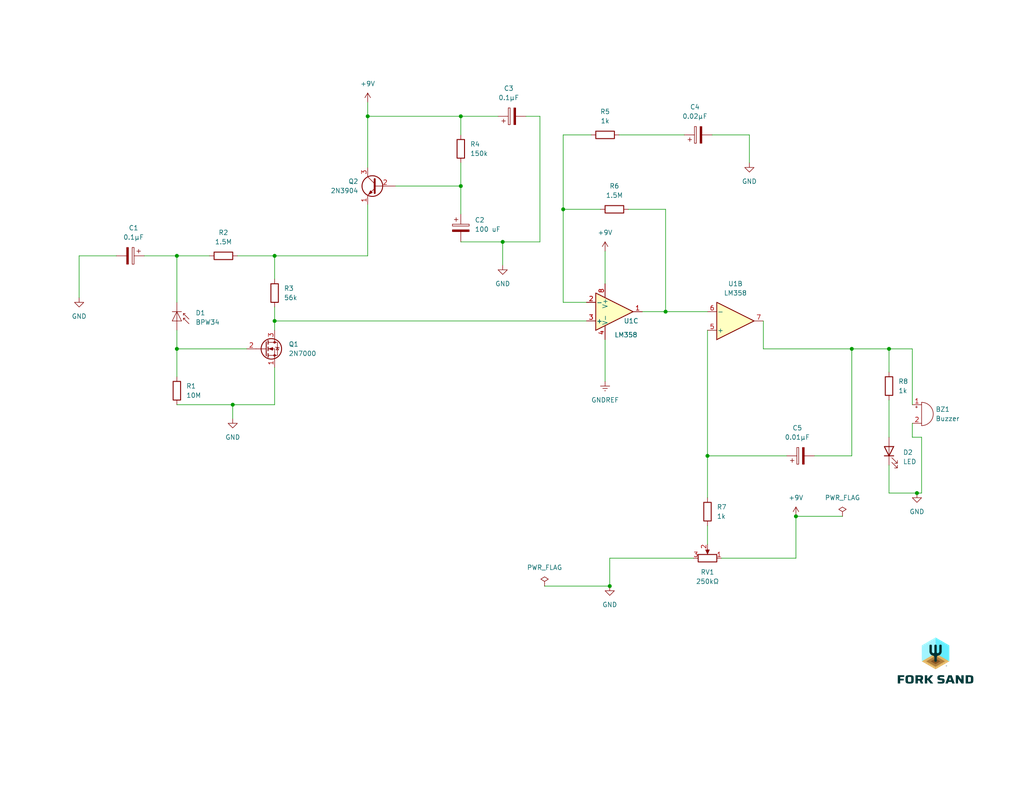
<source format=kicad_sch>
(kicad_sch (version 20211123) (generator eeschema)

  (uuid 861f2d69-fe41-4418-b7af-dad21ccba8dd)

  (paper "USLetter")

  (title_block
    (title "gammaray2usb")
    (date "2021-12-27")
    (rev "0.3")
    (company "Fork Sand, Inc.")
  )

  

  (junction (at 48.26 69.85) (diameter 0) (color 0 0 0 0)
    (uuid 0bc9ddab-a360-4348-b3ec-ff2764a1f5b1)
  )
  (junction (at 242.57 95.25) (diameter 0) (color 0 0 0 0)
    (uuid 1b9bf43e-97f6-46a4-9926-46cd2c293c29)
  )
  (junction (at 166.37 160.02) (diameter 0) (color 0 0 0 0)
    (uuid 29283075-5103-4621-86ce-da1209607465)
  )
  (junction (at 48.26 95.25) (diameter 0) (color 0 0 0 0)
    (uuid 2a4b6fc5-71b0-4bcf-8d96-4b85719ca6c3)
  )
  (junction (at 125.73 31.75) (diameter 0) (color 0 0 0 0)
    (uuid 430ddd3d-3fa9-4bf0-8075-55f6a0017a33)
  )
  (junction (at 232.41 95.25) (diameter 0) (color 0 0 0 0)
    (uuid 52830ed8-59b3-41aa-9d8a-0dd8a2eded58)
  )
  (junction (at 125.73 50.8) (diameter 0) (color 0 0 0 0)
    (uuid 5cf43895-6dba-4ed0-bcfe-073409525be1)
  )
  (junction (at 217.17 140.97) (diameter 0) (color 0 0 0 0)
    (uuid a2276cf0-b5f2-42a7-8924-7a2263715091)
  )
  (junction (at 100.33 31.75) (diameter 0) (color 0 0 0 0)
    (uuid a9f635d2-aa06-4e9e-9d14-9c8b7321f20f)
  )
  (junction (at 74.93 69.85) (diameter 0) (color 0 0 0 0)
    (uuid ba389667-cb7b-4f01-8223-77cf99e2bc5d)
  )
  (junction (at 181.61 85.09) (diameter 0) (color 0 0 0 0)
    (uuid bd28c6d6-c9dc-48fa-80ba-a17f5794652b)
  )
  (junction (at 137.16 66.04) (diameter 0) (color 0 0 0 0)
    (uuid c7c57f9b-871a-4100-9a6a-8d43d3efc6ce)
  )
  (junction (at 153.67 57.15) (diameter 0) (color 0 0 0 0)
    (uuid d7e358f9-f910-4022-91fd-6802a91968a6)
  )
  (junction (at 193.04 124.46) (diameter 0) (color 0 0 0 0)
    (uuid e5aa0cb5-0f85-4c39-b680-929183a53705)
  )
  (junction (at 74.93 87.63) (diameter 0) (color 0 0 0 0)
    (uuid ebf2e5f1-fd98-487a-a724-2a829ce88532)
  )
  (junction (at 63.5 110.49) (diameter 0) (color 0 0 0 0)
    (uuid ecd0c1ef-c372-4991-afa4-f46f61b65db5)
  )
  (junction (at 250.19 134.62) (diameter 0) (color 0 0 0 0)
    (uuid f97dccdf-aaa1-49b6-8b98-cbc41310a463)
  )

  (wire (pts (xy 137.16 66.04) (xy 137.16 72.39))
    (stroke (width 0) (type default) (color 0 0 0 0))
    (uuid 027f01d2-824a-48ec-8dad-01946f65eee2)
  )
  (wire (pts (xy 48.26 69.85) (xy 48.26 82.55))
    (stroke (width 0) (type default) (color 0 0 0 0))
    (uuid 05e762ce-b5fe-4577-9be7-b1760c4da2a9)
  )
  (wire (pts (xy 100.33 55.88) (xy 100.33 69.85))
    (stroke (width 0) (type default) (color 0 0 0 0))
    (uuid 0714a571-5854-4033-988e-a6b652790c03)
  )
  (wire (pts (xy 48.26 69.85) (xy 57.15 69.85))
    (stroke (width 0) (type default) (color 0 0 0 0))
    (uuid 0b1db9a5-f6e6-4f9c-8e85-b3f89676ec11)
  )
  (wire (pts (xy 143.51 31.75) (xy 147.32 31.75))
    (stroke (width 0) (type default) (color 0 0 0 0))
    (uuid 12010de5-ebdb-431b-83bf-f23d53fd8286)
  )
  (wire (pts (xy 193.04 90.17) (xy 193.04 124.46))
    (stroke (width 0) (type default) (color 0 0 0 0))
    (uuid 12ffd466-8764-4b62-87f5-75576a309b2e)
  )
  (wire (pts (xy 153.67 36.83) (xy 161.29 36.83))
    (stroke (width 0) (type default) (color 0 0 0 0))
    (uuid 1afd9b9b-0bd8-447c-a573-902508ffebae)
  )
  (wire (pts (xy 166.37 152.4) (xy 166.37 160.02))
    (stroke (width 0) (type default) (color 0 0 0 0))
    (uuid 1b4eab16-e843-4ed4-aaa6-213adb94b57e)
  )
  (wire (pts (xy 217.17 140.97) (xy 229.87 140.97))
    (stroke (width 0) (type default) (color 0 0 0 0))
    (uuid 1ced04b0-cc8e-4d5c-a428-d5393ae0773a)
  )
  (wire (pts (xy 100.33 69.85) (xy 74.93 69.85))
    (stroke (width 0) (type default) (color 0 0 0 0))
    (uuid 2079fe13-7a82-4106-95c0-0d0a5ab835a7)
  )
  (wire (pts (xy 74.93 83.82) (xy 74.93 87.63))
    (stroke (width 0) (type default) (color 0 0 0 0))
    (uuid 2ad9e600-8da0-46a4-a711-453d9426aebc)
  )
  (wire (pts (xy 204.47 36.83) (xy 204.47 44.45))
    (stroke (width 0) (type default) (color 0 0 0 0))
    (uuid 2b4d1772-b039-4ac7-8929-fac446d04229)
  )
  (wire (pts (xy 242.57 134.62) (xy 250.19 134.62))
    (stroke (width 0) (type default) (color 0 0 0 0))
    (uuid 30456d00-8d11-434e-8b7e-acf5db54280d)
  )
  (wire (pts (xy 222.25 124.46) (xy 232.41 124.46))
    (stroke (width 0) (type default) (color 0 0 0 0))
    (uuid 3764ee8a-fef0-4e36-8a29-5a6bc2219016)
  )
  (wire (pts (xy 193.04 124.46) (xy 193.04 135.89))
    (stroke (width 0) (type default) (color 0 0 0 0))
    (uuid 377c3330-fcde-4dc6-a5e2-7a69a42f7db9)
  )
  (wire (pts (xy 148.59 160.02) (xy 166.37 160.02))
    (stroke (width 0) (type default) (color 0 0 0 0))
    (uuid 379c17a3-1f6e-486c-aef1-941eca0997b9)
  )
  (wire (pts (xy 181.61 57.15) (xy 181.61 85.09))
    (stroke (width 0) (type default) (color 0 0 0 0))
    (uuid 3de724cf-7f91-464b-87b1-78f011725f72)
  )
  (wire (pts (xy 242.57 95.25) (xy 232.41 95.25))
    (stroke (width 0) (type default) (color 0 0 0 0))
    (uuid 3e6c70ac-53cb-4ee0-b002-686053f8975d)
  )
  (wire (pts (xy 193.04 85.09) (xy 181.61 85.09))
    (stroke (width 0) (type default) (color 0 0 0 0))
    (uuid 41e2907a-ab1a-4c42-beb4-9afe8db4ea1c)
  )
  (wire (pts (xy 166.37 152.4) (xy 189.23 152.4))
    (stroke (width 0) (type default) (color 0 0 0 0))
    (uuid 457d6d31-0e7a-4a0d-be86-7094147194a9)
  )
  (wire (pts (xy 193.04 124.46) (xy 214.63 124.46))
    (stroke (width 0) (type default) (color 0 0 0 0))
    (uuid 45a13d93-cd26-4e2a-80c0-8bb6f020a998)
  )
  (wire (pts (xy 208.28 95.25) (xy 232.41 95.25))
    (stroke (width 0) (type default) (color 0 0 0 0))
    (uuid 48a48cc4-d232-4789-9b2b-9bdc258df0b6)
  )
  (wire (pts (xy 48.26 95.25) (xy 48.26 102.87))
    (stroke (width 0) (type default) (color 0 0 0 0))
    (uuid 4aee53dd-dbe7-43a1-873e-57c5c265d300)
  )
  (wire (pts (xy 125.73 31.75) (xy 125.73 36.83))
    (stroke (width 0) (type default) (color 0 0 0 0))
    (uuid 4fe5ddb6-e58c-423d-888d-2179d8635c83)
  )
  (wire (pts (xy 39.37 69.85) (xy 48.26 69.85))
    (stroke (width 0) (type default) (color 0 0 0 0))
    (uuid 5745a909-7716-4861-a7b2-82f2c460d3f5)
  )
  (wire (pts (xy 137.16 66.04) (xy 147.32 66.04))
    (stroke (width 0) (type default) (color 0 0 0 0))
    (uuid 57889529-cacf-4948-9415-276b36300fc7)
  )
  (wire (pts (xy 147.32 31.75) (xy 147.32 66.04))
    (stroke (width 0) (type default) (color 0 0 0 0))
    (uuid 57fbb7cf-709b-4cfb-9a46-6b26ac1040ed)
  )
  (wire (pts (xy 248.92 115.57) (xy 248.92 119.38))
    (stroke (width 0) (type default) (color 0 0 0 0))
    (uuid 5b991f8b-3d4d-4110-a3de-53374124f784)
  )
  (wire (pts (xy 196.85 152.4) (xy 217.17 152.4))
    (stroke (width 0) (type default) (color 0 0 0 0))
    (uuid 5cdba82f-c5c8-4631-9e7d-5eb659550ac5)
  )
  (wire (pts (xy 107.95 50.8) (xy 125.73 50.8))
    (stroke (width 0) (type default) (color 0 0 0 0))
    (uuid 5d18c12e-e912-48d1-8ed6-bc141bc202cc)
  )
  (wire (pts (xy 100.33 27.94) (xy 100.33 31.75))
    (stroke (width 0) (type default) (color 0 0 0 0))
    (uuid 6316f6c2-2951-47a9-b2cb-4fa6721c3d5e)
  )
  (wire (pts (xy 242.57 127) (xy 242.57 134.62))
    (stroke (width 0) (type default) (color 0 0 0 0))
    (uuid 67bea634-ee9d-4488-82fc-31242a835ed3)
  )
  (wire (pts (xy 125.73 50.8) (xy 125.73 58.42))
    (stroke (width 0) (type default) (color 0 0 0 0))
    (uuid 67c939de-54ee-44d5-a51a-0dd961f143e9)
  )
  (wire (pts (xy 168.91 36.83) (xy 186.69 36.83))
    (stroke (width 0) (type default) (color 0 0 0 0))
    (uuid 695fd45d-2642-4a07-b11f-27bf6953be04)
  )
  (wire (pts (xy 248.92 119.38) (xy 251.46 119.38))
    (stroke (width 0) (type default) (color 0 0 0 0))
    (uuid 6c57581e-8826-4738-9cbf-c8d3299ec595)
  )
  (wire (pts (xy 64.77 69.85) (xy 74.93 69.85))
    (stroke (width 0) (type default) (color 0 0 0 0))
    (uuid 6fdccdf4-aa41-4c2d-a9b7-c57664e009ff)
  )
  (wire (pts (xy 125.73 31.75) (xy 135.89 31.75))
    (stroke (width 0) (type default) (color 0 0 0 0))
    (uuid 739b7503-e5c9-4467-a6f1-78ce0f2fb5b2)
  )
  (wire (pts (xy 242.57 95.25) (xy 242.57 101.6))
    (stroke (width 0) (type default) (color 0 0 0 0))
    (uuid 7777f74f-95d2-47c2-83a8-9ef71f38e9b3)
  )
  (wire (pts (xy 217.17 140.97) (xy 217.17 152.4))
    (stroke (width 0) (type default) (color 0 0 0 0))
    (uuid 79613658-9098-4815-97bb-805acad954ce)
  )
  (wire (pts (xy 125.73 66.04) (xy 137.16 66.04))
    (stroke (width 0) (type default) (color 0 0 0 0))
    (uuid 7fefefd3-5bc3-4096-a07f-09c127329dcb)
  )
  (wire (pts (xy 153.67 57.15) (xy 163.83 57.15))
    (stroke (width 0) (type default) (color 0 0 0 0))
    (uuid 87b958da-d200-4388-b9ae-8cb44679a0d0)
  )
  (wire (pts (xy 193.04 143.51) (xy 193.04 148.59))
    (stroke (width 0) (type default) (color 0 0 0 0))
    (uuid 882d1346-2070-4e47-b662-798c64e0d877)
  )
  (wire (pts (xy 21.59 81.28) (xy 21.59 69.85))
    (stroke (width 0) (type default) (color 0 0 0 0))
    (uuid 8b874d1d-36b3-4c02-90ee-2102e6e34078)
  )
  (wire (pts (xy 171.45 57.15) (xy 181.61 57.15))
    (stroke (width 0) (type default) (color 0 0 0 0))
    (uuid 8e02fecc-0880-47c8-82c0-d82d27fd30de)
  )
  (wire (pts (xy 248.92 110.49) (xy 248.92 95.25))
    (stroke (width 0) (type default) (color 0 0 0 0))
    (uuid 9680ed2c-086a-4c5c-ab5f-c9ad3ec3de20)
  )
  (wire (pts (xy 153.67 82.55) (xy 160.02 82.55))
    (stroke (width 0) (type default) (color 0 0 0 0))
    (uuid 9797f2c9-ec7b-4cba-8ea5-be5051f7e44a)
  )
  (wire (pts (xy 63.5 110.49) (xy 74.93 110.49))
    (stroke (width 0) (type default) (color 0 0 0 0))
    (uuid 9a10910f-fb9e-408c-9a9a-25feb7460e75)
  )
  (wire (pts (xy 74.93 100.33) (xy 74.93 110.49))
    (stroke (width 0) (type default) (color 0 0 0 0))
    (uuid a5e38210-4db2-4a61-8651-1975dc6dfad0)
  )
  (wire (pts (xy 242.57 109.22) (xy 242.57 119.38))
    (stroke (width 0) (type default) (color 0 0 0 0))
    (uuid a92a3d4d-1f9c-41fb-a0b0-e7b7a4a5b0f5)
  )
  (wire (pts (xy 208.28 87.63) (xy 208.28 95.25))
    (stroke (width 0) (type default) (color 0 0 0 0))
    (uuid af2932be-59ac-466f-bc62-6f0ab7349796)
  )
  (wire (pts (xy 175.26 85.09) (xy 181.61 85.09))
    (stroke (width 0) (type default) (color 0 0 0 0))
    (uuid b7a03179-ef32-44bd-813a-b071ce9eadee)
  )
  (wire (pts (xy 74.93 87.63) (xy 160.02 87.63))
    (stroke (width 0) (type default) (color 0 0 0 0))
    (uuid b89aeae6-25d4-48ce-aadf-7a4ba422fff8)
  )
  (wire (pts (xy 21.59 69.85) (xy 31.75 69.85))
    (stroke (width 0) (type default) (color 0 0 0 0))
    (uuid b95a9375-98e5-4d39-9527-0858a9b8044f)
  )
  (wire (pts (xy 153.67 57.15) (xy 153.67 36.83))
    (stroke (width 0) (type default) (color 0 0 0 0))
    (uuid b9ee212e-9b99-484c-b87b-4dd323941e1a)
  )
  (wire (pts (xy 251.46 119.38) (xy 251.46 134.62))
    (stroke (width 0) (type default) (color 0 0 0 0))
    (uuid c6d5cd6c-4a44-47ba-b31b-dd7718d21b05)
  )
  (wire (pts (xy 242.57 95.25) (xy 248.92 95.25))
    (stroke (width 0) (type default) (color 0 0 0 0))
    (uuid cb1601df-b8b0-4975-91b4-7b250ec6bac2)
  )
  (wire (pts (xy 153.67 57.15) (xy 153.67 82.55))
    (stroke (width 0) (type default) (color 0 0 0 0))
    (uuid cf7d72b3-359e-4122-abe9-6063248d737f)
  )
  (wire (pts (xy 74.93 69.85) (xy 74.93 76.2))
    (stroke (width 0) (type default) (color 0 0 0 0))
    (uuid d1591f6d-486b-4987-b452-7a1cad868982)
  )
  (wire (pts (xy 165.1 68.58) (xy 165.1 77.47))
    (stroke (width 0) (type default) (color 0 0 0 0))
    (uuid d89c2bf8-d6ba-46cd-a161-97339d293eba)
  )
  (wire (pts (xy 63.5 110.49) (xy 63.5 114.3))
    (stroke (width 0) (type default) (color 0 0 0 0))
    (uuid db3c1f36-a7a5-4800-8651-92bbac0e0374)
  )
  (wire (pts (xy 48.26 90.17) (xy 48.26 95.25))
    (stroke (width 0) (type default) (color 0 0 0 0))
    (uuid ddb81492-b685-4381-8c55-883274c096c2)
  )
  (wire (pts (xy 74.93 87.63) (xy 74.93 90.17))
    (stroke (width 0) (type default) (color 0 0 0 0))
    (uuid df29515e-93c1-4218-8ac1-a9de7a7569b2)
  )
  (wire (pts (xy 194.31 36.83) (xy 204.47 36.83))
    (stroke (width 0) (type default) (color 0 0 0 0))
    (uuid e317f4e9-3719-4c07-97f6-788d468ed91f)
  )
  (wire (pts (xy 48.26 110.49) (xy 63.5 110.49))
    (stroke (width 0) (type default) (color 0 0 0 0))
    (uuid e67f64a9-87a4-42c1-9ba8-131a189d3ff7)
  )
  (wire (pts (xy 232.41 95.25) (xy 232.41 124.46))
    (stroke (width 0) (type default) (color 0 0 0 0))
    (uuid ee6b2e0a-9230-4069-ba28-0bdb7d545818)
  )
  (wire (pts (xy 100.33 31.75) (xy 125.73 31.75))
    (stroke (width 0) (type default) (color 0 0 0 0))
    (uuid ef598296-cd50-4732-a8ca-44c25316e6d4)
  )
  (wire (pts (xy 165.1 92.71) (xy 165.1 104.14))
    (stroke (width 0) (type default) (color 0 0 0 0))
    (uuid f05c390f-203b-4b57-8b63-8ee09c9fba92)
  )
  (wire (pts (xy 100.33 31.75) (xy 100.33 45.72))
    (stroke (width 0) (type default) (color 0 0 0 0))
    (uuid f47fb7d9-c1ba-493a-9c2d-d9022d68de72)
  )
  (wire (pts (xy 125.73 44.45) (xy 125.73 50.8))
    (stroke (width 0) (type default) (color 0 0 0 0))
    (uuid f93d1eaa-ddbe-4b48-9c7d-dcd79be5d226)
  )
  (wire (pts (xy 251.46 134.62) (xy 250.19 134.62))
    (stroke (width 0) (type default) (color 0 0 0 0))
    (uuid fbed2d4a-08cb-4e89-89f2-d6a2f16429a8)
  )
  (wire (pts (xy 48.26 95.25) (xy 67.31 95.25))
    (stroke (width 0) (type default) (color 0 0 0 0))
    (uuid fcbafed2-0ffd-4568-aec9-6f785f9a2310)
  )

  (image (at 255.27 180.34) (scale 0.1)
    (uuid 61013918-dad7-413e-b4cd-42864f4823fc)
    (data
      iVBORw0KGgoAAAANSUhEUgAACYMAAAXOCAYAAAA0LqD2AAAABHNCSVQICAgIfAhkiAAAAAlwSFlz
      AAA7xAAAO8QBTdCjlQAAIABJREFUeJzs3WuQ3Xd95/nv73+OLq2+qM9pqeXYJmA5JHh2WeMkXqjZ
      qnFmGSgb8sDeGmYrLnAqQbuPBksOxjyIwQfJkpqyBwi2kKObNY7kdSxTyc5ol8nGAULIDcLVgI0Z
      MJeAEZZafbp1sXXp3z5wnBjwRZfu/p3L6/WQUnW/bSzh//d8+HcKAAAAAOhR9+a89KmZ2H5sNt78
      w9n40FQjPrwvpROluwAAAABgPlSlAwAAAABgPmw+nN/9zJE4vKqKt9cixnOOieWT8dU1k/ktpdsA
      AAAAYD6k0gEAAAAAMJc2Hs7/dqge942muPi5/+z7pyK+d/qnftnDkePGHSvSowseCAAAAADzxBgM
      AAAAgJ7Qmsnjw6fjwWYtrqp+5ur1AmOwiIiTEbH1eMT79o6l6YWpBAAAAID5YwwGAAAAQFdr5VwN
      zMTWsRRrFqWoXujXvMgY7DkHU8TtU824e19KL/6rAAAAAKDDGYMBAAAA0LU2TeffHo24a7CK4Zf6
      dS8zBntWii9WEWu3NdNn5zARAAAAABaMMRgAAAAAXWf90XzFyOl4aLSK1Wdy4DqjMdhzcuzPtfiP
      Oxvpe+fTCAAAAAALzRgMAAAAgK7xoXZuzqbYM1bF1dVZ3LbOagz2rGM5x11LZuP2j42nI2cdCgAA
      AAAFVKUDAAAAAOBMTLTzhsEqDqys4pqzGYKdo2UpxXtP1OLRNQfzDZGz/1MlAAAAAB3PEQsAAACA
      jraxnd+6vIrdwylWnOvXOIc3g/20HH+ZarFueyN9+Ty+CgAAAADMK2MwAAAAADrShql86VAVH29U
      cfn5HrHOewz2rNmUYm8+Ge/ZsSodOO+vBgAAAABzzBgMAAAAgI7SynnZspn4w2YV1y+KqObia87R
      GOw5UynFxNJGfOSulJ6Zs68KAAAAAOfJGAwAAACAjjExlW8ZrcX6gRRL5vLrzvEYLCIicsS3qhS/
      t72Z9s/tVwYAAACAc2MMBgAAAEBxGw/lNw0tjl2jKS6ej68/H2Ow53k4RazbPpa+Pm/fAQAAAADO
      gDEYAAAAAMV85EBedXpJ/PFYLa5K83ipmucxWETEyYjYeqqK23Y30tS8ficAAAAAeBHGYAAAAAAs
      uFbO9YGZ2NJMsWZximq+v98CjMGeM5ki1k814+59KS3MdwQAAACAf2IMBgAAAMCC2jydf3d5xB8M
      VjG0UN9zAcdgz/lyrmLtzkb6zIJ+VwAAAAD6mjEYAAAAAAticztfOZDigdEqVi/0UarAGOxZOfZH
      PW7cMZqeKPDdAQAAAOgzxmAAAAAAzKvWdF4xFHFfsxZX13KZe1SxMdizjuccH805Nu5amWaKVQAA
      AADQ86rSAQAAAAD0rol23nBhiidXVnFNqSFYBxhIKd5bVfHYmoP5hsi5X/8+AAAAADDPHJ4AAAAA
      mHMT7Xz9cBVbh1KMlG6JKP5msJ/1+dmItbvG0t+WDgEAAACgtxiDAQAAADBnNj2df3ngRDzYqOLy
      Tjo8ddgYLCIipxR7Tp6KW3aPpx+XjgEAAACgN3TSTQ4AAACALtXKedlgO/aM1ePaWgfenDpwDPac
      oxFx56npmNh9SXq6dAwAAAAA3a0qHQAAAABAd5uYyrf8wtGYHK/HdZ04BOtwgxFxW304vvbOQ/lt
      pWMAAAAA6G6OcwAAAACck82H8tVDi+K+kSpWlm55OR38ZrCf9clIcdOOZvpq6RAAAAAAuo8xGAAA
      AABn5Y6pfEmtivsbKd5Qdcl1qYvGYBERpyJi1+nFceu9w+mp0jEAAAAAdI8uOdcBAAAAUFor5/rA
      TGxZUcWaekRVuudsdNkY7DmHU8QHLmrGllZKp0rHAAAAAND5jMEAAAAAeFmb2/mmRhWbBlIsLd1y
      Lrp0DPacb6YUN21vpk+UDgEAAACgsxmDAQAAAPCi1rfz60dS3N+oYnXplvPR5WOwZ+XYX9Vj3bbR
      9O3SKQAAAAB0JmMwAAAAAH5OayaPD5+OB5u1uKrqgQtST4zBnnUyIrYej3jf3rE0XToGAAAAgM7S
      A6c8AAAAAOZKK+dq6XTcOVbFjYtT1Er3zJUeGoM958lI0Wo3Yue+lHrrrwwAAACAc2YMBgAAAEBE
      RGyazr89GnHXYBXDpVvmWg+OwZ6V4gtVxLptzfTZ0ikAAAAAlGcMBgAAANDn1h/NV4ycjr2NKi4r
      3TJfenYM9qycIh6areI9Oxvpe6VjAAAAACjHGAwAAACgT7VyHhpsx30r6nFt1eN3oh4fgz3nWETc
      MXwsPvjhV6TjpWMAAAAAWHhV6QAAAAAAFt5EO2/4hSNxeLwe1/X6EKyPLIuI22aWxeNrDuYbImf/
      vQIAAAD0GQchAAAAgD6ysZ3furyK3cMpVpRuWUh98mawn5bjL1Mt1m1vpC+XTgEAAABgYRiDAQAA
      APSBDVP50qEqPt6o4vJ+PAj15RjsWbMpxd58Mt6zY1U6UDoGAAAAgPnVj7c/AAAAgL7RynnZspn4
      w2YV1y+KqEr3lNLHY7DnTKUUE0sb8ZG7UnqmdAwAAAAA88MYDAAAAKBHTUzlW0br8YGBiKWlW0oz
      Bvtnj6cU797eTPtLhwAAAAAw94zBAAAAAHrMxkP5TUOLY9doiotLt3QKY7Cf83CKWLd9LH29dAgA
      AAAAc8cYDAAAAKBHfORAXnV6SfzxWC2uSq4+P8UY7AWdjIitVYr3b2umdukYAAAAAM6fsyAAAABA
      l2vlXB+YiS3NFGsWp6hK93QiY7CXdChFbJhqxt37UvJ3CQAAAKCLGYMBAAAAdLHN0/l3l0f8wWAV
      Q6VbOpkx2BnI8aVci3U7G+kzpVMAAAAAODfGYAAAAABdaHM7XzmQ4oHRKlY78Lw8Y7CzkGN/1OPG
      HaPpidIpAAAAAJwdt0IAAACALtKaziuGIu5r1uLqWnbbOVPGYGfteM7x0Zxj466VaaZ0DAAAAABn
      piodAAAAAMCZmWjnDRemeHJlFdcYgjHPBlKK91ZVPLrmYL4hcvbPGwAAAEAXcMQBAAAA6HAT7Xz9
      cBUfG0qxvHRLt/JmsPP2+dmItbvG0t+WDgEAAADgxRmDAQAAAHSoW9v51WMp9jWquNwR5/wYg82J
      nFLsOXkqbtk9nn5cOgYAAACAn+eOCAAAANBhWjkvG2zHnhX1uLZyv5kTxmBz6mhE3HlqOiZ2X5Ke
      Lh0DAAAAwL+oSgcAAAAA8C8mpvItFxyNyfF6XGcIRocajIjb6svjkXceym8rHQMAAADAv3BQBAAA
      AOgAmw/lq4cWxX0jVaws3dKLvBlsXn2ySrFuWzM9UjoEAAAAoN8ZgwEAAAAUdMdUvqRWxf2NFG+o
      XGrmjTHYvDsVEbtOL45b7x1OT5WOAQAAAOhXTowAAAAABbRyrg/MxJaxKtYsiqhK9/Q6Y7AFczhF
      fOCiZmxppXSqdAwAAABAvzEGAwAAAFhgm9v5pkYVmwZSLC3d0i+MwRbcYynF721vpk+UDgEAAADo
      J8ZgAAAAAAtkfTu/fiTF/Y0qVpdu6TfGYIXk2F/VY9220fTt0ikAAAAA/cAYDAAAAGCetWby+PDp
      eLBZi6sq15gijMGKOhkRW49HvG/vWJouHQMAAADQy5wfAQAAAOZJK+dq6XTc2azFu5ZE1Ev39DNj
      sI7wZKRoXdyIHa2UZkvHAAAAAPQiYzAAAACAebCpnd8xmmLLYBXDpVswBusoKb6QI9bubKa/Lp0C
      AAAA0GuMwQAAAADm0Pqj+YqR07G3UcVlpVv4F8ZgHSeniIdmq3jPzkb6XukYAAAAgF5hDAYAAAAw
      B1o5Dw22474V9bi2cnPpOMZgHetYRNxxajomdl+Sni4dAwAAANDtqtIBAAAAAN1uop03XHQkJsfr
      cZ0hGJyVZRFxW30kvrXmYL4hcvb7BwAAAOA8OK4AAAAAnKON7fzW5VXsHk6xonQLL82bwbpEik/P
      pli3q5G+UjoFAAAAoBsZgwEAAACcpQ1T+dKhKj7eqOJyx5XuYAzWVWZTir21E3HzPRekn5SOAQAA
      AOgm7pUAAAAAZ+jenJc+NRPbm1VcvyiiKt3DmTMG60pTKcXEVCM+vC+lE6VjAAAAALqBoyUAAADA
      Gdg0nW9+5mgcXlXF2w3BYEGM5hwTyyfjkf9jMv9m6RgAAACAbuDNYAAAAAAvYeOh/KahxbFrNMXF
      pVs4d94M1hMeThHrto+lr5cOAQAAAOhUxmAAAAAAL+AjB/Kq00vij8dqcVVyQel6xmA942REbK1S
      vH9bM7VLxwAAAAB0GqdMAAAAgOdp5VwfmIktzRRrFic/DrJXGIP1nEMpYsNUM+7el5L/ZgEAAAD+
      iTEYAAAAwD/ZdDj/zmgtPjpYxVDpFuaWMViPyvGlXIt1OxvpM6VTAAAAADqBMRgAAADQ9zZP5V8b
      qOLB0SpWO5b0JmOwHpdjf9Tjxh2j6YnSKQAAAAAluW8CAAAAfas1nVcMRdzXrMXVtexO0suMwfrC
      8ZzjoznHxl0r00zpGAAAAIASqtIBAAAAACVMtPOGC1M8ubKKawzBoCcMpBTvrap4dM3BfEPk7Pc1
      AAAA0HccRAAAAIC+MtHO1w9X8bGhFMtLt7BwvBmsL31+NmLtrrH0t6VDAAAAABaKMRgAAADQF25t
      51ePpdjXqOJyB5H+YwzWt3JKsefkqbhl93j6cekYAAAAgPnm9gkAAAD0tFbOywbbsWdFPa6t3EL6
      ljFY3zsaEXcONGPzXSk9UzoGAAAAYL5UpQMAAAAA5svEVL7lgqMxOV6P6wzBoK8NRsRtxw/H1955
      KL+tdAwAAADAfHEEBQAAAHrO5kP56qFFcd9IFStLt9AZvBmMn/HJKsW6bc30SOkQAAAAgLlkDAYA
      AAD0jDum8iW1Ku5vpHhD5erB8xiD8QJORcSu04vj1nuH01OlYwAAAADmgrMoAAAA0PVaOdcHZmLL
      WBVrFkVUpXvoPMZgvITJFLH+omZsaaV0qnQMAAAAwPkwBgMAAAC62uZ2vqlRxaaBFEtLt9C5jME4
      A4/liJt2jqX/VjoEAAAA4FwZgwEAAABdaX07v34kxf2NKlaXbqHzGYNxxnLsn63H2l2j6TulUwAA
      AADOljEYAAAA0FVa03nF8Gw81KzFVZXLBmfIGIyzdCIi7jke8b69Y2m6dAwAAADAmXIyBQAAALpC
      K+dq6XTc2azFu5ZE1Ev30F2MwThHT0aK1sWN2NFKabZ0DAAAAMDLMQYDAAAAOt6mdn7HaIotg1UM
      l26hOxmDcV5SfCFHrN3ZTH9dOgUAAADgpRiDAQAAAB1r/dF8xcjp2Nuo4rLSLXQ3YzDmQE4RD6UU
      N29rpu+XjgEAAAB4IcZgAAAAQMdp5Tw02I77xupxbc39gjlgDMYcOhYRd5yajondl6SnS8cAAAAA
      PF9VOgAAAADg+SbaecNFR2JyvB7XGYIBHWhZRNxWH4nH1xzMN5SOAQAAAHg+B1UAAACgI2yYzG9p
      1OM/D1exonQLvcebwZg3KT49m2Ldrkb6SukUAAAAAGMwAAAAoKgNU/nSoSo+3qjicocK5osxGPNs
      NqXYWzsRN99zQfpJ6RgAAACgf7mxAgAAAEXcm/PSp2Zie7OK6xdFVKV76G3GYCyQqZRiYqoRH96X
      0onSMQAAAED/cWgFAAAAFtym6XzzM0fj8Koq3m4IBvSQ0ZxjYvlkPPLOyfzW0jEAAABA//FmMAAA
      AGDBbDyY3zi0JHaPpri4dAv9xZvBKOTh0xFr7x1L3ygdAgAAAPQHYzAAAABg3rVm8vjw6XhwrBZX
      JdcICjAGo6CTEbG1SvH+bc3ULh0DAAAA9DbnVwAAAGDetHKuBmZi61iKNYuSHwdJOcZgdIBDKWLD
      VDPu3peSfxoBAACAeWEMBgAAAMyLTYfz74zW4qODVQyVbgFjMDpGji9FFWt3NNNflU4BAAAAeo8x
      GAAAADCnNk/lXxuo4sHRKlY7PNApjMHoODn212vxrnsa6bulUwAAAIDe4SYLAAAAzIkPtXNzNsWe
      Zi2urmU3BzqLMRgd6njO8dEls3H7x8bTkdIxAAAAQPerSgcAAAAA3W+inTcMVXFgZRXXGIIBnLGB
      lOK9J2rx2JqD+YbI2Z+fAAAAwHlxXAAAAADO2e3t/FuNKrYOpVheugVeijeD0SU+FxFrd4ylvysd
      AgAAAHQnYzAAAADgrN3azq8eS7GvUcXljgt0A2MwukhOKfacPBW37B5PPy4dAwAAAHQX91oAAADg
      jLVyXjbYjj0r6nFt5a5AFzEGowsdjYg7B5qx+a6UnikdAwAAAHSHqnQAAAAA0B0mpvItFxyNyfF6
      XGcIBjDvBiPituOH42vvPJTfVjoGAAAA6A4OtwAAAMBL2jyV3zxcxR8NVzFeugXOlTeD0QP+IqdY
      t7OZvlY6BAAAAOhcxmAAAADAC7r9cH7lslo80EjxhsoFgS5nDEaPOBURu6pF8fvbRtLB0jEAAABA
      53HKBQAAAH5KK+f6wExsGatizaKIqnQPzAVjMHrMZIpYf1EztrRSOlU6BgAAAOgcxmAAAADAP9t0
      OK9rLIpNyyIGSrfAXDIGo0c9liNu2jmW/lvpEAAAAKAzGIMBAAAAsb6dXz+S4v5GFatLt8B8MAaj
      p+XYP1uPtbtG03dKpwAAAABlGYMBAABAH2tN5xXDs/FQsxZXVa4E9DBjMPrAiYi453jE+/aOpenS
      MQAAAEAZzrwAAADQh1o5V0un485mLd61JKJeugfmmzEYfeTJSNG6uBE7WinNlo4BAAAAFpYxGAAA
      APSZTe38jtEq7h5MMVK6BRaKMRh96B9yinU7m+mvS4cAAAAAC8cYDAAAAPrExsP5dYO1uL9RxWWl
      W2ChGYPRp3KKeCiluHlbM32/dAwAAAAw/4zBAAAAoMe1ch4abMd9Y/W4tuYWQJ8yBqPPHYuIO05N
      x8TuS9LTpWMAAACA+VOVDgAAAADmz0Q7b7joSEyO1+M6QzCAvrUsIm6rj8Tjaw7mG0rHAAAAAPPH
      ERgAAAB60IbJ/JZGPf7zcBUrSrdAJ/BmMHieFJ+eTbFuVyN9pXQKAAAAMLeMwQAAAKCHbJjKlw5V
      8fFGFZd76Id/YQwGP2c2pdhbOxE333NB+knpGAAAAGBuuAsDAABAD7g356VPzcT2ZhXXL4qoSvdA
      pzEGgxc1lVJMTDXiw/tSOlE6BgAAADg/jsMAAADQ5TZN55ufORKHV1XxdkMwAM7SaM4xsXwyHnnn
      ZH5r6RgAAADg/HgzGAAAAHSpjQfzG4eWxO7RFBeXboFO581gcMYePh2x9t6x9I3SIQAAAMDZMwYD
      AACALtOayePDp+PBsVpclTzZwxkxBoOzcjIitlYp3r+tmdqlYwAAAIAz52QMAAAAXaKVczUwE1vH
      UqxZlPw4SDgbxmBwTg6liA1Tzbh7X0p+BwEAAEAXMAYDAACALrDpcP6d0Vp8dLCKodIt0I2MweA8
      pPhiRKzb0Ux/VToFAAAAeGnGYAAAANDBNk/lXxuo4sHRKlZ7iIdzZwwGcyDH/not3nVPI323dAoA
      AADwwtyRAQAAoAN9qJ2bsyn2NGtxdS17fofzZQwGc+Z4zvHRJbNx+8fG05HSMQAAAMBPq0oHAAAA
      AD9top03DFVxYGUV1xiCAdBhBlKK956oxWNrDuYbImf/OwUAAAAdxIM6AAAAdIjb2/m3GlVsHUqx
      vHQL9BpvBoN587mIWLtjLP1d6RAAAADAGAwAAACKu7WdXz2WYl+jiss9qMP8MAaDeTWbUuzNJ+M9
      O1alA6VjAAAAoJ+5MQMAAEAhrZyXDbZjz4p6XFt5Rod5ZQwGC+JoRNw50IzNd6X0TOkYAAAA6EdV
      6QAAAADoRxNT+ZYLjsTkeD2uMwQDoEcMRsRtxybjkXceym8rHQMAAAD9yLEZAAAAFtDmqfzm4Sr+
      aLiK8dIt0E+8GQyK+IucYt3OZvpa6RAAAADoF8ZgAAAAsABuP5xfuawWDzRSvKHyNA4LzhgMijkV
      EbuqRfH720bSwdIxAAAA0OucnwEAAGAetXKuD8zElrEq1iyKqEr3QL8yBoPiJlPE+qlm3L0vJb8b
      AQAAYJ4YgwEAAMA82XQ4r2ssik3LIgZKt0C/MwaDjvFoirhp+1j6s9IhAAAA0IuMwQAAAGCObW7n
      KwdSPDBaxWoP3tAZjMGgw+TYP1uPtbtG03dKpwAAAEAvcZMGAACAOdKaziuGZ+OhZi2uqjxxQ0cx
      BoOOdCIi7pmdjVt3rUwzpWMAAACgFzhNAwAAwHlq5VwtnY47m1W8a0mKeuke4OcZg0FH+1Gk+MDF
      jdjRSmm2dAwAAAB0M2MwAAAAOA8b2/ntjSq2DKYYKd0CvDhjMOgK/5Ai1m4fS39TOgQAAAC6lTEY
      AAAAnIONh/PrBmtxf6OKy0q3AC/PGAy6Rk4RD6UUN29rpu+XjgEAAIBuYwwGAAAAZ6GV87LBduwZ
      q8e1Nc/V0DWMwaDrHI2IO09Nx8TuS9LTpWMAAACgW1SlAwAAAKBbTLTzhguPxtR4Pa4zBAOAeTUY
      EbfVR+LxNQfzDaVjAAAAoFs4XAMAAMDL2DCZ3zJaj90jVaws3QKcG28Gg+6WUnwqR6zb0UxfLd0C
      AAAAncwYDAAAAF7EHVP5knoVf9Ko4nIP0NDdjMGgJ8ymFHtrJ+Lmey5IPykdAwAAAJ3ILRsAAAB+
      xr05L31qJraPVXF9PaIq3QOcP2Mw6CmHU4oPTjXiw/tSOlE6BgAAADqJgzYAAAA8z+bD+d3PHInD
      q6p4uyEYAHSkRs4xsXwyvrpmMr+ldAwAAAB0Em8GAwAAgIjYeDC/cWhJ7B5NcXHpFmDueTMY9LSH
      T0esvXcsfaN0CAAAAJRmDAYAAEBfa83k8eHT8WCzFldVnpKhZxmDQc87GRFbqxTv39ZM7dIxAAAA
      UIozNwAAAH2plXM1MBNbx1KsWZT8OEjodcZg0DcOpYgNU824e19KftcDAADQd4zBAAAA6DubpvNv
      j0bcNVjFcOkWYGEYg0GfSfHFiFi3o5n+qnQKAAAALCRjMAAAAPrG5qn8awNVPDhaxWoPxNBfjMGg
      T+XYX6/Fu+5ppO+WTgEAAICF4PYNAABAz/tQOzdnU+wZq+LqyrMw9CVjMOhrx3KOu5bMxu0fG09H
      SscAAADAfKpKBwAAAMB8mmjnDYNVHFhZxTWGYADQl5alFO89UYtH1xzMN0TO/n0AAACAnuWhFwAA
      gJ50ezv/VqOKrUMplpduAcrzZjDgOTni71PEuh1j6e9KtwAAAMBcMwYDAACgp9zazq8eS7GvUcXl
      HnqB5xiDAT9jNqXYm0/Ge3asSgdKxwAAAMBccRcHAACgJ7RyXjbYjj0r6nGtHwcJ/CxjMOBFHImI
      /zTQjM13pfRM6RgAAAA4X1XpAAAAADhfE1P5lguOxOR4Pa4zBAMAzsJQRNx2bDIeeeeh/LbSMQAA
      AHC+HMgBAADoWpun8puHqrhvpIpVpVuAzubNYMAZ+oucYt3OZvpa6RAAAAA4F8ZgAAAAdJ3bD+dX
      LqvFA80Ub0iebIEzYAwGnIVTEbGrWhS/v20kHSwdAwAAAGfDyRwAAICu0cq5PjATW8aqWLMooird
      A3QPYzDgHEymiPVTzbh7X0r+BAEAAKArGIMBAADQFT7YzjeO1GJiWcRA6Rag+xiDAefh0RRx0/ax
      9GelQwAAAODlGIMBAADQ0Ta385UDKR4YrWK1h1jgXBmDAectx/7ZeqzdNZq+UzoFAAAAXow7OgAA
      AB2pNZ1XDM/GQ41aXFXz9AqcJ2MwYI6ciIh7Zmfj1l0r00zpGAAAAPhZzukAAAB0lFbO1dLpuLNZ
      xbuWpKiX7gF6gzEYMMd+FCk+cHEjdrRSmi0dAwAAAM8xBgMAAKBjbGzntzeq2DKYYqR0C9BbjMGA
      efIPKWLt9rH0N6VDAAAAIMIYDAAAgA6w8XB+3WAt7m9UcVnpFqA3GYMB8yiniIdSipu3NdP3S8cA
      AADQ34zBAAAAKKaV87LBduwZq8e1Nc+owDwyBgMWwNGIuPPUdEzsviQ9XToGAACA/lSVDgAAAKA/
      TbTzhguPxtR4Pa4zBAMAesBgRNxWH4nH1xzMN5SOAQAAoD85tgMAALCgNkzmt4zWY/dIFStLtwD9
      w5vBgIWWUnwqR6zb0UxfLd0CAABA/zAGAwAAYEHcMZUvqVfxJ40qLvcwCiw0YzCgkNmUYu+pRfHu
      e4fTU6VjAAAA6H3u7wAAAMyre3Ne+tRMbB+r4vp6RFW6B+hPxmBAYYdTig9ONeLD+1I6UToGAACA
      3uUIDwAAwLzZfDi/+5kjcXhVFW83BAMA+lgj55hYPhlfXTOZ31I6BgAAgN7lzWAAAADMuY0H8xuH
      lsTu0RQXl24BiPBmMKDjPBw5btyxIj1aOgQAAIDeYgwGAADAnGnN5PHh0/FgsxZXVZ44gQ5iDAZ0
      oJMRsfV4xPv2jqXp0jEAAAD0Bqd5AAAAzlsr52pgJraOpVizKPlxkEDnMQYDOtjBFHH7VDPu3peS
      P6kAAAA4L8ZgAAAAnJdN0/m3RyPuGqxiuHQLwIsxBgM6XoovVhFrtzXTZ0unAAAA0L2MwQAAADgn
      64/mK0ZOx0OjVaz2cAl0OmMwoGvk2J9r8R93NtL3SqcAAADQfdzrAQAAOCsfaufmbIo9Y1VcXXmu
      BLqEMRjQZY7lHHctmY3bPzaejpSOAQAAoHtUpQMAAADoHhPtvGGwigMrq7jGEAwAYN4sSynee6IW
      j645mG+InP17FwAAAGfEAyQAAAAv6/aZ/L83Iv5wKMXy0i0A58KbwYBuliP+vpZj7bYV6e9LtwAA
      ANDZjMEAAAB4URum8qVDVXy8UcXlHiCBbmYMBvSA2ZRibz4Z79mxKh0oHQMAAEBncssHAADg57Ry
      XjbYjj1j9bi25tkR6AHGYEAPORIR/2mgGZvvSumZ0jEAAAB0lqp0AAAAAJ1lYirfcsGRmByvx3WG
      YAAAHWfCH0RsAAAgAElEQVQoIm47NhmPvPNQflvpGAAAADqLoz4AAAAREbHxUH7TyKL4o5EqVpVu
      AZhr3gwG9LCHU8S67WPp66VDAAAAKM8YDAAAoM/dfji/clktHmimeEPylAj0KGMwoMedjIh7q0Xx
      +9tG0sHSMQAAAJTjzA8AANCnWjnXB2ZiSzPFmsUpqtI9APPJGAzoE5MpYv1UM+7el5I/9QAAAPqQ
      MRgAAEAf+mA73zhSxcSyFAOlWwAWgjEY0GceTRE3bR9Lf1Y6BAAAgIVlDAYAANBHNrfzlQMpHhit
      YrUHQqCfGIMBfSnH/qjHjTtG0xOlUwAAAFgYbv8AAAB9oDWdVwzPxkONWlxV8yQI9CFjMKCPnYiI
      e2Zn49ZdK9NM6RgAAADml48AAAAAelgr52rpdNzZrOJdS1LUS/cAlGIMBhA/ihQfuLgRO1opzZaO
      AQAAYH4YgwEAAPSoiXa+friKrUMpRkq3AJRmDAbwzz4/G7F211j629IhAAAAzD1jMAAAgB6z8XB+
      3WAt7h+t4jIPfQDPMgYD+Ck5RTx0KuLd946lH5SOAQAAYO74XAAAAKBHtHJeNtiOPWP1uLbmeQ/g
      pxiDAbygoxFx56npmNh9SXq6dAwAAADnryodAAAAwPmbaOcNFx6NqfF6XGcIBgDAGRqMiNvqI/HN
      NQfzDaVjAAAAOH8+IAAAAOhimw/lq4cWxX0jVaws3QLQybwZDOCMfDJS3LSjmb5aOgQAAIBzYwwG
      AADQhe6YypfUq/iTRhWXe7ADeHnGYABnbDal2HtqUbz73uH0VOkYAAAAzo7PDAAAALpIK+f6wExs
      WVHFmnpEVboHoFsYgwGctcMp4gMXNWNLK6VTpWMAAAA4M8ZgAAAAXWLz4fzuRj1uH0ixtHQLQLcx
      BgM4Z9+MFL+3o5n+39IhAAAAvDxjMAAAgA73wWP5DUtOxd5GFatLtwB0K2MwgPOUY39Vj3XbRtO3
      S6cAAADw4ozBAAAAOlRrJo8Pn44Hm7W4qvL0BnBejMEA5sTJiNh6POJ9e8fSdOkYAAAAfp6PEwAA
      ADpMK+dq6XTcOVbFjYtT1Er3APQCYzCAOfVkpGi1G7FzX0r+dAUAAOggxmAAAAAdZNN0/u3RiLsG
      qxgu3QLQS4zBAOZBii9WEWu3NdNnS6cAAADwLGMwAACADrD+aL5i5HTsbVRxWekWgF5kDAYwb3KK
      eGi2ivfsbKTvlY4BAADod8ZgAAAABbVyHhpsx30r6nFt5RkNYN4YgwHMu2MRccfwsfjgh1+RjpeO
      AQAA6FdV6QAAAIB+NdHOG37hSBwer8d1hmAAAHS5ZRFx28yyeHzNwXxD5OzfbwEAAArwMAYAALDA
      NrbzW5dXsXs4xYrSLQD9wpvBABZYjr9MtVi3vZG+XDoFAACgnxiDAQAALJANU/nSoSo+3qjicg9j
      AAvLGAygiNmUYm8+Ge/ZsSodKB0DAADQD3z+AAAAMM9aOS9bNhN/2Kzi+kURVekegH5kDAZQ1FRK
      MbG0ER+5K6VnSscAAAD0MmMwAACAeTQxlW8ZrcX6gRRLSrcA9DNjMIDycsS3qhS/t72Z9pduAQAA
      6FXGYAAAAPNg46H8pqHFsWs0xcWlWwAwBgPoMA+niHXbx9LXS4cAAAD0GmMwAACAOfSRA3nV6SXx
      x2O1uCp54gLoGMZgAB3nZERsPVXFbbsbaap0DAAAQK/w0QQAAMAcaOVcH5iJLc0UaxanqEr3APDT
      jMEAOtZkilg/1Yy796XkT2oAAIDzZAwGAABwnjZP599dHvEHg1UMlW4B4IUZgwF0vC/nKtbubKTP
      lA4BAADoZsZgAAAA52hzO185kOKB0SpWe7gC6GzGYABdIsf+qMeNO0bTE6VTAAAAupHPKwAAAM5S
      azqvGIq4r1mLq2vZcxVANzAGA+gqx3OOj+YcG3etTDOlYwAAALpJVToAAACgm0y084YLUzy5sopr
      DMEAAGBeDKQU762qeGzNwXxD5OzfuwEAAM6QBygAAIAzMNHO1w9XsXUoxUjpFgDOnjeDAXS1z89G
      rN01lv62dAgAAECnMwYDAAB4CZuezr88cCIebFRxuQcogO5lDAbQ9XJKsefkqbhl93j6cekYAACA
      TuWzDAAAgBfQynnZYDv2jNXj2ppnJ4CuZwwG0DOORsSdp6ZjYvcl6enSMQAAAJ2mKh0AAADQaSam
      8i2/cDQmx+txnSEYAAB0lMGIuK2+PB5556H8ttIxAAAAncaHGgAAAP9k86F89dCiuG+kipWlWwCY
      W94MBtCzPlmlWLetmR4pHQIAANAJjMEAAIC+d8dUvqRWxf2NFG+oPCUB9CRjMICedioidp1eHLfe
      O5yeKh0DAABQko85AACAvtXKuT4wE1tWVLGmHlGV7gFg/hiDAfSFwyniAxc1Y0srpVOlYwAAAEow
      BgMAAPrS5na+qVHFpoEUS0u3ADD/jMEA+spjKcXvbW+mT5QOAQAAWGjGYAAAQF9Z386vH0lxf6OK
      1aVbAFg4xmAAfSjH/qoe67aNpm+XTgEAAFgoxmAAAEBfaM3k8eHT8WCzFldVnoQA+o4xGEDfOhkR
      W49HvG/vWJouHQMAADDffAQCAAD0tFbO1dLpuLNZi3ctiaiX7gGgDGMwgL73ZKRoXdyIHa2UZkvH
      AAAAzBdjMAAAoGdtaud3jKbYMljFcOkWAMoyBgMgIiJSfKGKWLetmT5bOgUAAGA+GIMBAAA9Z/3R
      fMXI6djbqOKy0i0AdAZjMACeJ6eIh2areM/ORvpe6RgAAIC5ZAwGAAD0jFbOQ4PtuG9FPa6tPO8A
      8DzGYAC8gGMRccfwsfjgh1+RjpeOAQAAmAtV6QAAAIC5MNHOGy46EpPj9bjOEAwAADgDyyLitpll
      8fiag/mGyNlzBAAA0PU82AAAAF1tYzu/dXkVu4dTrCjdAkDn8mYwAF5Wjr+crcXaXY30ldIpAAAA
      58oYDAAA6EobpvKlQ1V8vFHF5R5sAHg5xmAAnKHZlGJv7UTcfM8F6SelYwAAAM6Wz0wAAICucm/O
      S5+aie3NKq5fFFGV7gGgOxiDAXCWplKKiaWN+MhdKT1TOgYAAOBMGYMBAABdY9N0vrlZxYaBiKWl
      W4AXdurkyZh86kBMT07Gkel2zLSn4tiRmTh18mRERDzz9PGo1xdFrV6PRYsXx+LFS2JodDSGRxsx
      vHw0GitWxsDgUOG/CrrVkel2TB+ejJmpwzE9dTiOttsREXHs6JE4fDrHVE6x+J/++VoyPBJLR5sx
      sHw0BhpjsWRkecl0utiJo0fi2KGn4un2VDzdPhxPt6fi1Iln4vSJEzF7+lTMnjwZ9aUDERFRW7Qo
      Fg8Nx9KR0Vg6sjwGGmMxuGI8qkWLCv9VAC/h8ZTi3dubaX/pEAAAgDNhDAYAAHS8jYfym4YWx67R
      FBeXbgGedfrUqfjHJ74d3338sfjuNx+NH//ge/GTJ38Ykwd+HLOzs+f1tYeXj8b4RRfH+EWviFes
      /qW45Fcui1f9ymWxbGh4jurpdpNP/SSeeOwb8d3HH40ff/97ceCHP4gD//iDePr4sXP+mosGlsXI
      Ra+IkQtfEaMXvzLGXv2aWPnL/yoGV66aw3K62YkjM3HwW4/GwW89FpNPfCumf/SPMf2jH8TT7anz
      +rqpqmJo/IIYvuCiGP3FV8XYL70mVvzSa6LxqkujqtfnqB6YAw+niHXbx9LXS4cAAAC8FGMwAACg
      Y33kQF51ekn88VgtrkqeXqCo06dPx3ce/Vp84wufj2988fPx37/xSJw6cWLBvn9KKS64+Bfjsl/9
      9fgffv31cdkVvx6DwyML9v0p66knfxRf//zfxde/8Ln45le/FO3JQwv2vQdGm3HBa6+Ii3719XHh
      Ff9zjFxol9wvnpmZjie/8g/xwy99Ln70pc9H+4ffj8h5wb5/bfHiGH/Na+PCK66MC193Zax8zf8Y
      Va22YN8feEEnI2JrleL925qpXToGAADghfg4BQAA6DitnOsDM7GlmWLN4hRV6R7oV6dPn45Hv/j5
      +NynH44vfOZTcWS6cz7zTFUVv/La18Xr3/jm+PV/87/GSKNZOok59sPvfic+96k/j7//5J/Hk9//
      bumcf7b8ol+M1b/x5lj9G2+OxitXl85hjj09dTie+Own4zuf/v/ix1/7UuTzfNPhXFoysjxe9b/8
      21j9b/5d/MLrrjQMg7IOpYgNU824e19Kp0vHAAAAPJ8xGAAA0FE2Hc6/M1qLjw5WMVS6BfrV5E8O
      xKf+y8fjL/+f/3tB38B0rqqqite+/l/Hv7vuP8Rrr3xDpMqGtFudePrp+Js//0T8xZ/ui+//98dL
      57ys5qW/HP/qN/99/NIbr4n60oHSOZyjPDsbP/zC38U3/uu++MHn/rqjBmAvZqAxFq+55tp4zVv/
      Nz/KFErK8aVci3U7G+kzpVMAAACeYwwGAAB0hM3tfOVAigdGq1jtQQXK+Mcnvh1/eu+2+MJffSpm
      u2AM8UJWXfSKePPbfit+4zevi/qiRaVzOEMz7an4xAN/FJ/+r38SR2emS+ectcVDw/Gat1wX/9O/
      f0csHW2UzuEMzZ48GY994k/j63/yfz37IyC7UFWrxSv/9W/Er77j/4zGqy4tnQP9K8f+qMeNO0bT
      E6VTAAAAfMYCAAAU1ZrOK4Yi7mvW4upa9owCJfzkR//4/7N35392l/X9h9/nzAJJSCCTkJBACIQQ
      QGTfRFAQl6Ji0YpSFREhglgWUUFB1IBs34qKsli0BUFECwrWsgeiuCAQQJYQIAlZyEYSsk4yM5nt
      8/2hrdUKmJzJzD3nPtf1BzhPzuMMx/mcF/cdt113bTz8wL1VcSLOhhi+zah4/yc+FYcceVSUnRTW
      b7W1tsQ9P70p7rnlx9Hasi51To81DBgYexxzXOzxwY9Fw8BBqXN4DUV3d8x64K544kffj+aXF6XO
      2SRK5XKMO/xdsd/xp8SQ0WNS50Ctai2K+G5RxMXXbV1qTh0DAADULl+0AAAAyVy2uvh6Uzm+tFkp
      6lO3QC3q6uqKB26/JX72r9fE+tbW1Dm9YsxOO8dJ53wldtz1DalT+D+efOi3ccO3L4sVS5ekTtnk
      BmzVFG8+7ZzY8a3vSJ3C/7Fi9sz47bcvimUvPJs6pVfUNTTGXv94Quz9j5+MstMRIZWFUcR5/zos
      fhSlUpE6BgAAqD3GYAAAQJ+7bHXx0cHluGaLUmyZugVq1UuzZsS1F381FsyelTql19XV1cW7PvTR
      OOakU6O+sTF1Ts1rXr0qbvjmpTH1wQdSp/S6HQ89Ig4587zYfMutUqfUvO6Ojnjshu/FtJ//OLq7
      ulLn9LqmHcfH4edcGE07TUidArVsanfEmdcNK/0hdQgAAFBbjMEAAIA+c/7qYudhpbh1aDn28scI
      pPPwA/fGdd+4KNvTwF7LDhN2jdO//o0Yvs2o1Ck166VZM+K7538hli3O42q+DTFo+Ih4x6TLY+sJ
      TqdLpWX5srj/61+MpdOfTp3Sp+oaGuOQM8+NCe96X+oUqGVFqRQ3dXTGOT8cUXo5dQwAAFAbfP8C
      AAD0uklFMXDQ6rhpeH28v+zvEEimKIq45dor466f3Jg6JZkthzbFGRddHuPfuGfqlJrz2G+mxLUX
      fzXa29pSp/S5+sbN4rBzLnBtZAJLn58Wk7/2+WhduTx1SjJ7fvj4OPCk0yNK/i8YJLQuIi7vXBOX
      /XDHUu19EAIAAH3KEwAAAKBXXbaqOGer+rhwQMRmqVuglhVFETdf9a2472c/SZ2S3GYDBsRZl347
      dttn/9QpNWPqgw/E9y44L7pq4Hq+11Iql+Owsy+I8W9/d+qUmrFk+tNxz3mnR0fLutQpye363n+I
      Q8841yAMUivFrKKI8/5tWOnW1CkAAEC+/PUPAAD0ikuXF0du0RA3DinH1qlbgIifXnNF3P3vN6XO
      6Dc2HzAwvnD5lbHzG/dKnZK9x34zJa6ZdG5ND8H+R7muLo748qWxw6FHpE7J3tLpT8fd554WHa0t
      qVP6jT0+9PE46FNnps4A/suUcik++/2m0jOpQwAAgPwYgwEAAJvUN1YVO9aV4+ahpXhT2V8c0C88
      /MC98b0Lv5w6o98ZMrQpLvjBTdG09YjUKdlaPH9eTPrUx6PNIOdP6jcfEEdfeUMMHTsudUq2Wlcu
      j9tP/Vi0rHgldUq/c9jZk2Lndx6VOgP4L50RcV1XY5x//eDSstQxAABAPnw1AwAAbBKTiqJ+QHNc
      PawcExsiyql7gP+yYM6LceGpJ8T61tbUKf3S+DfuGedecW3UNzSkTslOW2tLXPjpE2Lh3NmpU/qd
      rcbsEEdfdWM0DBiYOiU73Z2dcefZp8SSZ59KndIv1W+2efz9d38YTTuOT50C/K+VpYgLtm2KqyeV
      Sp2pYwAAgOrnCxoAAKDHLl1dnLXN2mjephwnG4JB/1EURdzwzUsNwV7HrGlPx10//VHqjCz94vrv
      G4K9hlXz58bjN/xL6owsPfOzmwzBXkfn+rb43RUXRxRF6hTgfw0tIq5YsCKe+dSK4t2pYwAAgOrn
      SxoAAKBiF64uDrpiTfHi6Lr41oBSbJ66B/hLD02+O2Y882TqjH7vP2+6LpYveTl1RlaWLloQk2+/
      JXVGvzb9l7fE6gXzUmdkpXXl8njyp9enzuj3lj73TMx64O7UGcBf27Uo4q6JrxT/efKqYqfUMQAA
      QPUyBgMAADbapOZixDdXFb8eU46Hh5ZjXOoe4K91dXXFz35wdeqMqtDe1ha3//D7qTOycuv3r47O
      9vbUGf1ad2dnPHb9NakzsvLYD78XHS3rUmdUhanXXx3dXV2pM4BXU4qjurviuYnLi+98bHkxJHUO
      AABQfYzBAACADTapKMqXrS6+NboUC4fXx2HlUuoi4LU89YffxYqlS1JnVI2H778n1jWvSZ2RhdUr
      V8Tjv/1V6oyqMO+hX0fL8mWpM7LQvm5tvDjlntQZVWPdsiUxf+rvU2cAr60hIs4YEPH8xBXFyZOK
      wnc5AADABvMHBAAAsEEuWV18fERzrBpVF2dtFlGfugd4fQ/e+YvUCVWlo709fn/vnakzsvC7e+6I
      rs7O1BlVoburK2ZO9r7bFGbef2d0rm9LnVFVXrjb5wRUgVFRxLULVsajJ60oDkkdAwAAVAdjMAAA
      4HVduK7Y54o1xfRt6+LGQeUYnLoH+NvWt7bGM488lDqj6jzyq8mpE7Lw2IMPpE6oKnN+6/XaFOY8
      6Pd3Yy149PfR2daaOgPYEEXsVyrit59aXtxy0spibOocAACgfzMGAwAAXtWkotjiG6uK28YU8fjQ
      cuyWugfYcC8+Ny26urpSZ1SdOc9Pj/Y2Jwv1RPv69fHSrBmpM6rKitkzoqO1JXVGVetqb49lL0xP
      nVF1uru6YtkLz6bOADZcqYj4UKk7pk9cXkw6YU6xeeogAACgfzIGAwAA/splq4uvb7s2Voyojw+U
      I0qpe4CNM2va06kTqlJXZ2fMmfFc6oyqNvv5Z6OzoyN1RlXp7uqKV2YYMvXEKzOfi66O9tQZVWnJ
      dJ8XUIUGRsTX6ofEzImvFMdHUfh7DQAA+AvGYAAAwJ9cvLp471XNxbJRdXF+YykaUvcAlXl5/rzU
      CVVr0dw5qROq2svz5qZOqEqrXpqbOqGqrZo/N3VC1fLeg6q2XZTihokrY8qJK4u9UscAAAD9R33q
      AAAAIL3zVxc7N0X8oqku3uA/K4fqt3bN6tQJVWvt6lWpE6qa915l2pq9bj3R5ve2Yuu996D6FXF4
      uYjHJ75S/KC9Mc6/cUhpeeokAAAgLSeDAQAAMaQUFw8zBINsrG1ekzqhahkz9cy6tc2pE6rSeu+7
      HjFoqpz3HmSjLkrx6Yb2+EjqEAAAID1jMAAAAMjM+tbW1AlVq63Na9cT3nuV6fS+65HOtrbUCVWr
      o7UldQIAAACwiRmDAQAAAAAAAAAAZMAYDAAAAAAAAAAAIAPGYAAAAAAAAAAAABkwBgMAAAAAAAAA
      AMiAMRgAAAAAAAAAAEAGjMEAAAAAAAAAAAAyYAwGAAAAAAAAAACQAWMwAAAAAAAAAACADBiDAQAA
      AAAAAAAAZMAYDAAAAAAAAAAAIAPGYAAAAAAAAAAAABkwBgMAAAAAAAAAAMiAMRgAAAAAAAAAAEAG
      jMEAAAAAAAAAAAAyYAwGAAAAAAAAAACQAWMwAAAAAAAAAACADBiDAQAAAAAAAAAAZMAYDAAAAAAA
      AAAAIAPGYAAAAAAAAAAAABkwBgMAAAAAAAAAAMiAMRgAAAAAAAAAAEAGjMEAAAAAAAAAAAAyYAwG
      AAAAAAAAAACQAWMwAAAAAAAAAACADBiDAQAAAAAAAAAAZMAYDAAAAAAAAAAAIAPGYAAAAAAAAAAA
      ABkwBgMAAAAAAAAAAMiAMRgAAAAAAAAAAEAGjMEAAAAAAAAAAAAyYAwGAAAAAAAAAACQAWMwAAAA
      AAAAAACADBiDAQAAAAAAAAAAZMAYDAAAAAAAAAAAIAPGYAAAAAAAAAAAABkwBgMAAAAAAAAAAMiA
      MRgAAAAAAAAAAEAGjMEAAAAAAAAAAAAyYAwGAAAAAAAAAACQAWMwAAAAAAAAAACADBiDAQAAAAAA
      AAAAZMAYDAAAAAAAAAAAIAPGYAAAAAAAAAAAABkwBgMAAAAAAAAAAMiAMRgAAAAAAAAAAEAGjMEA
      AAAAAAAAAAAyYAwGAAAAAAAAAACQAWMwAAAAAAAAAACADBiDAQAAAAAAAAAAZMAYDAAAAAAAAAAA
      IAPGYAAAAAAAAAAAABkwBgMAAAAAAAAAAMiAMRgAAAAAAAAAAEAGjMEAAAAAAAAAAAAyYAwGAAAA
      AAAAAACQAWMwAAAAAAAAAACADBiDAQAAAAAAAAAAZMAYDAAAAAAAAAAAIAPGYAAAAAAAAAAAABkw
      BgMAAAAAAAAAAMiAMRgAAAAAAAAAAEAGjMEAAAAAAAAAAAAyYAwGAAAAAAAAAACQAWMwAAAAAAAA
      AACADBiDAQAAAAAAAAAAZMAYDAAAAAAAAAAAIAPGYAAAAAAAAAAAABkwBgMAAAAAAAAAAMiAMRgA
      AAAAAAAAAEAGjMEAAAAAAAAAAAAyYAwGAAAAAAAAAACQAWMwAAAAAAAAAACADBiDAQAAAAAAAAAA
      ZMAYDAAAAAAAAAAAIAPGYAAAAAAAAAAAABkwBgMAAAAAAAAAAMiAMRgAAAAAAAAAAEAGjMEAAAAA
      AAAAAAAyYAwGAAAAAAAAAACQAWMwAAAAAAAAAACADBiDAQAAAAAAAAAAZMAYDAAAAAAAAAAAIAPG
      YAAAAAAAAAAAABkwBgMAAAAAAAAAAMiAMRgAAAAAAAAAAEAGjMEAAAAAAAAAAAAyYAwGAAAAAAAA
      AACQAWMwAAAAAAAAAACADBiDAQAAAAAAAAAAZMAYDAAAAAAAAAAAIAPGYAAAAAAAAAAAABkwBgMA
      AAAAAAAAAMiAMRgAAAAAAAAAAEAGjMEAAAAAAAAAAAAyYAwGAAAAAAAAAACQAWMwAAAAAAAAAACA
      DBiDAQAAAAAAAAAAZMAYDAAAAAAAAAAAIAPGYAAAAAAAAAAAABkwBgMAAAAAAAAAAMiAMRgAAAAA
      AAAAAEAGjMEAAAAAAAAAAAAyYAwGAAAAAAAAAACQAWMwAAAAAAAAAACADBiDAQAAAAAAAAAAZMAY
      DAAAAAAAAAAAIAPGYAAAAAAAAAAAABkwBgMAAAAAAAAAAMiAMRgAAAAAAAAAAEAGjMEAAAAAAAAA
      AAAyYAwGAAAAAAAAAACQAWMwAAAAAAAAAACADBiDAQAAAAAAAAAAZMAYDAAAAAAAAAAAIAPGYAAA
      AAAAAAAAABkwBgMAAAAAAAAAAMiAMRgAAAAAAAAAAEAGjMEAAAAAAAAAAAAyYAwGAAAAAAAAAACQ
      AWMwAAAAAAAAAACADBiDAQAAAAAAAAAAZMAYDAAAAAAAAAAAIAPGYAAAAAAAAAAAABkwBgMAAAAA
      AAAAAMiAMRgAAAAAAAAAAEAGjMEAAAAAAAAAAAAyYAwGAAAAAAAAAACQAWMwAAAAAAAAAACADBiD
      AQAAAAAAAAAAZMAYDAAAAAAAAAAAIAPGYAAAAAAAAAAAABkwBgMAAAAAAAAAAMiAMRgAAAAAAAAA
      AEAGjMEAAAAAAAAAAAAyYAwGAAAAAAAAAACQAWMwAAAAAAAAAACADBiDAQAAAAAAAAAAZMAYDAAA
      AAAAAAAAIAPGYAAAAAAAAAAAABkwBgMAAAAAAAAAAMiAMRgAAAAAAAAAAEAGjMEAAAAAAAAAAAAy
      YAwGAAAAAAAAAACQAWMwAAAAAAAAAACADBiDAQAAAAAAAAAAZMAYDAAAAAAAAAAAIAPGYAAAAAAA
      AAAAABkwBgMAAAAAAAAAAMiAMRgAAAAAAAAAAEAGjMEAAAAAAAAAAAAyYAwGAAAAAAAAAACQAWMw
      AAAAAAAAAACADBiDAQAAAAAAAAAAZMAYDAAAAAAAAAAAIAPGYAAAAAAAAAAAABkwBgMAAAAAAAAA
      AMiAMRgAAAAAAAAAAEAGjMEAAAAAAAAAAAAyYAwGAAAAAAAAAACQAWMwAAAAAAAAAACADBiDAQAA
      AAAAAAAAZMAYDAAAAAAAAAAAIAPGYAAAAAAAAAAAABkwBgMAAAAAAAAAAMiAMRgAAAAAAAAAAEAG
      jMEAAAAAAAAAAAAyYAwGAAAAAAAAAACQAWMwAAAAAAAAAACADBiDAQAAAAAAAAAAZMAYDAAAAAAA
      AAAAIAPGYAAAAAAAAAAAABkwBgMAAAAAAAAAAMiAMRgAAAAAAAAAAEAGjMEAAAAAAAAAAAAyYAwG
      AAAAAAAAAACQAWMwAAAAAAAAAACADBiDAQAAAAAAAAAAZMAYDAAAAAAAAAAAIAPGYAAAAAAAAAAA
      ABkwBgMAAAAAAAAAAMiAMRgAAAAAAAAAAEAGjMEAAAAAAAAAAAAyYAwGAAAAuSmK1AUAVAGfFgAA
      AP4VlMkAACAASURBVJAfYzAAAADITGEMRiLlurrUCVWpXF+fOoFa5fMCAAAAsmMMBgAAAJnp7u5O
      nUCNqjdqqki5zutGGoXPCwAAAMiOMRgAAABkxpf7pFJnDFaRkteNVJwMBgAAANkxBgMAAIDMuCaS
      VFwTWRmvG6kUhfEwAAAA5MYYDAAAADLT7ct9Eqlz3WFFXBNJKk6SBAAAgPwYgwEAAEBmnAxGKnVO
      uKqIk8FIxecFAAAA5McYDAAAADLjpBdSqat3wlUlyl43EvF5AQAAAPkxBgMAAIDM+HK/cl67njEG
      q0yp7GSwnnG6VaX8Ow8AAADyYwwGAAAAmen25X7F2tvaUidUNWOwyjgZrGe6OjpSJ1QtYzAAAADI
      jzEYAAAAZKYonJJTqdaWdakTqlpdnVFTJYzBeqarvT11QvXyeQEAAADZMQYDAACAzJRKpdQJVaut
      pSV1QlVzMlhlykZ0PdLVYQwGAAAA8D+MwQAAACAz5bq61AlVq63VGKwn6rz3KuJksJ5Zv2Z16oSq
      5b0HAAAA+TEGAwAAgMwYg1VuvZPBesTJYJUxyOmZtmZjsEp57wEAAEB+jMEAAAAgM3WunKvY2uY1
      qROqmjFYZUplA86eaFu5InVC1XJFKQAAAOTHGAwAAAAyU2+QU7HmVSujdd3a1BlVyxCxMk7zq1xH
      a0u0rFyeOqNqlRsaUicAAAAAm5gxGAAAAGRm4BaDUydUtZfnv5Q6oWrVGTVVxFV9lVu9YF5EUaTO
      qFqbDR6SOgEAAADYxIzBAAAAIDMDBxuD9cTil+amTqharomsjKv6Krd6/rzUCVWt0XgYAAAAsmMM
      BgAAAJlxMljPLDYuqZjrDivjZLDKrVrg97UnGgdukToBAAAA2MSMwQAAACAzg4zBeuTll4xLKuVk
      sMqUjOgqtsYYrEcaBxmDAQAAQG6MwQAAACAzWzYNS51Q1ebMeC51QtWqd91hRVwTWbllfl97ZOCw
      4akTAAAAgE3MGAwAAAAyM3TrEakTqtqyRQvjlcWLUmdUJddEVsY1kZVZt2xJrFk0P3VGVdtixDap
      EwAAAIBNzBgMAAAAMtM0YmTqhKr33JOPp06oSq6JrIwRXWUWPfVY6oSqN2i48TAAAADkxhgMAAAA
      MtPkZLAee+6PRiaVMAarjGsiK7P4Sb+nPTXQGAwAAACyYwwGAAAAmRk2YpsolUqpM6qaMVhl6o3B
      KlLyulXEyWA9UyqXY9DWTpIEAACA3BiDAQAAQGYaN988hjodrEdWLF0SC+fOTp1RdZxwVZmyMdhG
      WzV/bqxdsjh1RlUbtPXIqG/cLHUGAAAAsIkZgwEAAECGRo0Zmzqh6j18/z2pE6qOayIrY0S38V58
      4O7UCVVvy+18TgAAAECOjMEAAAAgQ6O23yF1QtV7aPLdURRF6oyqUldXlzqhKjkZbCMVRcz6lbFm
      T21lDAYAAABZMgYDAACADG2zvS/5e+qVlxfHjKf/mDqjqjgZrDKlskd0G2PJ9KejefHC1BlVb0sn
      SAIAAECWPGkCAACADI3ZaefUCVl4yFWRG8UYrDJ19Q2pE6rKrCmuiNwUmnb0OQEAAAA5MgYDAACA
      DI0dPyFKpVLqjKr36JTJ0dbakjqjatSVXRNZiZLrNTdYZ1trzP71fakzql6pXI5hO01InQEAAAD0
      AmMwAAAAyNCAQVvEiNHbpc6oei1rm+NXv7wtdUbVcDJYZcpetw32/F23x/rmNakzqt6Q0WOiYeCg
      1BkAAABALzAGAwAAgEyN3XmX1AlZuPfWm6OzoyN1RlUoO+GqIuU6Y7AN0d3ZGdNuuzl1RhaG77xr
      6gQAAACglxiDAQAAQKZ22GW31AlZWLlsaTw0+e7UGVWhVCpFnUHYRiuVPaLbELOm3B1rl76cOiML
      w8cbgwEAAECuPGkCAACATI1/456pE7Jx1803RNHdnTqjKjgdbOOUymVjsA1RFPHMrT9KXZGNkbvv
      lToBAAAA6CWeNAEAAECmdtp192hobEydkYXF8+fF7+69M3VGVahz5eFGcUXkhpkx+Y5YOW926ows
      1DduFsN3dnIkAAAA5MoYDAAAADJV39gYO0zwhf+mcuu1V0brurWpM/q9unrjpo1R9nr9TR2tLfHY
      9dekzsjG1rvuHuWGhtQZAAAAQC8xBgMAAICMTdhz79QJ2Vi9ckX8503Xp87o9+qNmzaKMdjf9uRP
      rouW5ctSZ2RjxBtcEQkAAAA5MwYDAACAjO22936pE7Jy789+EksWzk+d0a91dHSkTqgqXV6v19W8
      eGFMu+3m1BlZGb2XzwUAAADImTEYAAAAZGyXvfaN+sbG1BnZ6Gxvjx995xtRFEXqlH6pKIpobVmX
      OqOqdLa1RndXV+qM/qko4qGr/zm62ttTl2SjrqExRu6xT+oMAAAAoBcZgwEAAEDGGjffPCbs4arI
      TemZRx6KX/3yttQZ/VJby7oourtTZ1SdDgO6V/XcnbfF/Ed/nzojK9vsuW/UN26WOgMAAADoRcZg
      AAAAkLk37n9Q6oTs/OSab8fi+fNSZ/Q7yxYvSp1QldYuWZw6od9pXrwwHv3Bd1JnZGe7fX0eAAAA
      QO6MwQAAACBzexx4cOqE7LS3tcUPLvladLne7y/MeeG51AlVadkLz6ZO6Fe6u7riV5edHx2tLalT
      srPt/j4PAAAAIHfGYAAAAJC5MTvtHE0jRqbOyM6L06fF7ddfmzqjX5n7wvTUCVXplZlGdH/uiRuv
      jaXPPZM6IzuDtxkdTTuOT50BAAAA9DJjMAAAAMhcqVSKfQ85LHVGlu646fp49FeTU2f0C0VRxLSp
      j6TOqEoLn3gkoihSZ/QLc377QDz50+tTZ2Rp7ME+BwAAAKAWGIMBAABADdjvLYenTshSURTxg0sn
      xZznnYj14rPPxNJFC1JnVKXmlxfFEidhxYoXZ8SD35hkGNdLxh5yeOoEAAAAoA8YgwEAAEAN2GXv
      /WKLIVumzshS+/r1ccWXPx+rXlmWOiWpP9x/T+qEqvbilLtTJyS1fs3qmHzh2dHZ1po6JUubDR4S
      I3ffO3UGAAAA0AeMwQAAAKAG1NXVxV4HH5o6I1urXlkWV3z589Hasi51ShLrmtfE7++7K3VGVZt5
      /12xfs3q1BlJdLS2xL3nnxnNixemTsnW9m96a5Tr6lJnAAAAAH3AGAwAAABqxMFv/7vUCVmb8/z0
      uPzs06OttSV1Sp+76yc3Ruu6takzqlpHy7p4+tYbU2f0uc729XHfV86Kpc9PS52StfFHHJk6AQAA
      AOgjxmAAAABQI96w/0ExeKuhqTOyNmva03HlV86Jzvb21Cl9ZvXKFXH/bbekzsjCs/9xS7SuXJ46
      o890d3TE/RecHYuffjx1StYGbNUUo/Y+IHUGAAAA0EeMwQAAAKBG1NXVxUFve2fqjOxNm/pwXDXp
      S9FRI4OwG791WU2ehtYbOtta43ffuTR1Rp/o6miPB77+xVgw9aHUKdkbd9g7XREJAAAANcQYDAAA
      AGrIm97hqsi+8Mff/yYu/8Jp2V+d+Pv77orHfjMldUZW5j3065h5/52pM3pVR2tL3PeVs2Lew79J
      nVITdnJFJAAAANQUYzAAAACoIeN33zNGjN4udUZNeP6pJ+KSM06OVctfSZ3SK5YsnB8//u7lqTOy
      9IdrLo/VC19KndErWlcujzs+NzEWPvFI6pSasOW228eIXd+YOgMAAADoQ8ZgAAAAUENKpVK89T1/
      nzqjZrw0a0Zc9E8nxoI5L6ZO2aSaV6+Kb55zZqxrXpM6JUvta5vj3i+fGW2rV6VO2aRWzpsdv/zs
      ibH8xRmpU2rGhCOPjiiVUmcAAAAAfcgYDAAAAGrMoUceFeWyRwJ9ZdniRfH1Uz8Zj0y5L3XKJtG+
      fn1857zPx5IFeZ5c1V+sWTQ/Jn/tc9HZvj51yiYx+8HJ8cszTojmxQtTp9SMcl1d7PzO96bOAAAA
      APqYJ78AAABQY4ZuPSL2OOjNqTNqSltrS1xzwXlx/Tcvia7OztQ5FWtrbYkrzj0rZk57KnVKTVgy
      /em457zTo33d2tQpFSu6u2Pqv10ZUy45LzpaW1Ln1JQxBx4aA5uGp84AAAAA+pgxGAAAANSgw95z
      dOqEmvTrX94Wl555SixdtCB1ykZbs3JFXHrGyfHs44+mTqkpLz/9RNx59inRumpF6pSNtmbRgrjj
      85+Kp/79hoiiSJ1Tcya827/nAQAAoBYZgwEAAEAN2vuQt0bTiJGpM2rSzGlPxfknfiSm/MfPo6iS
      gczs556NC049IebOeD51Sk1aPuuF+OUZJ8TS56elTtkwRRHP33lb3H7qR2PJs06RS2HwNqNj+wMP
      TZ0BAAAAJGAMBgAAADWorq4u3n70Makzatb61ta44VuXxuVnnx5LFryUOuc1FUUR9956c1x8+sR4
      ZfGi1Dk1rfnlRXHH5ybGMz//cb8+ZWvNovlxz/lnxu++c4lrIRPa7ahjolT26BcAAABqkScCAAAA
      UKMOO+r90dDYmDqjpk2b+nCcd8Kxccu1V0ZbPxvOLJw7O/75c5+Jm6/6VnR2dKTOISK6OzvjkWu/
      HXee/elYOW926py/0NHaElOvuyp+fvKxsWDqQ6lzalp942axy7vfnzoDAAAASMQYDAAAAGrU4K2G
      xpve/nepM2peZ0dH3HnzDfHF4z4YU/7j59HZ3p60p3Xd2vjpNVfEV076aEx/YmrSFl7d4qcfj9tP
      /Wg8cu23o31tc9KW7o6OeP7O2+JnJx0TT/30h9GV+P1LxE5HHBmbDR6SOgMAAABIpJQ6AAAASO+f
      1xS3jCzHh1J3AH1v3swX4qsTP5Y6gz/TtPWIeO/HTojD3tu3J7etXrE87r315pjyi59Fa8u6Pvu5
      9EzDwEGx21EfjD0++LEYMHRYn/3cro72eOHuX8RT/35DrFu2pM9+Ln9DqRT/8C8/iaYdx6cuARIo
      ijj934aXrkrdAQAApGUMBgAAGINBjfvGF06LaVMfTp3B/zFo8JA49Mij4rCj3h/b7jCuV35Gd3d3
      TH9iavxh8t3xyJT7osOpTlWrrrExxh32rhh/xJExep8Do1TunQsBVs2bHc/f/YuYef+dsX7N6l75
      GVRuzAFvjr+7+LupM4BEjMEAAICIiPrUAQAAAEBa7/3I8cZg/dC65jVx7603x7233hw77vqG2Pvg
      t8TeBx8aYyfsGqVS5f9939o1q+OFp/4Y0x9/NKY++ECsXrF8E1aTSld7e8ycfEfMnHxHDBg6LHZ8
      y9tj230PjJG77x2bb7lV5f/DRRGvvPhCzH/kd/HSH34Ty2ZM33TRbHJ7HvuJ1AkAAABAYk4GAwAA
      nAwGxKRTjo85zxt5VIMBg7aIMePGx3bjxsf24ydE04iRscXgITFoyy1j0OAhEUURbS0t0dnZEevW
      rIlXliyOpQsXxJKF82PuC8/FwrmzoyiK1P8Y9JVSKYaOHRfDd94thozeLoaMHhODR46KxsFDoq6+
      IRoGDIxSuRxtzatjffOaWN+8JtYtfTlWzJkZK+bMihWzZ0b7urWp/ynYAFvvsnscfeUNqTOAhJwM
      BgAARDgZDAAAAIiI93zk+Lj6a19KncEGaF23NmY882TMeObJ1ClUg6KIlXNfjJVzX0xdQi/b88PH
      p04AAAAA+oFy6gAAAAAgvQPeekRst+NOqTMAqMBWY8fFDoe8LXUGAAAA0A8YgwEAAABRKpfjfcef
      lDoDgArs9/GTo1T2qBcAAAAwBgMAAAD+20GHvyO2Gzc+dQYAG2Ho2HGxw6FHpM4AAAAA+gljMAAA
      ACAi/vt0sI+fmDoDgI2w7/GnOBUMAAAA+BNPCQAAAIA/cToYQPVo2mlC7HDI21JnAAAAAP2IMRgA
      AADwJ6VyOT588mmpMwDYAAeedLpTwQAAAIC/4EkBAAAA8Bf2OvjQeMO+B6TOAOB1jNpz39hu/4NT
      ZwAAAAD9jDEYAAAA8Fc+dPJpUSqVUmcA8GpKpTjgpNNTVwAAAAD9kDEYAAAA8FfG7bZ77P/WI1Jn
      APAqxh32zhix2x6pMwAAAIB+yBgMAAAAeFXHfvqMaGhsTJ0BwJ+pb9wsDjjxtNQZAAAAQD9lDAYA
      AAC8qq1HbxtHHntc6gwA/sweHz4+Bm8zOnUGAAAA0E8ZgwEAAACv6e+POzGGjdwmdQYAETFo+IjY
      68PHp84AAAAA+jFjMAAAAOA1NW6+eRwz8TOpMwCIiANP/mzUbz4gdQYAAADQjxmDAQAAAK/r4He+
      OybssXfqDICaNmrPfWOnw96ZOgMAAADo54zBAAAAgNdVKpXixC9+JeobG1OnANSkckNDHHL6lyJK
      pdQpAAAAQD9nDAYAAAD8TaPGjI33HHtc6gyAmrTXhz8RW40dlzoDAAAAqALGYAAAAMAGOfr4iTFq
      zNjUGQA1ZcjoMbH3R09MnQEAAABUCWMwAAAAYIPUNzbGx8/6YpRcUwbQN0qlOOTMc6OuwTW9AAAA
      wIYxBgMAAAA22O77HRiHHfX+1BkANWHX93wgtt3nwNQZAAAAQBUxBgMAAAA2yj9+5rMxbOQ2qTMA
      srbFyFFx0MmfTZ0BAAAAVBljMAAAAGCjDBg4KCZ+6WuuiwToLaVSvOWzX46GAQNTlwAAAABVxhgM
      AAAA2Ghv2PeAOOx9H0idAZCl3Y76YGy735tSZwAAAABVyBgMAAAAqMhHP3NWjBozNnUGQFaGjB4T
      B048I3UGAAAAUKWMwQAAAICKbDZgQHz6KxdFfUND6hSALJTr6+Nt517kekgAAACgYsZgAAAAQMV2
      2GW3+MAnT0mdAZCF/U/4TGy9y+6pMwAAAIAqZgwGAAAA9Mh7P3J87LbP/qkzAKra6H0OjD2OOS51
      BgAAAFDljMEAAACAHimVy3Hq1y6JrYYNT50CUJUGbNUUh59zQZTKHtcCAAAAPePpAgAAANBjWw5t
      ilO/enGUDRkANkqpXI7Dz70oBg7bOnUKAAAAkAFPaAEAAIBNYte994sPfPKU1BkAVWX/Ez4T2+5z
      YOoMAAAAIBPGYAAAAMAm877jPhl7HvTm1BkAVWHMQYfGXsd+InUGAAAAkBFjMAAAAGCTKZXL8emv
      XBQjt9s+dQpAv7blttvH27749YhSKXUKAAAAkBFjMAAAAGCTGjR4SJx12bdjwKAtUqcA9EsNAwbG
      OyZdHo1bDE6dAgAAAGTGGAwAAADY5EaNGRv/NOnSKJc9egD4c6VyOd527sUxdOy41CkAAABAhjyR
      BQAAAHrFHgceHB+c+JnUGQD9yv6f/KfY/k1vSZ0BAAAAZMoYDAAAAOg1R33shDji6GNSZwD0C7sc
      eXTsdewnUmcAAAAAGTMGAwAAAHrVcWd8IfY48ODUGQBJbXfAm+OQM89LnQEAAABkzhgMAAAA6FV1
      9fVx2oX/L7YfPyF1CkASTTuOjyPOuyTKdXWpUwAAAIDMGYMBAAAAvW7zAQPjc5ddEcO3GZU6BaBP
      Dd5mdBx56VXROGiL1CkAAABADTAGAwAAAPrE0K1HxDnfuia2bBqWOgWgTwzYqimOvOTKGNg0PHUK
      AAAAUCOMwQAAAIA+M3LbMXHON6+OQYOHpE4B6FWNg7aIIy+5MrbcbmzqFAAAAKCGGIMBAAD/n707
      j4/7Luz8//7OaHTf14w0unzIcRzHCXZwQoAcJI1zHwTjQAsB2mS3bNmFZR+7v7ZLC6TtFsK2BNKD
      btv0t7/QRxwgBEzAdi4njomdh00SO76wZB0eSTMajeaQRtJc3+/vjwW2QIKPyPrMV3o9/0xszeuh
      fP/RN299PgCwoDqWr9Rnv/w1lVdUmk4BgPOipKxcNzzwVTWtvMB0CgAAAAAAWGIYgwEAAAAAgAW3
      Ys1affp//JVKy8tNpwDAvCopr9CmP39IgbWXmk4BAAAAAABLEGMwAAAAAABgxIXvuEz/5cGvc0IY
      gEWjpKxcN3zxr9S2boPpFAAAAAAAsEQxBgMAAAAAAMZcsO4d+uyDXBkJwP1Kyiu06c++qvZL32k6
      BQAAAAAALGGMwQAAAAAAgFGrLr5U//lLX2UQBsC1fJVVuvEvvq62Sy4znQIAAAAAAJY4xmAAAAAA
      AMC4Cy5Zrz986BuqbWg0nQIAZ6WsplY3/eXfKLD2UtMpAAAAAAAAjMEAAAAAAEBx6LngQv3J3z6i
      1vYO0ykAcEaq/W26/aFH1Lp6rekUAAAAAAAASYzBAAAAAABAEWlpD+oPv/YPCvYsN50CAL9Rffdy
      3fbX/6S6jm7TKQAAAAAAAL/AGAwAAAAAABSVxpZW/fHD/6g1699pOgUA3lRg7aW69Sv/oKrmVtMp
      AAAAAAAAv4QxGAAAAAAAKDpVNbX6L195WNfdudl0CgD8klWbbtfNX/57ldfVm04BAAAAAAD4NYzB
      AAAAAABAUfJ6vfroZ/6bfvtTn5Xl4RUGAMMsS+s/cr+u+uyfyFNSYroGAAAAAADgTfHWAgAAAAAA
      FLUbPvAhBTq79fcP/Help1KmcwAsQb7KKl3zX7+g7iuvMZ0CAAAAAADwG/FrtQAAAAAAoOitu/xK
      PfBP/6plq9eYTgGwxDStWKX3/92/MgQDAAAAAACuwBgMAAAAAAC4QpM/oD966B/07htuNp0CYIno
      vf4W3fbQI6ppC5pOAQAAAAAAOCOMwQAAAAAAgGuUlpfr/j/+ov7DF/5SldU1pnMALFK+ikq95z/9
      ka7+r19QSWmZ6RwAAAAAAIAzxhgMAAAAAAC4zsZrrtcD//hN9a69xHQKgEWmZdUa3fm3j2r1Le83
      nQIAAAAAAHDWGIMBAAAAAABXam5r1x8+9A3d/pFPyOv1ms4B4HIer1fv+O3f020PPaK6YJfpHAAA
      AAAAgHPCGAwAAAAAALiWt6REd//eJ/WF//Wolq1eYzoHgEs1Lu/V7Q89og33/nt5GJcCAAAAAAAX
      YwwGAAAAAABcr3NFrz73t4/og//uU/KVlprOAeASnpISXbLlXt359f+t5lUMSgEAAAAAgPuVmA4A
      AAAAAACYD16vV7d8+F5tuOpaffNrX9HBfT82nQSgiHVufLeu+P3PciUkAAAAAABYVBiDAQAAAACA
      RSXQ0aXPfvlrOnzgFX3za1/RyOBJ00kAikhdsEuXffyTWnbV9aZTAAAAAAAA5h1jMAAAAAAAsChd
      tGGjvviP39TTT2zVU9/8F00lE6aTABhUXlevS+75uC66/YPy+HymcwAAAAAAAM4LxmAAAAAAAGDR
      KvH5dNOW39G1t79fz373W/rBN/9FM9NTprMALCBfRaXW3L5Zl9zzcZVWVZvOAQAAAAAAOK8YgwEA
      AAAAgEWvvKJSt3z4Xl1z213avvVRPfvkt5WeSpnOAnAeldXUas1tm7X27t9WWU2t6RwAAAAAAIAF
      wRgMAAAAAAAsGVU1tbr79z6p2z/6e3rl+ae17f/7Z42dGjKdBWAe1QTaddFdH9Lqm+5USXmF6RwA
      AAAAAIAFxRgMAAAAAAAsOb7SUr170y1612/dpFdfekEvPPWkDr3ysmzbNp0G4BxYHo86LnuXLrjp
      TnW/62pZHo/pJAAAAAAAACMYgwEAAAAAgCXL4/Fow1XXasNV1yoeHddL23+g3dt/oEho2HQagDNQ
      296pVZtuU+9v3aqq5lbTOQAAAAAAAMYxBgMAAAAAAJDU0NKq2z7yCd32kU9oZPCkXtn1jF5+ejvD
      MKDIVLcG1H3lNVp21fUKXHSJZFmmkwAAAAAAAIoGYzAAAAAAAIBfEexZrrs+dr/u+tj9/3cYtvNH
      ioycMp0GLElVLX71vPtaBmAAAAAAAACnwRgMAAAAAADgN/j5MOzOe+/T0JHXdOypf9GP9x7QUGzO
      dBqwqHU3leuSy9ap7MZPqG7NBgZgAAAAAAAAZ4AxGAAAAAAAwGlYjqPA+F69J/Ud+S6flS5fo+F4
      Vs8cS+ipw3EdOJWW45iuBNyvt7VCt1xUr+svqNPF7ZWS8pqd/aZejCS133+tbMtjOhEAAAAAAKCo
      8et0AAAAAPTllPO436PNpjsAoBjVpga0sv8x1aYG3vLPjCZzeuZYQjuPJbR3cFq5Assw4Ez4vJau
      6KnWDavrdf3qerXX+d7yz0aqOrWj+x4N1fYuYCEAuIfj6FP/1Gw9bLoDAAAAgFmMwQAAAAAwBgOA
      N1GWiWv5wHflj+yTdObjrtmcrT39KT3705SeOZ7U+FTu/EUCLtRQUaIrl9fougvqdMPqOtWUe8/q
      759oWKft3fcoUd58ngoBwJ0YgwEAAACQuCYSAAAAAADgl3gLWQVHnlP30FPy2pmz/vsVPo+u/9kp
      R3/uODo8Nqtnjif17PGk3hib4TpJLEldDaW67oJ6Xb+6Tlf0VKvEc+6/o9obP6hlyaN6pe067W6/
      WVlv+TyWAgAAAAAAuBtjMAAAAAAAgJ9pir2uVX2PqWwuNi9fz2NZuri9Uhe3V+oz17YpFM/oxf4p
      PXM8qd39U8rm7Xn5HKDYeC3pHZ1Vun51vTatrtfy5rJ5/foldk5XjmzXxdG9eq7rLh1qvkIOlyAA
      AAAAAADwhgQAAAAA10QCQPXUsHr7HlNdqm/BPjOdtfXCiZR2HkvouZ+mlJzNL9hnA+dDXUWJ3req
      VjesrtfVvbWqKvUs2GePVvVoR889CtUsX7DPBIBiwzWRAAAAACROBgMAAAAAAEuYLzet7qEfKDi6
      S5azsKd0VZV6dPNF9br5onoVHOknw9N66nBCPzqSUDiVXdAW4Fw1VZXo6pW1uuWiel3dWyef18zv
      nranB/Wxw1/SoebL9Wz3BzTtqzXSAQAAAAAAYBpjMAAAAAAAsORYTkHB0V1aNvA9eQtzpnPktaR3
      dlfrnd3V+tObOvSTUFpPHpzUU2/EFUtzYhiKS1NViW5Z26A71zVqfUeVrCK5e8CSo3UTe7V68lXt
      bb9Be4I3Km/5TGcBAAAAAAAsKMZgAAAAAABgSWmIH1Vv32OqnBkznfKmLEva0FmlDZ1V+tObJYCd
      MwAAIABJREFUOvRS/5SePDipnceSSmcKpvOwRFWVeXXD6jrdua5R71lRoxJPkSzA3kSpndFVoW26
      eGKvnut8v440bTCdBAAAAAAAsGAYgwEAAAAAgCWhYjas3r5vqXHykOmUM1bisXRNb62u6a1VOmvr
      ewcn9b9fmdDR8IzpNCwRK5rLtXl9kz68oUl1Fe56ldgwF9XdJ76hDZHV2tnzQUUqO0wnAQAAAAAA
      nHfF+yt8AAAAABbMl1PO436PNpvuAIDzoSQ/o65T29UZekaWvTiuXHxlaFqPvhLVD48klCs4pnOw
      yPi8lm5eU6+PbGzRO7urTefMC9vy6LXW92hXxx1K+2pM5wDAeeE4+tQ/NVsPm+4AAAAAYJa7fp0P
      AAAAAADgDFmOI//4Xi3v/7ZKc1Omc+bVxu5qbeyu1v+TzOkf9kT0r/ujyuQZheHtKfFaun1tgz7z
      vnZ1NZSazplXHsfW+siLWhPbrxc6btN+/7WyLY/pLAAAAAAAgHnHyWAAAAAAOBkMwKJTnziulX1b
      VZ0OmU5ZEKOMwvA2/HwE9ulr29TdWGY6Z0HEygPa0fNB9devNZ0CAPOGk8EAAAAASIzBAAAAAIgx
      GIDFozwzqWUDT8of2Ws6xYiRRFZ/tiOkHx5OmE6BS9y0pl7/fVNQHQ1LYwT2q040rNOO7i2Kl7eY
      TgGAt40xGAAAAACJayIBAAAAAMAi4C1k1Bnaqa7h7fLYOdM5xgTrS/V3W5br5YEp/clTp/TT8TnT
      SShSy5rK9fmbO3RNb63pFKN64we1InFY+/1Xa1fnncp4y00nAQAAAAAAvC2MwQAAAAAAgIs5aon+
      RCv6v6XyzKTpmKLxrmU1+uHvX6j/9eOIvrYrrNmcbToJRaLC59F/vCag+670y+fl0gBJ8jgFbQw/
      pzWxA3qh4za91voe2ZbHdBYAAAAAAMA5YQwGAAAAAABcqXZqUCv7tqo21W86pSj5vJY++d6ANl1Y
      r09/Z0gHR9Kmk2DYumCVvnp3t1Y0c/rVm6nOJXXLwKNaP75bO3q26FTNStNJAAAAAAAAZ40xGAAA
      AAAAcJWyTELdwz9Q29huWY5jOqforWgu13fvW6WvvxDW13eNqcC3bMnxWtL97/brs9e1cxrYGWhL
      D+neww/qaNN6PdP1ASXLmkwnAQAAAAAAnDHGYAAAAAAAwBUsO6/g2AtaNvA9eQtzpnNcpcRj6TPX
      tum9K2r1B4+f1FgqZzoJC6S9zqeHP7hcGzqrTKe4iiVHa2IH1Bs/pJfbN2lP+43Ke3ymswAAAAAA
      AE6LMRgAAAAAACh6TbHX1du/VeWzE6ZTXO2yrir98JMX6vcfO6m9g9Omc3CeXdZVpb+/Z7laqhkx
      nSufndVVoW26dPwlPd91pw41XyFHnK4GAAAAAACKl8d0AAAAAAAAwFupnBnTukMP6eI3/oYh2Dxp
      rCzRNz/Wq49f0Wo6BefRhy9r1mMfX8UQbJ7UZuO6o+8RfeTI/5Q/fcp0DgAAAAAAwFviZDAAAAAA
      AFB0fPm0uge3KTi6S5Zjm85ZdEo8lj5/c4eWNZXp8z8MyXYc00mYJx7L0hdu7tBHL28xnbIodad+
      qvve+DMdarpcz3R/QGlfrekkAAAAAACAX8IYDAAAAAAAFA3LKahtbI+WDT4pX45rDM+3ey9vUUNV
      iT7znUHlCwzC3K7EY+lLd3bpA5c2mU5Z1CzH0bqJvVqVOKg9bTdqX9v1Knh4zQoAAAAAAIoDbykA
      AAAAAEBRaIgf1cr+x1WVHjGdsqTcvrZB1aUe/f5jA5rLcwqbW5WWePTw5h5turDedMqSUZ6f0XWn
      ntCl0T16unuzTjSsM50EAAAAAAAgj+kAAAAAAACwtFXOjuuiI9/QJQf/miGYIe9bVaf/96MrVeHj
      VZEbVZZ69OhHVzAEM6RpLqJ7jj+s3zn612qZHTWdAwAAAAAAljje8AEAAAAAACO8dkY9Q9t02f7P
      qyV6wHTOkndFT7X+8bdXqLSE10VuUuK19HdbluvynhrTKUvesuRR3X/wAW0afExlhVnTOQAAAAAA
      YIni7R4AAAAAAFhQluMoEHlZV+z7Y/UMbpPHzptOws+8Z3mNHt7cI69lugRnwmNZ+ur7e3RNb63p
      FPyMxyloY/g5/cFrf6SN4Wflcbh6FQAAAAAALCzGYAAAAAAAYMHUpgb0jtf+UquPPSJfNmU6B29i
      04X1+uKtXaYzcAb+/LZO3XZxg+kMvInKXFqbBrfqd9/4C3WnTpjOAQAAAAAAS0iJ6QAAAAAAALD4
      lWXiWj7wXfkj+yQ5pnNwGr/zzmadGJ/Vv+yLmk7BW/jdd7Xqw5c1m87AaQTSw/rokQd1omGdtnff
      o0Q5/80AAAAAAMD5xRgMAAAAAACcN95CVsGR59Q99JS8dsZ0Ds7C527q0PHxOb08MGU6Bb/iyuU1
      +qNNQdMZOAu98YNaljyqV9qu0+72m5X1lptOAgAAAAAAixTXRAIAAAAAgPOiKfa63rn/T7V84AmG
      YC5U4rH0d/csU2d9qekU/BvB+lI9vHmZSjyW6RScpRI7pytHtuuTr/+J1k28LItTEgEAAAAAwHnA
      GAwAAAAAAMyr6qlhveO1B3XxG3+j8rmY6Ry8DQ0VJXpo8zJ52R0VhRKPpYc396ipisP+3awmm9Ad
      fY/oE4f+hzqmTprOAQAAAAAAiwxjMAAAAAAAMC98ubRW9j2mDa/+heqSJ0znYJ5s6KzSJ98bMJ0B
      Sf/hqoDWd1abzsA8aU8P6mOHv6Q7+v5Z1bmU6RwAAAAAALBI8GuEAAAAAADgbbGcgoKju9Qz8H2V
      FGZN5+A8+PT72vRif0qvj8yYTlmy1rZV6j9ezShvsbHkaN3EXq2efFV722/QnuCNyls+01kAAAAA
      AMDFOBkMAAAAAACcs4b4Ub1z/xe1sm8rQ7BFrMRj6St39aiE+yKN8HktffXubr7/i1ipndFVoW36
      d699QWtiB0znAAAAAAAAF2MMBgAAAAAAzlrFbFjrDn1dlxz8a1XOjJnOwQJY1VquT1zRajpjSfrd
      d7Wqt7XCdAYWQGNmXHef+IY+cuSv1DozYjoHAAAAAAC4EGMwAAAAAABwxkryM1o+8IQ27v+iGicP
      mc7BAvv0tW0K1JaazlhSWqp9+hTXQy45Paljuu/QA7pl4FFV5aZM5wAAAAAAABdhDAYAAAAAAE7L
      chwFIi/r8lc+p67h7bLsvOkkGFBV6tEf3dBuOmNJ+dxNHaou85rOgAEex9b6yIv65Ouf08bws/I4
      tukkAAAAAADgAozBAAAAAADAb1SfOK4NBx7Q6mOPyMcJNUve7Rc3ak2AKwsXwkVtFbp9bYPpDBhW
      np/RpsGt+vcHP68ViTdM5wAAAAAAgCLHGAwAAAAAALyp8sykLjz2z7r09f+p6nTIdA6KhGVJ//k6
      TgdbCJ99X7ssy3QFikXTbFgfPvY13XP8YTXMRU3nAAAAAACAIlViOgAAAAAAABQXbyGjztBOdQ1v
      l8fOmc5BEfqtC+p0abBSr43MmE5ZtNYFq/S+VXWmM1CEeuMHtSJxWPv9V2tX553KeMtNJwEAAAAA
      gCLCyWAAAAAAAOBnHLVED2jj/j9Vz+A2hmD4jf7gmjbTCYvap68JcCoY3pLHKWhj+Dl98rXPaX3k
      RVmOYzoJAAAAAAAUCU4GAwAAAAAAqpkaUm/fY6pN9ZtOgUtct6pWXQ2lGo5nTacsOt0Npbp2Va3p
      DLhAdS6pWwYe1frx3drRs0WnalaaTgIAAAAAAIZxMhgAAAAAAEtYWSahVSce1fpX/4IhGM6YXXAU
      GZnQ9e2cRnQ+/Fa7o9HhcRXyBdMpcIm29JDuPfyg7j7xDdVlYqZzAAAAAACAQZwMBgAAAADAEmTZ
      eQXHXtCyge/JW5gznQOXcOQoHk1p5FRE+Vxe1wU9+tdjluYKjMLmS3mJpfd1eBUNxxSfSCoQbFaz
      v5ErI3FalhytiR1Qb/yQXm7fpD3BG5W3fKazAAAAAADAAmMMBgAAAADAEtMUe10r+x9XxWzUdApc
      JJ2eVWgwrJnp2V/8syqfpcsDHr0wwglW8+Vdfo8qf/bGLp/PKzQUVmwioY5uv6prqszGwRV8dlZX
      hbbp0vGX9HzXnTrUfIUcsSYEAAAAAGCpYAwGAAAAAMASUTkzppX9j6tx8rDpFLhILpvT6KlxTcaS
      0pscAHZ10MsYbB5dHfT+2j+bTc/pxJEh1dVXq6MnoNKyUgNlcJvabFx39D2iS8d/rB3dWxSp6jCd
      BAAAAAAAFgBjMAAAAAAAFjlfPq3uwW0Kju6S5dimc+AStm0rGokrMhJVofDWz80lzR7Vl0qJ7ALG
      LVJ1ZZYubva85b9PJqY1dfCkWvwN8gdb5PW+9Z8Ffq47dVz3vfGADjVdrqd7NmumpMZ0EgAAAAAA
      OI8YgwEAAAAAsEhZjq22sZe0bPBJ+XLTpnPgIsn4lEJDEWUzp194eS3pioBX24c5HeztujLglfc0
      t/nZtq3IWEyTsZTaO1rV2FwnbgDE6ViOo3UTe7UqcVB72m7UvrbrVfDwahgAAAAAgMWIn/gBAAAA
      AFiEGhLHtLJvq6rSI6ZT4CKzM3MKDYY1PTVzVn9vQ6uHMdg82NB65id95bI5DZ0c0URkUh09AVVW
      V5zHMiwW5fkZXXfqCV0a3aOnuzfrRMM600kAAAAAAGCeMQYDAAAAAGARqZwd17KB76olesB0Clwk
      n88rPBLTRCQmxzn7v39xs0c+j6WcfQ5/GZIkn8fS2sazP+IrnZ7V8SMDamyqU7DLrxIfr/twek1z
      Ed1z/GEN1F2oHT1bFK1oN50EAAAAAADmCW+HAAAAAABYBLx2Rp2ndqpr+Efy2HnTOXAJx3Y0MR7X
      2EhUhfy5n+xV7rW0ptHS6xOMwc7VRY2WykvO8b5HR5qcSCoRT6k10KxAe7MsD3dH4vSWJY/q/oMP
      aL//au3qvEMZLyfMAQAAAADgdozBAAAAAABwMctx5B/fqxUnvyNfNmU6By4ylUorNBjW3GxmXr7e
      RY0evT5hz8vXWorWNJ35FZFvxS44Co9EFY8l1d7ZqvrG2nkow2LncQraGH5Oa2P7tDt4q/b7r5Vt
      vf3nEQAAAAAAmMEYDAAAAAAAl6pNDWhl/1bVpk6aToGLZGazCg1HlEpMzevXXdXAeOTtuKB+/r5/
      mbmsBk6EVFNXpWCXXxWV5fP2tbF4VebS2jS4VZdEX9bO7i0aqu01nQQAAAAAAM4BYzAAAAAAAFym
      LJPQ8oEn5I/sk8S1fDgzhXxBkdEJjYcn5Tjz/9ysqvfIsqTz8KUXPcuSeudxDPZzU8m0jr8xoKaW
      OgU6/PL5vPP+GVh8AulhffTIgzrRsE7bu+9RorzZdBIAAAAAADgLjMEAAAAAAHAJbyGr4Mhz6h56
      Sl57fq72w+LnyFE8mtLIqYjyufx5+5zKEqm90tJImjXY2QpWWao8T2/pHMfRxHhCickpBYItavY3
      yLKs8/NhWFR64we1LHlUr7Rdp93tNyvr5YQ5AAAAAADcgDEYAAAAAAAu0BR7Xb19j6l8LmY6BS4y
      nUorNBTW7MzCjAc7qhmDnYuO6vN/xWY+X1BoKKxoJK6OHr9q66rP+2fC/UrsnK4c2a6Lo3v1XNdd
      OtR8hRwxJgQAAAAAoJgxBgMAAAAAoIhVTw2rt3+r6pInTKfARbKZvMZCEU1OJBf0c4PVHiliL+hn
      LgbBqoUb12TmMuo/Nqy6+moFe9pUVuZbsM+Ge9VkE7qj7xG9c+x57ei5R6Ga5aaTAAAAAADAW2AM
      BgAAAABAEfLl0uoe2qbg6C5ZDuManBnbthUZjSkyNiHHXvgTuhZy1LSYtBv4viUT00q93qdmf6Pa
      O5rl8XoXvAHu054e1McOf0mHmi/Xs90f0LSv1nQSAAAAAAD4FYzBAAAAAAAoIpZTUHB0l3oGvq+S
      wqzpHLiFIyXiKYWGIsplc8YyWiqMfbSrtVSYGdE5jqNoOKbEZFKBYKuaWutkcQUgTsOSo3UTe7V6
      8lXtbb9BL7XfpIKH18wAAAAAABQLfkoHAAAAAKBINMSPqrfvMVXOjJlOgYvMpGcVGowoPT1jOkX1
      ZR7TCa5UX252gJXL5nVqYFSx8Ul1dLepqoZVH06v1M7oqtA2rY3u0/Ndd+lI0wbTSQAAAAAAQIzB
      AAAAAAAwrmI2rN6+b6lx8pDpFLhILpdXODSu2HhSjhb+Ssg3U19musCdGsqK4zSumfScfnp0QPUN
      tero9stX6jOdBBdozIzr7hPf0IbIau3o2aLxyqDpJAAAAAAAljTGYAAAAAAAGFKSn1HXqe3qDD0j
      y86bzoFLOI6jiUhco6Go7ELBdM4vqfH9n0sGi2Oa5g6WpOpiekPnSInJlFKJabW2NSnQ3izLUxxj
      NRS3ntQx3XfoAb3W+h7t6rhDaV+N6SQAAAAAAJakYnrVBAAAAADAkmA5jvzje7Wi/9vy5aZM58BF
      kvEpjQyFlcnkTKe8KcuSSjyWcjZzsDNV4rFkFeHWyrZthUeimpyIqy3oV2NLnekkuIDHsbU+8qIu
      jB3Qix23ar//WtkW18cCAAAAALCQGIMBAAAAALCA6hPHtbJvq6rTIdMpcJHMXEahwYhSyWnTKafl
      8zjK2aYr3MPnKe7hXDaT19DJEcWicXX0BFRRWW46CS5QkU9r0+BWXRZ5QTu7t6iv/iLTSQAAAAAA
      LBmMwQAAAAAAWADlmUktG3hS/she0ylwkXy+oPDIhCYik3Kc4h4N/VypR5oxHeEiPm8RHgv2Jqan
      ZnT80IAammsV7PKrxMdrRZxe02xYHzr2kE40rNOO7i2Kl7eYTgIAAAAAYNHjrQ0AAAAAAOeRt5BV
      Z2iHuoa3y2MX59V+KD6O4ygWTWrsVET5fMF0zlmxLEuSO4ZrxcByychPkhw5mpxIKhmfkj/YotZA
      48/+ewO/WW/8oJYnj+hA61Xa1XmnMl5OmAMAAAAA4HxhDAYAAAAAwHnhqCX6E608+S2VzU2ajoGL
      TCWnNTIU0exsxnQK8KYKBVujwxFNjscV7Partr7GdBJcwGvntTH8nNbEDuiFjtv0aut75TAmBAAA
      AABg3jEGAwAAAABgntVMDam37zHVpvpNp8BFMnNZjZ4aV2IyZToFOCNzc1n1Hz+lmtoqdfQEVF5R
      ZjoJLlCdS+qWgUe1fny3dvRs0amalaaTAAAAAABYVBiDAQAAAAAwT8oyCXUP/0BtY7tddfUbzLIL
      jiJjE4qMTcixeW7gPlOptI69cVLNrY1qCzbLW+I1nQQXaEsP6d7DD+po03o93bVZqbJG00kAAAAA
      ACwKjMEAAAAAAHibLDuv4NgLWjbwPXkLc6Zz4BaONDmR1MipiPK5vOka4G1xbEfRcEzxiaQCwWY1
      +xvFDYA4HUuO1sQOqDd+SC+3b9Ke4I3KWz7TWQAAAAAAuBpjMAAAAAAA3oam2Ota2f+4KmajplPg
      Iun0rEKDYc1Mz5pOAeZVPp9XaCis2ERCHd0BVddUmk6CC/jsrK4KbdMl43u0q+sOHWx+l+kkAAAA
      AABcizEYAAAAAADnoHImrBX9W9U0edh0Clwkl81p9NS4JmNJiRshsYjNpud04sig6uqr1dETUGlZ
      qekkuEBddlJ39D2iS8d/rB3dWxSp6jCdBAAAAACA6zAGAwAAAADgLPjyaXUPblNwdJcsxzadA5ew
      bVvRSFyRkagKBZ4bLB3JxLSmDp5Ui79B/mCLvF6P6SS4QHfquO574wEdarpcT/ds1kxJjekkAAAA
      AABcgzEYAAAAAABnwHJstY29pGWDT8qXmzadAxdJxqcUGooom8maTgGMsG1bkbGYJmMptXe0qrG5
      TrJMV6HYWY6jdRN7tSpxUHvabtS+tutV8PA6GwAAAACA0+GnZwAAAAAATqMhcUwr+7aqKj1iOgUu
      MpueU2gorOmpGdMpQFHIZXMaOjmiicikOnoCqqyuMJ0EFyjPz+i6U0/o0ugePd39QZ1ouNh0EgAA
      AAAARY0xGAAAAAAAb6FiblzLT35XLdEDplPgIvl8XuGRmCYiMTmO6Rqg+KTTszp+ZECNTXUKdvlV
      4uMVJU6vaS6ie45/XQN1F2pHzz2KVrSZTgIAAAAAoCjxpgUAAAAAgF/hLWTUGdqpruEfyWPnTefA
      JRzb0cR4XGMjURXyBdM5QHFzpMmJpBLxlFoDzQq0N8vycHckTm9Z8qjuP/hF7fdfrV2ddyjj5YQ5
      AAAAAAD+LcZgAAAAAAD8gqNAZK+Wn/yOSrMp0zFwkalUWqHBsOZmM6ZTAFexC47CI1HFY0m1d7aq
      vrHWdBJcwOMUtDH8nNbG9ml38Fbt918r2/KYzgIAAAAAoCgwBgMAAAAAQFJtakAr+7eqNnXSdApc
      ZG4uq5GhiFKJKdMpgKtl5rIaOBFSTV2Vgt0BVVSUmU6CC1Tm0to0uFWXRF/Wju4tGq7tNZ0EAAAA
      AIBxjMEAAAAAAEtaWSah5QNPyB/ZJ8kxnQOXKBRsRUaiGg9PynF4boD5MpVM6/ihk2pqqVNbp18l
      JV7TSXCBQHpY9x55UCca1ulHPR9SsqzJdBIAAAAAAMYwBgMAAAAALEmeQk4dI8+qe+gpeW2u9sOZ
      ceQoHk1p5FRE+VzedA6wKDmOo4nxhBKTUwoEW9Tsb5BlWaaz4AK98YNaljyqV9qu0+7gLcp6OGEO
      AAAAALD0MAYDAAAAACw5TbHX1dv3mMrnYqZT4CLTUzMKDYY1OzNnOgVYEvL5gkJDYUUjcXX0+FVb
      V206CS5QYud05ch2XRzdq+e67tKh5ivkiDEhAAAAAGDpYAwGAAAAAFgyqqeH1du3VXXJE6ZT4CLZ
      TF5joYgmJ5KmU4AlKTOXUf+xYdXVVyvY06ayMp/pJLhATTahO/oe0WXhXdrRs0Uj1ctNJwEAAAAA
      sCAYgwEAAAAAFj1fLq3uoW0Kju6S5dimc+AStm0rMhpTZGxCju2YzgGWvGRiWqnX+9Tsb1R7R7M8
      Xq/pJLhAcHpAH3/jSzrUfLme7f6Apn21ppMAAAAAADivGIMBAAAAABYtyykoOLpLPQPfV0lh1nQO
      3MKREvGUQkMR5bI50zUA/g3HcRQNx5SIJRXoaFVTa50srgDEaVhytG5ir1ZPvqq97TfopfabVPDw
      ahwAAAAAsDjxEy8AAAAAYFFqiB9Vb99jqpwZM50CF5lJzyk0NKb0FONBoJjlcnmdGhhVbDyujh6/
      qqorTSfBBUrtjK4KbdPa6D4933WXjjRtMJ0EAAAAAMC8YwwGAAAAAFhUKmcjWtH/uJpih0ynwEVy
      2bzCI+OKjSfliCshAbeYSc/qp0cGVd9Qq45uv3ylPtNJcIHGzLjuPvENrY+s1s6eLRqvDJpOAgAA
      AABg3jAGAwAAAAAsCiX5GXWd2q7O0DOy7LzpHLiE4ziaiMQ1GorKLhRM5wA4F46UmEwplZhWa1uT
      Au3NsjxcHYnTW5Y6pvsOPaDXWt+j5zvu1Iyv2nQSAAAAAABvG2MwAAAAAICrWY4j//herej/tny5
      KdM5cJFkfEojQ2FlMjnTKQDmgW3bCo9ENTkRV1vQr8aWOtNJcAGPY2t95EVdGDugFztu1X7/tbIt
      j+ksAAAAAADOGWMwAAAAAIBr1SeOq7d/q6qmQ6ZT4CKZuYxCgxGlktOmUwCcB9lMXkMnRxSbSKij
      O6CKyjLTSXCBinxamwa36rLIC9rZvUV99ReZTgIAAAAA4JwwBgMAAAAAuE55ZlLLBp6UP7LXdApc
      JJ8vKDwyoYnIpBzHMZ0D4DybTqV1/NBJNTTXKtjlV4mPV6E4vabZsD507CGdaFinHd1bFC9vMZ0E
      AAAAAMBZ4Q0IAAAAAMA1vIWsOkM71DW8XR6bq/1wZhzHUSyaVDgUUS5XMJ0DYAE5cjQ5kVQyMS1/
      e7NaA42yLMt0FlygN35Qy5NHdKD1Ku3qvFMZb7npJAAAAAAAzghjMAAAAACACzhqif5EK09+S2Vz
      k6Zj4CLTqbRCQxHNzsyZTgFgUCFf0OhwRLFoXB1dAdXWV5tOggt47bw2hp/TmtgBvdBxm15tfa8c
      xoQAAAAAgCLHGAwAAAAAUNRqpoa0sm+r6lJ9plPgIpm5rEZPjSsxmTKdAqCIZGaz6j8+rJraKnX0
      BFReUWY6CS5QnUvqloFH9Y7x3drZs0WnalaaTgIAAAAA4C0xBgMAAAAAFKXSbFI9Q9vUNrZbluOY
      zoFL2AVHkbEJRcYm5Ng8NwDe3FQqrWNvnFRza6Pags3ylnhNJ8EF2tNDuvfwgzratF5Pd21WqqzR
      dBIAAAAAAL+GMRgAAAAAoKhYdl7BsRe0bOB78ha42g9nyJEmJ5IaORVRPpc3XQPABRzbUTQcU3wi
      qUCwWc3+RnEDIE7HkqM1sQPqjR/Sy+2btCd4o/KWz3QWAAAAAAC/wBgMAAAAAFA0mmKva2X/46qY
      jZpOgYvMTM8qNBRRenrGdAoAF8rn8woNhRWLJtTRE1B1TaXpJLiAz87qqtA2XTK+R7u67tDB5neZ
      TgIAAAAAQBJjMAAAAABAEaicCWtF/1Y1TR42nQIXyWVzGj01rslYUuJGSABv0+zMnE4cGVRdfbU6
      egIqLSs1nQQXqMtO6o6+R3Tp+I+1o3uLIlUdppMAAAAAAEscYzAAAAAAgDG+fFrdg9sUHN0ly7FN
      58AlbNtWNBJXeCQqu8BzA2B+JRPTmjp4Ui3+BvmDLfJ6PaaT4ALdqeO6740HdKjpcj3ds1kzJTWm
      kwAAAAAASxRjMAAAAADAgrMcW21jL2nZ4JPy5aZN58BFkvEphYbCymZyplMALGK2bSsyFtNkLKX2
      jlY1NtdJlukqFDvLcbRuYq9WJQ5qT9uN2td2vQoeXsEDAAAAABYWP4kCAAAAABZUQ+KYVvRtVXV6
      xHQKXGQ2PafQUETTU2nTKQCWkFw2p6GTI5qITKqjJ6DK6grTSXCB8vyMrjv1hC6N7tGrIeygAAAg
      AElEQVTT3R/UiYaLTScBAAAAAJYQxmAAAAAAgAVRMTeu5Se/q5boAdMpcJF8Pq/wSEwTkZgcx3QN
      gKUqnZ7VTw8PqqG5VsEuv0p8vFbF6TXNRXTP8a9roO5C7ei5R9GKNtNJAAAAAIAlgLcWAAAAAIDz
      ylvIqDO0U13DP5LHzpvOgUs4tqOJ8bjGRqIq5AumcwBAjhxNTiSVjE+pJdCkQHuzLA93R+L0liWP
      6v6DX9R+/9Xa1XmHMl5OmAMAAAAAnD+MwQAAAAAA54mjQGSvlp/8jkqzKdMxcJGpVFqhobDmZjKm
      UwDg1xQKtsIjUcVjSbV3tqq+sdZ0ElzA4xS0Mfyc1sb2aXfwVu33Xyvb8pjOAgAAAAAsQozBAAAA
      AADzrjY1oJX9W1WbOmk6BS4yN5fV6FBYycS06RQAOK3MXFYDJ0KqqatSsDugiooy00lwgcpcWpsG
      t+qS6Mva0b1Fw7W9ppMAAAAAAIsMYzAAAAAAwLwpyyS0fOAJ+SP7JDmmc+AShYKtyEhU45FJOTbP
      DQB3mUqmdfzQSTW11Kmt06+SEq/pJLhAID2se488qBMN6/Sjng8pWdZkOgkAAAAAsEgwBgMAAAAA
      vG2eQk4dI8+qe+gpeW2u9sOZceQoHk1p5FRE+VzedA4AnDPHcTQxnlBickqBYIua/Y2yLNNVcIPe
      +EEtSx7VK23XaXfwFmU9nDAHAAAAAHh7GIMBAAAAAN6Wptjr6u17TOVzMdMpcJGp1IxGhsKanZkz
      nQIA8yafLyg0FNbEeFzBbr9q66pNJ8EFSuycrhzZrouje/Vc11061HyFHLEmBAAAAACcG8ZgAAAA
      AIBzUj09rJV9W1WfPGE6BS6SzeY0dmpck7EkN4kCWLTmZjPqPzasuvpqBXvaVFbmM50EF6jJJnRH
      3yO6LLxLO3q2aKR6uekkAAAAAIALMQYDAAAAAJwVXy6t7qFtCo7ukuXYpnPgErZtKzIa0/hYTLbN
      cwNgaUgmppV6vU/N/ka1d7TI4/WYToILBKcH9PHDX9Khpsv1TPcHlPbVmk4CAAAAALgIYzAAAAAA
      wBmxnIKCo7vUM/B9lRRmTefALRwpEU9pZDiibCZnugYAFpzjOIqGY0rEkgp0tKqptU4WVwDiNCzH
      0bqJvVo9+ar2tt+gl9pvUsHD63wAAAAAwOnx0yMAAAAA4LQa4ke1sm+rqmZGTafARWbScwoNjSk9
      xXgQAHK5vE4NjCo2HldHj19V1ZWmk+ACpXZGV4W2ae3EPj3feZeONG0wnQQAAAAAKHKMwQAAAAAA
      b6lyNqIV/Y+rKXbIdApcJJfNKzwyrth4Uo4c0zkAUFRm0rP66ZFB1TfUqqPbL1+pz3QSXKBxblx3
      n/iG1kdWa2fPFo1XBk0nAQAAAACKFGMwAAAAAMCvKcnPqOvUdnWGnpFl503nwCUc29HEeFyjoajs
      QsF0DgAUL0dKTKaUSk6pNdCsQHuzLA9XR+L0lqWO6b5DD+i11vfo+Y47NeOrNp0EAAAAACgyjMEA
      AAAAAL9gOY7843u1ov/b8uWmTOfARZLxKY0MR5SZy5pOAQDXsAuOwiNRTU7E1Rb0q7GlznQSXMDj
      2FofeVEXxg7oxY5btd9/rWzLYzoLAAAAAFAkGIMBAAAAACRJ9Ynj6u3fqqrpkOkUuEhmLqPQUESp
      xLTpFABwrWwmr6GTI4pNJNTRHVBFZZnpJLhART6tTYNbtSHyonZ2f1D99ReZTgIAAAAAFAHGYAAA
      AACwxJVl4lo+8F35I/skOaZz4BKFfEFjIxOaiEzKcXhuAGA+TKfSOn7opBqaaxXs8qvEx+tbnF7z
      7Jg+fOwhnWhYpx3dWxQvbzGdBAAAAAAwiLcJAAAAALBEeQtZdYZ2qGt4uzx2znQOXMJxHMWiSYVD
      EeVyBdM5ALDoOHI0OZFUMjEtf3uzWgONsizLdBZcoDd+UMuTR3Sg9So933mnst5y00kAAAAAAAMY
      gwEAAADAkuOoJfoTrTz5bZXNxUzHwEWmU2mFhiKanZkznQIAi14hX9DocESxaFwdXQHV1lebToIL
      eO28Noaf04WTP9GLwVv1aut75TAmBAAAAIAlhTEYAAAAACwhNVNDWtm3VXWpPtMpcJHMXFajp8aV
      mEyZTgGAJSczm1X/8WHV1Fapoyeg8ooy00lwgZpsQrcMPKp3jO/Wjp57FKpZYToJAAAAALBAGIMB
      AAAAwBJQmk2qZ2ib2sZ2y3Ic0zlwCbvgKDI2ocjYhByb5wYATJpKpXXsjZNqbm1UW7BZ3hKv6SS4
      QHt6SB87/GUdbVqvp7s2K1XWaDoJAAAAAHCeMQYDAAAAgEXMcgoKju7SsoHvyVvgaj+cIUeanEhq
      5FRE+VzedA1cxHEc2QwHz4pt/5/vmcfDNW44Pcd2FA3HFJ9IKhBsVrO/UdwAiNOx5GhN7IBWxt/Q
      3vYbtCd4o/KWz3QWAAAAAOA8YQwGAAAAAItUU+x1rex7XBVzUdMpcJGZ6VmFhiJKT8+YToHLTE1l
      NBZOybarJHlM57iGbTvqOxFVa6BG9XUVpnPgEvl8XqGhsGLRhDp6AqquqTSdBBcotTO6KrRNl4zv
      0a6uO3Sw+V2mkwAAAAAA5wFjMAAAAABYZCpnwlrZ/7gaJ98wnQIXyWVzGj01rslYUuJgJ5yFubm8
      xsZSmpnJmk5xrVze1kgoqcnYjAKBWlVWcmIPzszszJxOHBlUXX21OnoCKi0rNZ0EF6jLTuqOvkd0
      yfiPtbNniyKVHaaTAAAAAADziDEYAAAAACwSJfkZ9Qx+X8HRXbIc23QOXMK2bUUjcYVHorILPDc4
      c4WCo+j4lGKTs2JBOD9mZ3MaGIiprr5CAX+1Skq8ppPgEsnEtKYOnlSLv0H+YIu8Xk7nw+n1pI7r
      vkMP6FDT5Xq6Z7NmSmpMJwEAAAAA5gFjMAAAAABwOcux1Tb2knoGv6fS3JTpHLhIMj6l0FBY2UzO
      dApcJhZLa3x8WrbNCOx8SCZmNZWcU3NLlZqbq2RZlukkuIBt24qMxRSPpdTW0arG5jqJRwenYTmO
      1k3s1arEQe1pu1H72q5XwcP/NgAAAAAAN+OnOgAAAABwsfrEMa3s26rq9IjpFLjIbHpOoaGIpqfS
      plPgMtPTGYXDU8pk8qZTFj3bcTQ+Pq1EYlat/hrV1ZabToJLZLM5DZ0c0cT4pILdAVVVV5hOgguU
      52d03akndGn0x9rZs1l99RebTgIAAAAAnCPGYAAAAADgQhVz41p+8rtqiR4wnQIXyefzCo/ENBGJ
      yeFAJ5yFbCavcGRKU1MZ0ylLTjZbUOhUQvGqUrUFalVWzus8nJn09KxOHB5UQ3Otgl1+lfh4dnB6
      TXNhfejY1zVQd6F29NyjaEWb6SQAAAAAwFniDQAAAAAAuIi3kFFnaKe6hrfLY3O1H86MYzuaGI9r
      bCSqQr5gOgcuUijYmpiYUSw2zYDQsHQ6q/6TE6qvr1Srv1olXo/pJLiAI0eTE0kl41NqCTQp0N4s
      y8PdkTi9Zcmjuv/gF7Xff7V2dd6hjJcT5gAAAADALRiDAQAAAIArOApE9mr5ye+oNJsyHQMXmUql
      FRoKa26GE51wdhLJWUXCU8rnbdMp+BnHkeLxGaVSc2ppqVJjY5Usdj04A4WCrfBIVPFYUu2drapv
      rDWdBBfwOAVtDD+ntbF92h28Vfv918q2GKICAAAAQLFjDAYAAAAARa52alAr+x9TbfKk6RS4yNxc
      VqNDYSUT06ZT4DLpdFZj4Sll5jh9sFgVCrbC4SnF47MK+GtUXVNmOgkukZnLauBESDW1VQr2BFRR
      wbOD06vMpbVpcKsuib6sHd1bNFzbazoJAAAAAPAbMAYDAAAAgCJVlklo+cAT8kf2SeJ+NpyZQsFW
      ZCSq8cikHJvnBmculysoMj6tZGLWdArOUCbz/7N3r0F23/Wd5z/n3n363Lr7nD6nL1I3tmRjhAW2
      uWRmMhAShkBMYgdjWUAgkFSSSuXBbGVqd2uqZmoYMpXamXmyM8lOQmUzecIWtkIIxksiG4NlycYy
      AYMvsmXU3VJL3X3u9/vl///vg0mySSbQp42kX/+736+nUPDG9Svh/+98/f2NtHG1qkh0QguZqAJB
      n+kkuESz0dbrr6xrNhnX/KG0/H7ODnaWaV/VL7/6n3Vp+rj+cuVjqodmTScBAAAAAP4RDIMBAAAA
      wB7jtYZa2vqGlq/+hXxWz3QOXMKRo2qxoa1reY2GI9M5cBHbdlQut1UqtmU7DBC6UavZ06VWTzPT
      YaXSUfm8vB2JnTm2o1KhplqlqcxiSsn0DM+OYixHqy9ppX5RfzX/0zq3eK8GXjbMAQAAAMBewjAY
      AAAAAOwhs+UXdXTtEU10S6ZT4CLNRkdbGzl1OwwPYnfqjZ7yuaaGQ8t0Cn5MjiOVKx3Vmz3NpSKa
      ng6bToJLjEaWNjdyKhWqWlxOKxaPmE6CCwTsgf7p1mndWTyvbx7+Rb2c/Ak5YpoQAAAAAPYChsEA
      AAAAYA+ItK7qyOojStQvmU6BiwwGQ2WvFVQp13lJFLvS6w2VzTbV6QxMp+A6Gw1tbW83VK12lcnE
      FA4HTCfBJXrdvtYuXlU8EdHSyryCIc4OdhYd1HTf6p/oHbkzenzlIW1FbjGdBAAAAAAHHsNgAAAA
      AGBQYNjW8sZjWtw+I49jm86BS9i2rfx2WYVsWbbNucH4RiNLhUJb1WrHdApusG53qMuXy4rHJpTO
      RBUI+EwnwSXqtZYaL64qmZ7RwlJKXp/XdBJcYLF1WZ+58B/18uy79eTyR9UOxEwnAQAAAMCBxTAY
      AAAAABjgcSwtbp/RyuWvym91TefALRypVm1o62peg/7QdA1cxHGkSqWtYqEly2aN3EFSb/TUbPWV
      TE5pNjklr4dn3LAzx3FUzJVVK9eVWZrT7FxcHp4AxA48jqPjpfN6c+V7Or/wAT2z8CFZXn6CAAAA
      AICbjS8xAAAAALjJpquv6cjqI5rqbJtOgYt02j1tbeTUarLRCbvTbPaVzTU0HFimU2CIbTsqFFqq
      VruaS0eUiE+aToJLDIcjXbu8rXKxqqXltKYiYdNJcIGg3dd7Nh/TW0vP66lDv6hXZ+8xnQQAAAAA
      BwrDYAAAAABwk4S7ed269qeaLb9kOgUuMhyMlNsqqFysyWGhE3ah3x8pl2+q1eybTsEeMRxa2tqs
      q1btaj4TVWgiYDoJLtFpdfWDV68oMR3T4uGMgiGulbGzmV5BD1z6vO7Ov1lPrDykQnjRdBIAAAAA
      HAh8tQMAAADADeYfdXT42mktbT4prz0ynQOXcGxHpUJV25tF2RYbnTA+y7JVLLRUqXYYIMQ/qt0e
      aHWtrHhiUpl0VH6/13QS3MCRapWGGvWm5jJJZRaS8nh5OhI7e1Pjon7t5d/R9+d+Uk8t3a9OIGI6
      CQAAAAD2NYbBAAAAAOAG8TiO0oXzunXtSwoMm6Zz4CL1alNbV/Pq9wamU+AijiPVah0V8i2NLNt0
      DlygXuuq1ewrmQxrdjYiD3M9GINtOcptFVUpVTW/mNZMKm46CS7gdWzdnT+rO8rf1dmlD+s76ffJ
      9jCICgAAAAA3AsNgAAAAAHADJOo/0NHVhzXV2jSdAhfpdwfavJpTo9YynQKXabf7ymWb6vXZPojd
      sSxb+XxL1VpPmXRU0WjIdBJcYtAfaWN9S+VSTUvLGU2GOTvY2eSorZ+98ojuyZ/VE8sntJY4ZjoJ
      AAAAAPYdhsEAAAAA4DoK9au65fKfK51/XhLvs2E81shSdqukUr4ih3f9sAuDgaVCvql6o2c6BS43
      6I909WpVkUhImUxUoRDXhhhPq9HW6y+vazoZ08LhjAIBn+kkuECym9XHL/4XXZo+rseXH1J1ImU6
      CQAAAAD2DW51AAAAAOA68FkDHdp8XIevnZbXGprOgUs4jqNysa7cZl7DoWU6By5iO47KpbaKxTYD
      hLiuWq2+Vlf7mp0Jay4dldfL25HYmSNHlVJd9VpL6YWk5jIz8vDuKMZwtPqSbqm/qu/OvUdPHbpf
      A9+E6SQAAAAAcD2GwQAAAADgx+IoVXxBR9a/pFCvbDoGLtJqtLW5kVO30zedApep1bvK51oajRgg
      xI1TrnRUq3eVSkU0OxuWxGAPdmaNLG1fzatcrGrpcEaxRMR0ElzAZ4/0rtw3dUflBZ1d/LC+N/fP
      5TBMCAAAAABvGMNgAAAAAPAGRZsbOrL6iOKNVdMpcJF+b6DtawXVKg3TKXCZbneoXK6hToftg7g5
      LMtRLtdUvd5TJhNVOBw0nQSX6HcHWnv9qqKxKS2tZDQxGTKdBBeIDmq69/IXdFfhnB5fOanN6K2m
      kwAAAADAlRgGAwAAAIBdCg7qWtl4TPPZc/LwPBvGZFuO8tmS8tmSHJtzg/ENR7by+abqta7pFBxQ
      3e5Qly9XFIlOaCETVSDoM50El2g22rr4yrqSczNaWErK6+PsYGcL7Q19+sJ/0muzd+vrhx9UIzRj
      OgkAAAAAXIVhMAAAAAAYk8extLh9Rm+6/Kh8Vs90DtzCkSqlurau5TUajkzXwEUcx1G53Fax2JbN
      ACH2gFazp0utvmZnp5RKTcnr5Rk37MyxHRVzZVVLNWUWU0qmZ8QLgNiJR47eUv6ujlRf0fmFD+jZ
      xQ9q5AmYzgIAAAAAV2AYDAAAAADGMFt+UUdWT2myVzSdAhfptLra3Mir3eqYToHLNJt9ZXMNDQeW
      6RTg73EcR6VSS/VaR3OZqBLxSdNJcInRyNLmRk7lYk1LKxlFomHTSXCBoN3XezYf09sKz+rM4fv0
      UvKfmE4CAAAAgD2PYTAAAAAA+BHCnZyOrJ3STOUV0ylwkeFwpO2reVXKdYmFTtiFXm+kXK6udnto
      OgX4kYYjW1ubdVXKHWUyMYXDbOzBeLqdni69ekXxRERLK/MKhjg72Fl8UNF9q3+itxW+pSdWHlI+
      vGQ6CQAAAAD2LIbBAAAAAOAf4R91tHLlq1rcPiOPY5vOgUvYtq1ivqrcVlG2xbnB+CzLUbHQVLnS
      FROEcJNud6jLl8uKJyaVSUfl93tNJ8El6rWWmi+tKZWeVnoxJZ+Ps4OdrTRe16+9/Dt6efbdenL5
      QbUDUdNJAAAAALDnMAwGAAAAAH+Hx7E1n31GK1ceVXDYNJ0DF6lXm9rcyGnQZ6MTdqdcbqtQaMm2
      GQKDe9VrXTXrPSVTU0omp+TxeEwnwQVs21Y+W1a13ND80pxmknGJo4MdeBxHx0vndVvtJT07/0E9
      P/9+WV5+6gAAAACAv8EXEgAAAAD8tUTtoo6sPqJIe8t0Clyk1+1rayOvRr1lOgUu02r1lc811euP
      TKcA14XtOCoUWqrXekqlI4rHJkwnwSUGg6E21rdUKVW1uJzRZJizg51NjDr6mWtf1tuL39ITKw9q
      NXGn6SQAAAAA2BMYBgMAAABw4E32Crpl/c+VKn7XdApcZDSylNsqqZQvy2GhE3Zh0B8pl2+q2eyb
      TgFuiP5gpM1rNVWngprPxBSa4AoS42k2Onr95cuaTsa0eDgtf4Czg53N9nL62MXf0+X4HTq9clKl
      yXnTSQAAAABgFF/TAAAAAA4sn9XXoc0ndPjqaXltnvbDeBzbUblUV/ZaXqORZToHLmJZtkqljsrl
      FgOEOBDa7YHW1ktKJMKaS0fk93lNJ8EFHDmqlOqqV5tKL6Y0l56Rx8vbkdjZm+qv6Tde+py+k36v
      zhy6X30fG+YAAAAAHEwMgwEAAAA4gBxl8ud1y/qfKThomI6BizQbbW1u5NTrsNEJu1Ord5XPNTUa
      2aZTgJvKcaRqtaNGo6dUakqzs2FJDPZgZ5Zla/tqXuXC/3g6Mp6ImE6CC3gdS+/KfVNvLX9b5xbv
      1XfS75PtYRAVAAAAwMHCMBgAAACAAyXWvKIjaw8rVl83nQIX6fcG2r5WUK3C8CB2p90eKJtrqt9j
      +yAONsuylcs1Va12lMnEFYkETSfBJfq9gdZfv6pobEpLyxlNhEOmk+AC4WFLP3vlEb2t+JxOr5zU
      tegR00kAAAAAcNMwDAYAAADgQAj1a7rl8peVzj8viffZMB7LslXIlpXPluTYnBuMbzS0lSs0Va91
      TacAe0q/b2ljo6JIdEILmagCQZ/pJLhEs9HWxQvrSs7NaH4pJR/PjmIMmfZVffrCf9Kl6eP6y5WP
      qR6aNZ0EAAAAADccw2AAAAAA9jWvNdTS1je0fPUv5LN6pnPgEo4cVYsNbV3LazQcmc6Bi9i2o3K5
      rVKxLdthgBD4YVrNni61epqZDmsuHZXXy9OR2JljOyrmyqqWasosppRMz8jD0cEYjlZf0kr9ov5q
      /qd1bvFeDbxsmAMAAACwfzEMBgAAAGDfmi2/qKNrj2iiWzKdAhdpt7ra2sip3WKjE3an3ugpn2tq
      OLRMpwCu4DhSudJRvdnTXCqi6emw6SS4xGhkaXMjp3KxpqWVtCLRKdNJcIGAPdA/3Tqttxaf11OH
      79fLyZ+QI6YJAQAAAOw/DIMBAAAA2HcirWs6svqwEvVLplPgIoPBUNlrBVXKdV4Sxa70ekNls011
      OgPTKYArjYa2trcbqla7ymRiCocDppPgEt1OT5de3VA8EdHSyryCIc4OdhYbVHXf6p/oHbkzenzl
      pLYibzKdBAAAAADXFcNgAAAAAPaNwKit5SuPaXH7jDyObToHLmHbtor5qvJbRVkW5wbjG40sFQpt
      Vasd0ynAvtDtDnX5clnx2ITSmagCAZ/pJLhEvdZS86U1pdLTyiym5PV5TSfBBRZbl/WZC/+HXp59
      t55c/qjagZjpJAAAAAC4LhgGAwAAAOB6HsfS4vYZrVx5TP4RQxkYX73a1OZGToP+0HQKXKZcbqtY
      aMmyWSMHXG/1Rk/NZl/J1JRmk1PyenjGDTuzbVv5bFmVUl0Lh9KaScbFC4DYicdxdLx0Xm+ufE/n
      Fz6gZxY+JMvLzyYAAAAA3I2vGgAAAACuNl19TUdWH9FUZ9t0Clyk2+lp80pOrSbDg9idZrOvXK6h
      wcAynQLsa7bjqFBoqVrtai4dUSI+aToJLjEcjrSxvqVioaKl5bSmImHTSXCBoN3XezYf01tLz+up
      Q7+oV2fvMZ0EAAAAAG8Yw2AAAAAAXCncLejWtVOaLb9kOgUuMhpZym2VVMqX5bDQCbvQ74+UyzXV
      avVNpwAHynBoaWuzrlq1q0wmqomJgOkkuESn1dUPXr2imdm4Fg+n5Q9wFY6dzfQKeuDS53V34Q49
      vvKQipMLppMAAAAAYNf4AgYAAADgKv5RR4evndbS5pPy2iPTOXAJx3ZUKlS1vVmUbbHRCeOzbFvF
      fEuVaocBQsCgdnugtbWy4olJZdJR+f1e00lwA0eqlOqqVRuayySVWUjK4+XtSOzsTfXX9Osv/Y6+
      P/fP9NTS/eoEIqaTAAAAAGBsDIMBAAAAcAWP4yhdOK9b1/9MgUHDdA5cpNloa/NKTr0uG50wPseR
      arWO8vmWLMs2nQPgr9VrXbUafSVTYc3ORuRhrgdjsC1Hua2iquW6Fg7NKTETM50EF/A6lu7On9Ud
      5e/q7NKH9Z30+2R7GEQFAAAAsPcxDAYAAABgz0vUf6Ajq48o0rpmOgUu0u8OtHk1p0atZToFLtNq
      DZTPNdTrs30Q2Iss21Y+31Kt2lMmE1UkGjKdBJfo9wa6fGlTkdiUlpbTmgxPmE6CC0yO2vrZK4/o
      nvxZPbF8QmuJY6aTAAAAAOBHYhgMAAAAwJ4V6ld1y+U/Vzr/vCTeZ8N4rJGl/HZJhVxFDu/6YRcG
      A0uFfFP1Rs90CoAx9AcjbVytKhIJKZOJKhTiqhPjaTXaev2Vy5pNxZVZSisQ8JlOggsku1l9/OJ/
      0aXp4zq9fFK1iaTpJAAAAAD4R3FDAgAAAGDP8VkDHdp8XIevnZbXGprOgUs4clQtNrR9Lafh0DKd
      AxexHUflUlulYls2A4SA67Rafa2u9jU7E9ZcOiqvl7cjsTPHcVQq1FStNDW/mFIyPS0P745iDEer
      L+mW+qv67tx79NSh+zXwsWEOAAAAwN7CMBgAAACAPcRRqviCjqx/SaFe2XQMXKTVaGtzI6dup286
      BS5Tq3eVz7U0GjFACLhdudJRrd5VKhXR7GxYEoM92Jk1srS5kVOxUNHS4YxiiYjpJLiAzx7pXblv
      6o7KCzq7+GF9b+6fy2GYEAAAAMAewTAYAAAAgD0h0ryqo6sPK95YNZ0CFxn0R8pu5lUp1U2nwGW6
      3aGy2Ya6XbYPAvuJZTnK5Zqq13vKZKIKh4Omk+AS/e5Aa69fVTwR0eJyRqEJzg52Fh3UdO/lL+iu
      wjN6fOWkNqO3mE4CAAAAAIbBAAAAAJgVHNS1svGY5rPPyOPYpnPgErblKJ8tKZ8tybF51g/jG45s
      5fNN1Wtd0ykAbqBud6jLlyuKRCe0kIkqEPSZToJL1GstNRprSs7NaGEpKa+Ps4OdLbSv6NMX/qNe
      m71bTy4/qHpwxnQSAAAAgAOMYTAAAAAARngcS4vbZ/Smy4/KZ/VM58AtHKlWbWjrak6D/sh0DVzE
      cRyVy20Vi23ZDBACB0ar2dNqu6+ZmSmlUlPyennGDTtzbEfFXFm1Sl2ZxTnNphLiBUDsxCNHbyl/
      V0eqr+j8wgf07OIHNfIETGcBAAAAOIAYBgMAAABw082WX9SR1VOa7BVNp8BFOq2uNjfyarc6plPg
      Ms1mX7lsQ4OhZToFgAG27ahUaqlW7yidjioRnzSdBJcYDka6dnlb5UJFi8sZRaJh00lwgaDd13s2
      H9Pbi8/qqUP36aXkPzGdBAAAAOCAYRgMAAAAwE0z2c3p6OopzVReMZ0CFxkOR8ptFlQu1OWIjU4Y
      X683Ui5XV7s9NJ0CYA8YDW1tbdZVKXc0Px/T5CQbezCeTrunS69dUWI6psXDaQVDnB3sLNav6L7V
      P9HbCt/SEysPKR9eMp0EAAAA4IBgGAwAAADADecfdbRy5ata3D4jj2ObzoFLOApia+gAACAASURB
      VI6jUr6q7c2CbItzg/FZlqNioalypSsxQAjgH+h2h1pfLyuemFQmHZXf7zWdBDdwpFqloUatpbn5
      WaUXZuX1cnaws5XG6/q1l39HL8++W08uP6h2IGo6CQAAAMA+xzAYAAAAgBvG49iazz6jlSuPKjhs
      ms6Bi9SrTW1u5DTos9EJu1Mut1UotGTbDIEB+NHqta6ajZ6SySklk1PyeDymk+ACtm0rt1VUpVjT
      /NKcZpJxiaODHXgcR8dL53Vb7SU9O/9BPT//fllefp4BAAAAcGPwtQEAAADghkjULurI6ilF2pum
      U+AivW5fWxt5Neot0ylwmVarr3yuqV5/ZDoFgIvYtqNCoaV6radUOqJ4bMJ0ElxiMBhqY31LlVJV
      i8sZTYY5O9jZxKijn7n2Zb29+C09sfKgVhN3mk4CAAAAsA8xDAYAAADgugr1KrrlyleUzp83nQIX
      GY0s5bZKKuXLcljohF0Y9EfK5ltqNXumUwC4WH8w0ua1mqpTQc1nYgpNcG2K8TQbHb3+8mVNJ2Na
      PJyWP8DZwc5mezl97OLv6dL0cT2+/JCqEynTSQAAAAD2Eb5MAQAAAFwXPquvQ5tP6PDV0/LaPO2H
      8Ti2o3Kpruy1vEYjy3QOXMSybJVKHZXLbTlMEAK4TtrtgdbWS0okwppLR+T3eU0nwQUcOaqU6qpX
      m0ovpjSXnpHHy9uR2NnR6ku6tXZB30m/V2cO3a++jw1zAAAAAH58DIMBAAAA+DE5ShVf0K1rf6qJ
      fsV0DFyk2Whr60pO3W7fdApcplbvKp9rajSyTacA2IccR6pWO2o0ekqlpjQ7G5bEYA92Zlm2tq/m
      VSlUtbCcUTwRMZ0EF/A6lt6V+6beUv6unl76eX1/7idlexhEBQAAAPDGMQwGAAAA4A2LNa/oyNrD
      itXXTafARfq9gbavFVSrNEynwGU6nYG2s031e2wfBHDjWZatXK6parWjTCauSCRoOgku0esNtP76
      VUVjU1pazmgiHDKdBBeIDOu69/IXdE/hrE6vnNS16BHTSQAAAABcimEwAAAAALsW6te0fPX/1Xz2
      nDw8z4YxWZatQrasfLYkx+bcYHyjoa1coal6rWs6BcAB1O9b2tioKBKd0EImqkDQZzoJLtFstHXx
      wrqSczOaX0zK5+fsYGeZ9lX98oX/rNdm79aThz+qemjWdBIAAAAAl2EYDAAAAMDYPPZIi9mn9abL
      j8pn9UznwCUcOaoWG9q6ltdoODKdAxexbUflclvFYlsOg6cADGs1e7rU6mlmOqy5dFReL09HYmeO
      7aiYK6taqiuzmFQyPSMPRwc78MjRW8rf1dHqy3pu4Wf17MIHNfIGTGcBAAAAcAmGwQAAAACMZbb8
      oo6uPaKJbsl0Clyk3epqayOndouNTtideqOnfK6p4dAynQIAf8txpHKlo3qzp7lURNPTYdNJcInR
      aKTNjZzKpZqWltOKRKdMJ8EFAvZA79l8TG8vPKOnDt+vl5M/IUdMEwIAAAD40RgGAwAAAPAjhTtZ
      HVk7pZnKBdMpcJHBYKjstYIq5brEQifsQq83VDbbVKczMJ0CAD/UaGhre7uharWrTCamcJiNPRhP
      t93TpVc3FE9EtLQyr2CIs4OdxQZV3bf6J3p74Vk9vvyQ8lOHTCcBAAAA2MMYBgMAAADwjwqM2lq+
      8pgWt8/I49imc+AStm2rmK8qv1WUZXFuML7RyFKh0Fa12jGdAgBj63aHuny5rHhsQulMVIGAz3QS
      XKJea6n50ppS6WllFlPy+rymk+ACy40f6Nde+Q96efbdenL5o2oHYqaTAAAAAOxBDIMBAAAA+Hs8
      jqX57LN605WvKDBsmc6Bi9SrTW1u5DXos9EJu1Mut1UstGTZrJED4E71Rk/NZl/J1JRmk1PyenjG
      DTuzbVv5bFmVckMLS3OaScbFC4DYicdxdLx0XrfVXtKz8x/U8/Pvl+Xlpx4AAAAA/z++EAAAAAD8
      renqazqy+oimOtumU+Ai3U5Pm1dyajXZ6ITdaTb7yuUaGgws0ykA8GOzHUeFQkvValdz6YgS8UnT
      SXCJ4WCojfUtFQsVLS2nNRUJm06CC0yMOvqZa1/WXcVn9MTyCV2aPm46CQAAAMAewTAYAAAAAEV7
      Bc/xtUc0U3nZdApcxLZtXdvIqVqoyxEbnTC+4dDS1lZd7TZb5ADsP8Ohpa3NumrVrhYX4zwdibF1
      Wl1durCh6bm4Di1n5PXydCR2NtMr6OTrv6/VxJ06d+jDE6Z7AAAAAJjH1yQAAAAAzaaePrkZOfq1
      bmjWdApcxOv1anY2rolw0HQKXCYQ8CkxPSm/nwGJ/ejIxMh0gqvcGuav137k83kUjYYUCHD9it0J
      TgQ1PR1jEAy70g7GrHYg8oX3rm38n6ZbAAAAAJjnMR0AAAAAYO/44uq3D8011s7dUji37LWGpnPg
      Eo4cVYsNbV/LaTjkuT+Mz3YclUttlYpt2Q7b5faTyz2/vlaZVHbAwN8PkwpY+rmZrm6bZBhsv5md
      CWsuHZXXy9Urxufz+zS/mFIyPS2Ph7OD8Vgev9bjb3kxG1r40Cff8UDWdA8AAACAvYGvSgAAAAD/
      k1Nrz967VHr54cXSCxHx/B/GZI0s5bdLKuQqchjswS4MBpYK+abqjZ7pFFxHjiN9vx3UX1Yn1ba4
      gvobk15bP53o6ydifVb27zORSEiZTFShkN90ClzE4/FoNhVXZinNk6LYlc3Irfkr0aMnPnH3A2dN
      twAAAADYW7iJAwAAAPBD/flr3/ivRwvP/Fa0tcnv1RhbvzvQ5tWcGrWW6RS4TKs1UD7XUK/PpqT9
      pGd79HQ9pG81JjQ6wHOiXkn3RAf6QKKrsO8A/4XYh0JBvzKZqCLRkOkUuEwkNqWl5bQmwxOmU+Ai
      tYlUfzVx7HMP3POJ3zXdAgAAAGBvYhgMAAAAwI906sKFYNhZf/z27JmfCg4apnPgIs1GW5tXcup1
      +6ZT4CKOI9VqHeXzLVmWbToH11F56NUTtUm90g6YTrnpbp0Y6t7ZntIBntLdT3xer5KpsGZnI+JV
      P+xGaCKohUNzSszETKfARXr+sHMpcfwrnUj05IljJwamewAAAADsXVxTAAAAABjLF1771p1L3fXT
      y/lnF7w2W3swHsd2VCpUtb1ZlG0xBIHxWbatYr6lSrUjXh3dX9Z6AX2tPKH8cP8/hzYbsPWBRFdv
      nRqaTsF1Fk9MKpOOyu9neSrG5/V5NJdJKrOQlMfL1TzGY3t8Wk/c8Vpx+tD9J+/4yA9M9wAAAADY
      +/jiBAAAALArp1579tO3VP/qD1PVC7yFhLGNRpZyWyWV8mUGe7Ar/f5IuVxTrRYb5vYTy5FeaAX1
      RG1SHWv/XU8FvdJPxnp6b7wn//77n3egTU0FlclENTFx8Dbc4cfgkWZm41o8nJY/4DddAxfZiqxU
      rsZu+5WTdz34qOkWAAAAAO7BdRQAAACAN+TLrzz5R7cXz/5qpJPluwJj63Z62rySU6vZMZ0Cl2k2
      +8rlGhoM2DC3n3Rtr75RC+n5RlD2Prim8nikt4cH+uBsTxEvz5zuJ4GAT3PpiBLxSdMpcJlwZFJL
      y2lNRcKmU+Ai1dDscD1+7Pc/8s5P/rbpFgAAAADu4/5bNgAAAADGfL7ynfjK5sbZI9mzx/0jhnsw
      vnq1qc2NnAZ9nk7D7pTLbRULLVk2K+b2k+LQq7+ohPWDrns35rxpYqR7Z7qaDzKwuJ94PR4lU1Oa
      TU7J6+EqFeMLBPxaOJTWTDLOLTzGNvAFndX48bPl5KFf+KWjP9cw3QMAAADAnfgMBQAAAPBj+39W
      z9+zVLt4ernwXNLjsAkF47FtW8V8VfmtoiyLc4PxjUaWCoW2qlWGUPebix2/vlYJqzLymk4ZW9xn
      619M9/T2yICLtn0mHptQOhNVIOAznQIX8Xq9SqWnlVlMyetzz59lMMvxeHQl9ub1q6GV+z71zo+8
      YroHAAAAgLtxRwUAAADgunnk4tP/+22l5/7DTH3NvatdcNMNBkNlrxVUKdcllj1hF3q9obLZpjqd
      gekUXEeWIz3fDOnJ2oT69t69ugp4HP3zeF/vjffl9/CH134yORlQJhNTOBwwnQKXiSciWlqZVzDE
      2cH4CuHF1kb8jn/50bsf+u+mWwAAAADsD3v3Rg0AAACAa3314umHb98+c2KiW+abA2Nrt7ra2sip
      3eqaToHL1Bs95XNNDYc8z7efNC2vvlGb0HdaQTl7aNbKI+nY1FAfmu4q4Wer4X7iD3g1l4poejps
      OgUuMxme0NJKWpHolOkUuEgrELdWp9/6x997x5Xf/Kzns/wfCgAAAIDrhh9mAAAAANwQj158YSHc
      W/3mrblzt/usnukcuIQjR9ViQ1vX8hoNR6Zz4CK27ahcbqtUbMveS5ND+LFt9X36WmVSG33zSycX
      Q5bunelqOcSfT/uJxyPNTIc1l47K6+W6FOPz+33KLKaUTM/Iw9HBmIbeoNanj53vTi3ef9+d9+VN
      9wAAAADYf/hEBQAAAHBDfeHSsx+4pfLyny2WXojwBiDGZVm2Ctmy8tmSHJtzg/GNhrZyhabqNTbM
      7SeOpAvtgP6yOqnayHvT//tjPkc/nejqHZEBAx/7TCQ6oYVMVIGgz3QKXMTj9Sg5N6P5pZR8vpv/
      ZxLcazNya/5q7NaPfOyuB79lugUAAADA/sX1FQAAAICb4s9ef+qzR/LP/ZtE8zK/tmJs/d5A29cK
      qlUaplPgMu32QNlcU/3e0HQKrqOh49HZekjn6iENnRt/reXzSO+K9vUvpnsKeRhM3U9CIZ8ymbgi
      kaDpFLhMNDalpeWMJsIh0ylwkdLkfGd9+i3/64N3nfxvplsAAAAA7H8MgwEAAAC4aU45p3zhC5NP
      3p4981PBAcM9GF+z0dbmRk69Tt90ClymVu8qn2tqNLJNp+A6qltefb0yoe+3gzds5+Sbw0PdO9PV
      jJ+zs5/4fF6lUlOanQ2Lq1HsRmgiqMXljOKJiOkUuEjXP2WvJu58tBOJnjxx7MTAdA8AAACAg4Eb
      DwAAAAA33RcvP7cyV71y5pb8uWWvzdYejMexHZVLdWWv5TUaWaZz4CKWZatU6qhcbslhudO+cq3v
      09cqYV3rX7+lk6mArXtnOjo6Obpu/5kwz+OREomw5tIR+XnWD7vg83mVXkxpLj0jj5frdIzH9vi0
      Fj/24tbUyr2//Paf3zLdAwAAAOBg4esVAAAAgDEPv3ruUyuNF/9wvvzipOkWuMdoZCm3VVIpX2aw
      B7sy6I+UyzfVbLJhbj9xHOn77aBOVybUst/4kE/Y6+h9iZ5+IjaQ94btG4MJU1NBzWdiCk34TafA
      RTzyaDoZ0+LhtPwBzg7GtxVZqWzEjn7qY3ed+JrpFgAAAAAHE8NgAAAAAIz78qtf/4Pb8s/+RrSz
      xTcKxtbr9rW1kVej3jKdApdptfrK55rq9dn8tJ8MbOlcY0Jn6xMa7WKWy+eR3hXt6/2Jnia8DIHt
      J6GgX6l0RPHYhOkUuEw0FtbickaTYc4OxlcLpQar08d+94F7PvHvTbcAAAAAONj4oQUAAADAnvBU
      4UKkm7v05NHc2XcHh03TOXCRerWpzY2cBn2eHMXulMttFQot2TYDQPtJeejVE7VJvdIO7PjvvXVi
      qA/P9jQX4OnZ/cTr8SiZmlIyOSWPh+tPjC8YDGh+aU4zyTg35xhbzz/prMXfevpyNHHit46d4J9S
      AAAAAGAcn7QAAAAA9pRTP/j229ONV7++XHgu6XFs0zlwCcdxVMpXtb1ZkG1xbjA+y3JULDRVrnQl
      ngbcV9a6fn2tOqn8wPc//WtJv6Wfm+3p9kmGSPebeGJSmXRUfv8bfzIUB4/X69Xc/KzSC7Pyejk7
      GI/j8ehK7M3r27HD9378+Ecvmu4BAAAAgL/BMBgAAACAPenh1879+tHqX/1esvpa0HQL3GM4HCm3
      WVC5UJfDYA92odcbKZerq91mOGg/sSV9txnU12uTalseTXgdvTfe1z+L9eTjVmxfmZwMKJOJKRze
      eSMc8Lc8UmI6psXDaQVDnB2MLxtZrl6N3vbrJ+4+8SXTLQAAAADwD3HtBQAAAGBP++rF0w/ftv30
      icluie8XjK3T6mpzI692q2M6BS7TbPaVzTU0HPBs4H7SsT36Xiuou6YGCvsYFN1PAn6v5jJRJeKT
      plPgMpPhCS2tZBSJhk2nwEUagYS1Pn3sj+9756d/w3QLAAAAAPww/JgCAAAAYM/7fOU78ZXNjbNH
      t88c91k90zlwC0eqVRvauprToD8yXQMXcRxH5XJbxWJbts3gELAXeb0ezcxMKZWaktfLFSfGFwj6
      lVmc02wqIQ9HB2MaeENaTdz5dG5i7v7P3PWLNdM9AAAAAPCj8LkLAAAAwDUeWXvu/QuVV//0UPH5
      hMdhQAPjsS1H+WxJ+WxJDoM92IXhyFY+31S91jWdAuDviEQntJCJKhD0mU6Bi3i8HiXnZrSwlJTX
      x9nBeBx5tBE7upmN3fLgybc9cN50DwAAAACMg2EwAAAAAK7zyMUz//b2wvl/N91c45c8jG04GGr7
      WkGVUt10Clym2x0qm22o2x2aTgEOtMnJgDKZqMLhoOkUuEw8EdHickahCc4OxlcMz7cvx97yrx68
      5+TnTbcAAAAAwG4wDAYAAADAlU45p3yTr0QfPZp/+t7Jftl0Dlyk1WhrcyOnbqdvOgUuU6t3lc+1
      NBpZplOAA8Xn8yiVimh2NiyuM7Ebocmglg5nFEtETKfARdrBmLUaP/bFaPtNn3nf+97HW+MAAAAA
      XIfbEwAAAACu9sXVbx+aa6ydu6VwbtlrsbUH43EcR+ViXbnNvIZDBnswPttxVC61VSy25fBcLXDD
      zc6ENZeOyuvlGhPj8/l9Si8kNZeZkcfD2cF4LI9f6/G3vJgNLXzok+94IGu6BwAAAADeKL6EAQAA
      AOwLp9aevXep9PLDi6UXIhIDGhiPNbKU3SqplK8w2INdGQwsFfJN1Rs90ynAvhSJhJTJRBUK+U2n
      wEU88mg6GdPC4YwCAV4Tx/g2I7fmr0SPnvjE3Q+cNd0CAAAAAD8uhsEAAAAA7Ct//to3/uvRwjO/
      FW1tek23wD363YE2r+bUqLVMp8BlWq2B8rmGen1ekQKuh1DQr0wmqkg0ZDoFLhOJTWlpOaPJMGcH
      46tNpPqriWOfe+CeT/yu6RYAAAAAuF4YBgMAAACw75y6cCEYdtYfvz175qeCg4bpHLhIvdrU1tW8
      +r2B6RS4iONItVpH+XxLlmWbzgFcyef1KpkKa3Y2Il71w24EQ37NL6Y1k4qbToGL9Pxh51Li+Fc6
      kejJE8dO8Dd+AAAAAPYVrlYAAAAA7FtfeO1bdy51108v559d8Nps7cF4HNtRqVDV9mZRtmWZzoGL
      WJatYqGlSrUjXh0FxhdPTCqTjsrvZ6knxuf1eTSXSSqzkJTHyzU3xmN7fFpP3PFacfrQ/Sfv+MgP
      TPcAAAAAwI3AVzIAAACAfe+Ri+d+5dbKd/9bqnqBd4MwtuFgpNxWQeVijcEe7Eq/P1Iu31Sr2Ted
      AuxpU1NBZTJRTUwETKfATTxSYjqmxcMZBUN+0zVwka3ISuVa7MivPnTXQ18x3QIAAAAANxLDYAAA
      AAAOjC+/8uQf3V48+6uRTpZvIYyt0+5payOnVrNjOgUu02z2lc01NBywYQ74uwIBn+bSESXik6ZT
      4DLhyKSWltOaioRNp8BFqqHZ4Xr82O9/5J2f/G3TLQAAAABwM/ADCAAAAIAD5fOV78RXNjfOHtl+
      +rjf6prOgVs4Uq3a0NbVvAb9oekauIjjSJVKW8VCS5bNijkcbF6vR8nklGaTU/J6uJbE+AIBvzJL
      c5qdi8vDlTbGNPAFndX48bPl5KFf+KWjP9cw3QMAAAAANwtfzgAAAAAOpC+8/u13Hmq++hfLheeS
      Hsc2nQOXsG1b+e2yCtmybJtzg/GNRpYKhbaqVTbM4WCKxyaUzkQVCPhMp8BFPB6PkukZLSyl5PV5
      TefAJRyPR1dib16/Glq571Pv/MgrpnsAAAAA4GZjGAwAAADAgfbI62f+9W3F85+bqa/5TbfAPQaD
      obLXCqqU6xLLnrALvd5Q2WxTnc7AdApwU0xOBpTJxBQOB0ynwGXiiYiWVuYVDHF2ML5CeLG1Eb/j
      X3707of+u+kWAAAAADCFYTAAAAAAkPTVi6cfvn37zImJbpnvJIyt2ehoayOnbqdnOgUuU2/0lM81
      NRxaplOAG8If8GouFdH0dNh0ClxmYjKkxeW0YvGI6RS4SCsQt1an3/rH33vHld/8rOezrG8FAAAA
      cKDxIwcAAAAA/LVHL76wEO6tfvPW3LnbfRbDPRiPI0fVYkNb1/IaDUemc+Aitu2oXG6rVGzLdlgx
      h/3B45FmpsNKpaPyebl6xPj8fp8yiykl0zPycHQwpqE3qPXpY+e7U4v333fnfXnTPQAAAACwF/BZ
      DQAAAAD/wMOvP/ehw7UXTy2WXojwBiDGZVm28ltFFfIVOTbnBuMbDi3lCy3Va13TKcCPJRKd0EIm
      qkDQZzoFLuLxejSbjGv+UFp+P2cH49uM3JrfiN/20Y+//SPPmG4BAAAAgL2EYTAAAAAA+CH+7PWn
      Pnsk/9y/STQv88skxtbvDbS1kVO91jKdApdptwfK5prq94amU4BdCYX8yqSjikRDplPgMtHYlJaW
      M5oIc3YwvtLkfOdy/I7/7aP3fOz/Mt0CAAAAAHsRw2AAAAAA8COcck75whcmn7w9e+angoOG6Ry4
      SLPR1uZGTr1O33QKXKZW7yqfa2o0sk2nAD+Sz+dVKjWlmZkpnvXDroQmglo4NKfETMx0Clyk6w87
      q4njX+lEoidPHDsxMN0DAAAAAHsV1zQAAAAAMIYvXn5uZa565cwt+XPLXputPRiPYzsqFarKbhZk
      WQz2YHyWZatU6qhcbsnh1VHsMR6PlEiENZeOyO/zms6Bi/h8XqUys8osJOXxcjWN8dgen9bix14s
      xg79/MfuvP+a6R4AAAAA2Ov44gYAAACAXXj41XOfWmm8+Ifz5RcnTbfAPUYjS7mtkkr5MoM92JVB
      f6Rcvqlmkw1z2BumpoKaz8QUmvCbToGLeOTRdDKmxcNp+QOcHYxvK7JSuZK4/dMff9tHHzPdAgAA
      AABuwTAYAAAAALwBX371639wW/7Z34h2tviuwti6nZ42r+TVarZNp8BlWq2+crmm+v2R6RQcUMGg
      T3PpqOKxCdMpcJmpyKQWlzOaijBHj/HVQqnB6vSx333gnk/8e9MtAAAAAOA2/GgBAAAAAG/QU4UL
      kW7u0pNHc2ffHRw2TefARerVpjY3chr0eXIUu1Mut1UotGTbrJjDzeH1eJRMTSmZnJLHw1UixhcM
      BjS/NKeZZJxbaIyt55901uJvPX05mjjxW8dOtEz3AAAAAIAb8RkOAAAAAD+mUz/49tvTjVe/vlx4
      LulxbNM5cAnbtlXMV5XbKsq2ODcYn2U5KhaaKle6khgKw40TT0wqk47I7/eZToGLeL1epdLTSi+m
      5PN5TefAJRyPR1dib17fDN/y87909/2vmu4BAAAAADdjGAwAAAAArpOHXzv360erf/V7yeprQdMt
      cI/hcKTtq3lVynXmerArvd5I2WxDnc7AdAr2mcnJgDKZmMLhgOkUuEw8EdHSyryCIc4OxpeNLFev
      Rm/79RN3n/iS6RYAAAAA2A8YBgMAAACA6+yrF08/fNv20ycmuyW+uTC2TqurzY282q2O6RS4TLPZ
      VzbX0HBgmU6BywX8Xs1lokrEJ02nwGUmwxNaWskoEg2bToGLNAIJa3362B/f985P/4bpFgAAAADY
      T/hhAgAAAABugM9XvhNf2dw4e3T7zHGf1TOdA7dwpEqprq1reY2GI9M1cBHHcVQut1UstmXbrJjD
      7ng8Hs3OTimVmpLXy3Uhxuf3+5RZTCmZnpGHo4MxDbwhrSbufDo3MXf/Z+76xZrpHgAAAADYb/hE
      BwAAAIAb6JG1596/UHn1Tw8Vn094HAY0MB7bcpTPlpTPluQw2INdGI5s5fNN1Wtd0ylwiUh0QguZ
      qAJBn+kUuIjH61FybkYLS0l5fZwdjMeRRxuxo5vZ2C0PnnzbA+dN9wAAAADAfsUwGAAAAADcBI9c
      PPNvby+c/3fTzTV+McXY+r2Btq8VVKs0TKfAZbrdoXK5hjqdoekU7FETE37Nz8cUDgdNp8BlorEp
      La1kNDEZMp0CFymG59uXY2/5Vw/ec/LzplsAAAAAYL9jGAwAAAAAbpJTzinf5CvRR4/mn753sl82
      nQMXaTXa2tzIq9vhyVHsTq3eVT7X0mhkmU7BHuHzeZRKRTQ7GxZXg9iN0GRQS4cziiUiplPgIu1g
      zFqNH/titP2mz7zvfe/jDWwAAAAAuAm48QEAAACAm+yLq98+NNdYO3dL/tyy12ZrD8bjOI7Kxbpy
      m3kNhwz2YHy246hcaqtYbMvhudoDbXYmrLl0VF4vV4IYn8/vU3ohqbnMjDwezg7GY3n8Wo+/5cVs
      aOFDn3zHA1nTPQAAAABwkPD1DgAAAACGnFp79t6l0ssPL5ZeiEgMaGA81shSdqukUr7CYA92ZTCw
      VMg3VW+wYe6giURCymSiCoX8plPgIh55NJ2MaeFwRoEAr1xjfJuRW/Mb07c89PHjJ5423QIAAAAA
      BxHDYAAAAABg2JdeffL37yg+85uR1pbXdAvco9/ra3Mjr0atZToFLtNu95XNNdXv8VrXfhcM+ZVJ
      RxWNhkynwGUisSktLWc0GebsYHy1iVR/NXHscw/c84nfNd0CAAAAAAcZw2AAAAAAsAecunAhGHbW
      H799+6mfCg6bpnPgIvVqU1tX8+r3BqZT4CKOI9VqHRXyLY0s23QOrjOfz6tkMqzZ2Yh41Q+7EQz5
      Nb+Y1kwqbjoFLtLzh51LieNf6USiJ08cO8HfkAAAAACAYVwHAQAAAMAezmAxrwAAIABJREFU8oXX
      vnXnUnf99Er+2QWPzdYejMexHZUKVW1vFmVblukcuIhl2SoWWqpUO+LV0f0hnphUJh2V38+ySYzP
      6/NoLpNUZiEpj5crY4zH9ni1nnjLa8XpQ/efvOMjPzDdAwAAAAD4H/iyBwAAAIA96JGL537l1sp3
      /iBVfTVougXuMRyMlNsqqFyoyxGTPRhfvz9SLt9Uq9k3nYI3aGoqqPlMVKGJgOkUuIlHSkzHtLSc
      ViDI2cH4tiPLlauxo7/60F0PfcV0CwAAAADg72MYDAAAAAD2sC+/8uQf3V48+6uRTpbvN4yt0+5p
      cyOrdrNrOgUu02z2lc01NBywYc4tAgGf5tIRJeKTplPgMuGpSS2tpDUVCZtOgYtUQ7PD9fix3//I
      Oz/526ZbAAAAAAD/OH5MAAAAAIA97vOV78RXNjfOHtl++rjfYrgHY3KkWrWhrat5DfpD0zVwEceR
      KpW2ioWWLJsNc3uV1+tRMjml2eSUvB6u+DC+QMCvzNKcZufi8nA9jDENvCGtJu58upw89Au/dPTn
      GqZ7AAAAAAA/HF/7AAAAAOASX3j92+881Hz1L5YLzyU9jm06By5h27by22UVsmXZNucG4xsNbRWK
      LVWrHdMp+AfisQmlM1EFAj7TKXARj8ejZHpGC0speX1e0zlwCcfj0ZXYm9evhlbu+9Q7P/KK6R4A
      AAAAwM4YBgMAAAAAl3nk9TP/+rbi+c/N1Nf8plvgHoPBUNlrBVXKdYllT9iFbneoXK6pTmdgOuXA
      m5wMKJOJKhwOmk6By8QTES2uzCsUCphOgYsUwkvttcTt/8vJu07+36ZbAAAAAADjYxgMAAAAAFzq
      qxdPP3z71lMnJnoVvu0wtmajo62NnLqdnukUuEy90VM+19RwaJlOOXD8fp/m5qY0PR02nQKXmZgM
      aXE5rVg8YjoFLtIKxKzV6Tv/+HvvuPKbn/V8lrWiAAAAAOAy/GAAAAAAAC726MUXFsK91W/ekj17
      u9/um86BSzhyVC02tHUtr9FwZDoHLmLbjsrltkrFtmyHFXM3mscjzUyHlUpH5fNyjYfx+f0+ZRZT
      SqZn5OHoYExDb0Dr0289351avP++O+/Lm+4BAAAAALwxXAUAAAAAwD7w8OvPfehw7cVTi6UXIrwB
      iHFZlq38VlGFfEWOzbnB+P4/9u49Os76vvf955kZjTTS3CSP7pIlZMsyyDaWZZ8k7W6LV9I0DRsw
      NhY2kACBhrBzLm2yurub0zZOmp2etbvWOatNSEMJu5cNsVEDAfZJak7cWLYxNuALBmwLW5IlPJJm
      dL9fZ+Y5f+ASknAZg6SfHun9+gdppHnmrbWeZXu++vI8s7NJxXvGNDw0aTplyfIHslRSFFCG1206
      BQ5iWZZW5IdUXF4oj4dzB+mL+lfFO0Jrbrtj4/bnTbcAAAAAAD4alsEAAAAAYAl5svnn31zdc/xr
      4dFL/AYYaZuamlFXR0zDQ2OmU+Aw4+Mz6o6Nanpq1nTKkpGZ6VFRYUD+QKbpFDhMIJSj0ooi+Xyc
      O0hfn6944lLo2v98W/3uh0y3AAAAAADmBstgAAAAALDENNqN7uyzvgM13U03eGdGTOfAQUZHxhXt
      iGlqgluO4uoMDU8qHhtVIpEyneJYbrdL+fk5ysvL4bZ+uCqZWV6VlBconBc0nQIHmfRk2y3hDU9P
      +AO7GmobZkz3AAAAAADmDqMlAAAAAFii9l46Vlkw2N5UFT9c4UolTOfAIeyUrb6eQXV39iqZSJrO
      gYMkkyn19U2ov39MNncdTZtlSeFwtgoK/fK4XaZz4CBut0v5RStUVBKR5WLMi/SkLLdaQ7VneoPl
      N+1ev+2y6R4AAAAAwNxjSgAAAAAAS9y+c0c+Xzly5vvF/Wd8plvgHIlEQrHOfvXF+1nswVWZmU4o
      Fh/V6ChXmPsgOTleFRUHlZXpMZ0CB7FkKTcSVOnKQnkyOHeQvk5/5UB7uOaeO66/7X+abgEAAAAA
      zB+WwQAAAABgmXjq3M/+bk386AOBiU7eCyJtk+NTinbENTY6bjoFDjM2Nq1YbFTT01yZ8Fd5vW4V
      FAYUCmaZToHD5OT4VFZZpGw/+91I31Bm/kxLbu23d9Tf+Q3TLQAAAACA+ccvAAAAAABgGTnYc9Y/
      Gbt4oDp2+GPe2VHTOXCQ4cFRRTtimpmeNZ0Ch+nvH1dPz5hSKS4x57IsRfJzFInkyLIYyyF9Gd4M
      lZQVKC8SYqKLtE15fHZraN3+S4Fww5drG8ZM9wAAAAAAFgajAwAAAABYhh5vOV5fNtS8v6LnWMSy
      U6Zz4BCpVEq98UHFOnuVSnLeIH3JpK3enlH1D0xKWp5LYaGwT0WFfnk8btMpcBCXy6X8wlwVlubL
      7XaZzoFD2Jal9uDatmh21U13bdp2znQPAAAAAGBhsQwGAAAAAMvYvvNHvrh68KXv5A82e023wDlm
      Z2bVdblHA/3Dy3WvBx/S5OSsYrFRTUzMmE5ZMD5fhoqKgsrOzjCdAocJhf0qqyySN5O/opG+bn/F
      4JuBNV9s2NTwI9MtAAAAAAAzWAYDAAAAAOjZ5v371nQdavBN9vE+EWmbGJtUtCOu8bEJ0ylwmNHR
      aXXHRjQ7kzSdMm8yPC4VFAUUDvlMp8BhfNlZKqsskj+QbToFDjKSEU625dY+esuWex4w3QIAAAAA
      MIshPwAAAABAkvSDyy/klQ92H6zuatrgTk6ZzoFT2NJA37A6L8eVmE2YroGD2Lat/v5x9faOK5Va
      OpeYsyxLK1bkKD8/Ry4Xozekz+PxqKg0okhhnixOHaRp1uXVxfCGQ7Gsgm331t06ZLoHAAAAAGAe
      YwUAAAAAwC95ovXYp0oGzv1Lee+LYcteOgsamF+ppK14d5/i3X2yl9BiD+bfbCKleHxUw0OTplM+
      Mn8gSyVFAWV43aZT4CCWy1KkIE/FpRG5PZw7SI8tSx3B6mh3sGrnrut3HDfdAwAAAABYPFgGAwAA
      AAC8qyeam/68puf413NHW/nNNNI2PTWjrss9GhoYMZ0Ch5mcnFUsNqKJiVnTKVctK8ujoqKQcnIy
      TKfAYQLBHJVVFinLl2k6BQ7Sm108fil43Vd31u962HQLAAAAAGDxYRkMAAAAAPCeGu1Gt+/1wDNr
      4k03Zk0PmM6Bg4yNjCvaEdfkBLccxdUZGp5UPDaqRCJlOuUDud2W8vP9WrEiW4zZcDUyfV6VrSxS
      MOw3nQIHGfcGky2h2r2B8Wvu3bp1K/dmBgAAAAC8K6ZUAAAAAIAPtLflpfKCkdYjVfEjFa6U867a
      AzNs21Z/77Bi0bhmZ5Omc+AgKdtWf9+4envHZS/S29WuyMtWQWFALhfjNaTP7XGrsCSigqI8WRbn
      DtKTtDxqC113pjOn8sa7N97UaboHAAAAALC4MXEAAAAAAKRt78Xnb64YeP3x0r6TXMoEaUskkop1
      9qkvPrBoF3uwOE3PJNQbH9PwyOK5wpzfn6nCooCyMj2mU+AglizlRoIqXVkoTwbnDtIX9a+Kd+RW
      3X7HhoZDplsAAAAAAM7AMhgAAAAA4Kr96NyB717b+/yD/rFOl+kWOMf01LSi7XGNDI+ZToHDjI9P
      qzs2qukpc3dF82Z6VFQYUCCQaawBzuQP5qisoki+bM4dpG8wM3+mNbz+L3ds3v0t0y0AAAAAAGdh
      GQwAAAAA8KE0nj3rzbbbnqvpOniDd3bUdA4cZHhwVJ0dMU1Pc8tRpM+2paGhCfXEx5RIphbsdd1u
      lyKRbK1Y4Rd39cPV8GZ6VFxaqLz8kOkUOMiUJ9u+GN7wdE5B1R1br9m6eC6LCAAAAABwDEZYAAAA
      AICP5LHzL6wvm2zbXxk/WmKlzF21B85i27b64oPqivYqlUyazoGDJJMp9faMqX9gUtL83nY0FPap
      qDAgj4eLICJ9LpdLBcUrVFQSkeVi/Ir0pCyX2sLXne/NLd+269rtF0z3AAAAAACci2kEAAAAAGBO
      PNF85AurBk78Xf7gOa/pFjjH7ExCsc4e9fcMy57nxR4sLdPTScViwxobm5nzY+fkeFVcFFBmVsac
      HxtLmCWFc4MqqyhUhpdzB+nr8lcMvBmsvu/2utufNt0CAAAAAHA+lsEAAAAAAHPqqdcPPFLTe+g+
      /0SM95xI28T4lKId3RofnTSdAocZHZ1Wd2xEszMf/QpzngyXCgsDCod8c1CG5SQ7x6eyykLl+LNN
      p8BBhjJXzLaGar+7fcvnvmK6BQAAAACwdDCYBwAAAADMuYcHToQqox2HV3cd2uBJstyDNNnS0OCI
      oh1xzc7Mmq6Bg9i2NDAwrp6eMaVSV3+FOZfLUiSSoxWRHLksxmVIX0aGR0VlBVpREJLFqBVpmnFl
      qiW8/lB/pPzmu6o/O2K6BwAAAACwtDChAAAAAADMm8feeGlL+ei5n1b0HItYdsp0DhwilUop3tWv
      eHef7A+x2IPlKzGbUk/vmAYHJ9J+TiiYpcKigDIy3PNYhqXGsixFCvNUUhaRy825g/TYstQeWtvW
      4Vt16931t7xqugcAAAAAsDSxDAYAAAAAmHdPvNH0p2t6j38zb7jVY7oFzjEznVB3NK6BvmHTKXCY
      yclZxWIjmph47yvMZWVlqLg4oOxs7wKWYSkIhf0qrSxWZmaG6RQ4SE922XhruOYPd9Xt+oHpFgAA
      AADA0sYyGAAAAABgwTzbvH9fTefBhqypAd6PIm1joxOKtsc0OTFlOgUOMzwypXhsVLOzybcf83jc
      KijIUW5utsEyOFFmVqbKKgsVDPlNp8BBxjKCyZbc9Y+e3tz+4B5rD5dJBQAAAADMO4bvAAAAAIAF
      9UzzqZLsqZafV3UfrvGkpk3nwCFs2RrsHVHn5bgSswnTOXCQlG2rv29c/X3jCod9yi8MyO1iJIb0
      eTxuFZXmK1KYK8vi3EF6Zl0Zastdd3wyp3TbLetviZvuAQAAAAAsH0wvAAAAAABG7Hvj2O+vHDrT
      WNp3yi/ZpnPgEMlkSvHOXvXEBmTbnDcA5o9lWVqRH1JxeaE8HrfpHDhI1L8q3hFac9sdG7c/b7oF
      AAAAALD8sAwGAAAAADDqyeaff3N1z/GvhUcv8Zt2pG1qakadHXGNDI2aTgGwBAVCOSqtKJLPl2k6
      BQ7S5yuevBS69o9vq9/9kOkWAAAAAMDyxTIYAAAAAMC4RrvRnX3Wd6Cmu+kG78yI6Rw4yOjIuKLt
      MU1NcstRAB9dZpZXJeUFCucFTafAQSY92XZLeMPTE/7ArobahhnTPQAAAACA5Y1lMAAAAADAorH3
      0rHKgsH2pqr44QpXKmE6Bw5hp2z19Qyqu7NXyUTSdA4AB3K5LRUURVRUEpHlYmSK9KQst1pDtWd6
      g+U37V6/7bLpHgAAAAAAJJbBAAAAAACL0L5zRz5fOXLm+8X9Z3ymW+AciURCsc5+9cX7ZdumawA4
      gSVLuZGgSlcWypPhMZ0DB+n0Vw60h2vuueP62/6n6RYAAAAAAN6JZTAAAAAAwKL15PkDD9fEn/+D
      wHgn71+RtsnxKUU74hobHTedAmARy8nxqayySNl+9o6RvqHMyMyF0Lq/2rnlzj2mWwAAAAAAeDcM
      0wEAAAAAi9rBnrP+ydjFA9WxQx/zzo6ZzoGDDA+OKtoR18z0jOkUAItIhjdDJWUFyouEmI4ibdMe
      n90SWrf/UiDc8OXaBv5BAgAAAABYtBh3AAAAAAAc4fGW4/VlQ837K3qORSw7ZToHDpFKpdQbH1S8
      s1fJJOcNsJy5XC7lF+aqsDRfbrfLdA4cwrYstQfXtkWzq266a9O2c6Z7AAAAAAD4ICyDAQAAAAAc
      Zd/5I19cPfjSd/IHm72mW+AcszOz6rrco4H+Yck2XQNgoYXCfpVVFsmbyV8dSF/MXzF0KVjzxV11
      O//FdAsAAAAAAOliGQwAAAAA4EjPNu/ft6brUINvso/3tkjb+Pikou0xTYxNmk4BsAB82VkqqyyS
      P5BtOgUOMpIRTrbl1j56y5Z7HjDdAgAAAADA1WJgDgAAAABwrB9cfiGvfLD7YHVX0wZ3csp0DpzC
      lgb6htV5Oa7EbMJ0DYB54PF4VFQaUaQwTxYTUKRp1uXVxfCGQ7Gsgm331t06ZLoHAAAAAIAPg1EI
      AAAAAMDxHrt49NMVQ81PlPe+GLZs7gGI9KSStuLdfYp398lOcd4AS4HlshQpyFNxaURuj9t0DhzC
      lqWOYHW0O1i1c9f1O46b7gEAAAAA4KNgGQwAAAAAsGT86I2mv1gdP/YXuaNtbAAgbdNTM+q63KOh
      gRHTKQA+gkAwR2WVRcryZZpOgYP0+kom2sNrv3rbpt3fN90CAAAAAMBcYBkMAAAAALCkNNqNbt/r
      gWfWxJtuzJoeMJ0DBxkdHlPnmz2anOCWo4CTZGV5VVpRqGA4YDoFDjLuCaZacmt/GBi/5t6tW7dy
      z2AAAAAAwJLBMhgAAAAAYEna2/JSecFI65Gq+JEKV2rWdA4cwrZt9fcOq/tyXIlE0nQOgPfhdrtU
      WJqvgqI8WRZjTqQnaXnUFrruTGdO5Y13b7yp03QPAAAAAABzjSkJAAAAAGBJ23vx+ZsrBl5/vLTv
      pN90C5wjkUgq1tmnvviAbNs2nQPgHSxZyo0EVbqyUJ4Mj+kcOEjUvyrekVt1+x0bGg6ZbgEAAAAA
      YL6wDAYAAAAAWBZ+3Hzgoeruow8GJqK8F0bapqemFW2Pa2R4zHQKAEn+QLbKKovky84ynQIHGczM
      n2kNr//LHZt3f8t0CwAAAAAA840BOAAAAABg2Wg8e9abbbc9V9N18Abv7KjpHDjI8OCoOjtimp7m
      lqOACd5Mj4pLC5WXHzKdAgeZ8mTbF8Mbns4pqLpj6zVbp0z3AAAAAACwEFgGAwAAAAAsO40XXtpY
      MHbhJ5XxoyVWKmE6Bw5h27b64oPqivYqlUyazgGWBZfLpYLiFSoqichyMcpEelKWS23h687H/aXb
      79hwW7PpHgAAAAAAFhITFAAAAADAsrXvjcP3r+47+VD+0Dmv6RY4x+xMQrHOHvX3DMuWbToHWJos
      KZwbVFlFoTK8GaZr4CBd/srBaGjN/Ts37nzKdAsAAAAAACawDAYAAAAAWPaeev3AIzW9h+7zT8R4
      n4y0TYxPKtoR0/jopOkUYEnJzvGprKJIOQGf6RQ4yFDmitnWUO13t2/53FdMtwAAAAAAYBJDbgAA
      AAAAJD08cCJUGe04vLrr0AZPkuUepMmWhgZHFO2Ia3Zm1nQN4GgZXo+KSgu0oiAki7El0jTjylRL
      eP2h/kj5zXdVf3bEdA8AAAAAAKYxVQEAAAAA4B0ee+OlLeWj535a0XMsYtkp0zlwiFQqpXhXv+Ld
      fbJT3DoSuBqWZSlSmKeSsohcbrfpHDiELUvtobVtHb5Vt95df8urpnsAAAAAAFgsWAYDAAAAAOBd
      PHm+6WtV/ce/kTfc6jHdAueYmU6oOxrXQN+w6RTAEUJhv0ori5WZmWE6BQ7Sk1023hqu+cNddbt+
      YLoFAAAAAIDFhmUwAAAAAADex7PN+/fVdB5syJoa4D000jY2OqFoe0yTE1OmU4BFKTMrU2WVhQqG
      /KZT4CBjGcFkS+76R09vbn9wj7WHy3cCAAAAAPAuGGQDAAAAAPABnmk+VZI91fLzqu7DNZ7UtOkc
      OIQtW4O9I+q8HFdiNmE6B1gUPB63ikrzFSnMlWUxmkR6Zl0Zastdd3wyp3TbLetviZvuAQAAAABg
      MWPiAgAAAABAmva9cez3Vw6daSztO+WXbNM5cIhkMqV4Z696YgOybc4bLE+WZWlFfkjF5YXyeNym
      c+AgUf+qeEdozW13bNz+vOkWAAAAAACcgGUwAAAAAACu0pPNP//m6p7jXwuPXmKjAWmbmppRZ0dc
      I0OjplOABRUI5ah0ZaF82VmmU+Agfb7iybbwdX+yc9Ou75huAQAAAADASVgGAwAAAADgQ2g8e9ab
      bbc9V9PddIN3ZsR0DhxkdGRc0faYpia55SiWtswsr0rKCxTOC5pOgYNMerLtlvCGpyf8gV0NtQ0z
      pnsAAAAAAHAalsEAAAAAAPgI9l46Vlkw2N5UFT9c4UolTOfAIeyUrb6eQXV39iqZSJrOAeaUy22p
      oCiiopKILBfjR6QnZbnVGqo90xssv2n3+m2XTfcAAAAAAOBUTGMAAAAAAJgDjeeP3rNy+PT3ivvP
      +Ey3wDkSiYRinf3qi/fLtk3XAB+RJeWtCKl0ZaE8GR7TNXCQTn/lwJvBNV/YVbfzGdMtAAAAAAA4
      HctgAAAAAADMoSfPH3i4Jv78HwTGO3nPjbRNTkwp2h7T2OiE6RTgQ8nJ8amsskjZfvZhkb6hzMjM
      hdC6v9q55c49plsAAAAAAFgqGEwDAAAAADDHDvac9U/GLh6ojh36mHd2zHQOHGR4cFTRjrhmpmdM
      pwBpyfBmqKSsQHmREJNGpG3a47NbQuv2XwqEG75c28BflAAAAAAAzCFGNAAAAAAAzJPHW47Xlw01
      76/oORax7JTpHDhEKpVSb3xQ8c5eJZOcN1icXC6X8gtzVViaL7fbZToHDmFbltqDa9ui2VU33bVp
      2znTPQAAAAAALEUsgwEAAAAAMM+euHD4S6v7Xv6byGCz13QLnGN2ZlZdl3s00D8s2aZrgF8Ihf0q
      qyySN5M/0pC+mL9i6FKw5ou76nb+i+kWAAAAAACWMpbBAAAAAABYIM8279+3putQg2+yj/fjSNv4
      +KSi7TFNjE2aTsEy58vJUllFofyBHNMpcJCxjFCyJXfdo6c3tz+4x9rD5Q4BAAAAAJhnDJ8BAAAA
      AFhAP7j8Ql75YPfB6q6mDe7klOkcOIQtW4O9I+q8HFdiNmE6B8uMx+NRUWlEkcI8WUwTkaZZl1cX
      wxsOxbIKtt1bd+uQ6R4AAAAAAJYLxjcAAAAAABjw2MWjn64Yan6ivPfFsGVzD0CkJ5W0Fe/uU7y7
      T3aK8wbzy3JZihTkqbg0IrfHbToHDmHLUkewOtrlr7x9d93OF0z3wICPfSyoRCIsl8ujVGpSgcCg
      mprYgAcAAACABcIyGAAAAAAABv3ojaa/WB0/9he5o21sWiBt01Mz6rrco6GBEdMpWKICwRyVVRQp
      KzvTdAocpNdXMtEeXvvV2zbt/r7pFiyQnTvdarvwSVnuT0n2f5CttZJyf+W7bElvStbrkn1QtvVT
      nTp13kAtAAAAACwLLIMBAAAAAGBYo93o9r0eeGZNvOnGrOkB0zlwkNHhMXV2xDU5OW06BUtEVpZX
      pRWFCoYDplPgIOOeYKolt/aHgfFr7t26dSv3sl0OPrauUImMP5R0j6Siq36+pROy7e9K7h/q5MnZ
      uc4DAAAAgOWMZTAAAAAAABaJvZeOVRYMtjdVxY9UuFL8XhTpsW1b/b3D6r4cVyKRNJ0Dh3K7XSos
      zVdBUZ4si5Eh0pOy3GoN1Z7pzKm88e6NN3Wa7sECqK/PllJ/JumPJGX94gt2mywdkm2dlmW3Snaf
      Uu6kpGy57AKl7Bq5rI/L1u9ICr7jiJck+ys6+crTC/pzAAAAAMASxmQHAAAAAIBFZu/F52+uGHj9
      8dK+k37TLXCORCKpWGef+uL9sm3TNXAKS5ZyI0GVriyUJ8NjOgcOEvWvikdD1btv37jjoOkWLJBN
      mz4uy/6hpGuuPDIhy/4HyX5UJ86cTusYq1dnKhj8rGT/J1n61NuPW3pK04n79dprg3MfDgAAAADL
      C8tgAAAAAAAsUj9uPvBQdffRBwMTUd6/I21Tk9Pq7IhrZHjMdAoWOX8gW2WVRfJlZ33wNwNXDGbm
      z7Tm1X5rx6Y7/9J0CxbQ5k0PyLa/IylDUkq2HlEi+Rd69dWeD33MTZs+Lpf9HdnafOWRdrlS/1Ev
      nzk7F8kAAAAAsFwxTAYAAAAAYBFrPHvWm223PVfTdfAG7+yo6Rw4yPDgqDo7Ypqe5paj+GVeb4aK
      ywqUFwkxHUTapjw++2L4+qdzCqru2HrN1inTPVhA9Rv/VLK+feWzqGzrDp06dWSOju5Sfd1/lvSX
      kjySBiTXZ3Xy5ItzdHwAAAAAWHYY9wAAAAAA4ACNF17aWDB24SeV8aMlViphOgcOYdu2+uKD6or2
      KJVMmc6BYS6XSwXFK1RUEpHlYiyI9KQsl9rC152P+0u337HhtmbTPVhg9XX/m6S/lSTZelm2btTp
      071z/jp1dZ+Uy/6xZAUk9cu2fkunTp2f89cBAAAAgGWAqQ8AAAAAAA6y743D96/uO/lQ/tA5r+kW
      OMfsbEKxaI/6e4Zlyzadg4VmSeHcoEpXFsqbmWG6Bg7S5a8cjIbW3L9z486nTLfAgC11n1JKz0ly
      STquqZnf1dmz83cP4i0btyilf7uyENYquep18uTwvL0eAAAAACxRLIMBAAAAAOBAT71+4JGa3kP3
      +SdivLdH2ibGJxVtj2t8bMJ0ChZIdk6WyiqKlRPwmU6BgwxlrphtDdV+d/uWz33FdAsMqavLl0uv
      SSqUdEHemU/o2NmBeX/d+us/Lbl+Ksktaa9Onr5j3l8TAAAAAJYYBsYAAAAAADjUwwMnQpXRjsOr
      uw5t8CQnTefAKWxpaHBE0Y64ZmdmTddgnmR4PSoqLdCKgpAsRoBI04wrUy3h9YdiWQXb7q27dch0
      DwzavPG/y7bulTQll/0JvfzKKwv22ps2fl2WtUeSZFuf0alTzy3YawMAAADAEsAkCAAAAAAAh3vs
      jZe2lI+e+2lFz7GIZadM58AhUklb8e4+xbv7ZKe4deRSYbksRQryVFIWkcvtNp0Dh7BlqT20tq3D
      t+rWu+tvedV0DwzbsnGjUtYpSZYs6xs6cWrPgr7+DTd4NDp8UtIGSed08vR6SfwDBwAAAADSxDIY
      AAAAAABLxJPnm75W1X/8G3nDrR7TLXCOmemEuqNxDfQNm07BRxQK+1VaUaTMLK/pFDhIj690vC10
      7R/dXn/7I6ZbsEjUb3xCshokRRUIVaupaWrBG7bUfUop/UySZGn5IF/zAAAgAElEQVSnTpz+0YI3
      AAAAAIBDsQwGAAAAAMAS82zz/n01nQcbsqYGeN+PtI2NjCvaEdPkxLTpFFylzKxMlVUUKhj2m06B
      g4xlBJMtuesfPb25/cE91h6uuoS3bNlSpFTisiSPLOsrOnHq/zHWsrnuBdn6hKSf6+TpTxrrAAAA
      AACHYSgMAAAAAMAStLflpfLIWPvPqroP13hSLPcgPbZsDfaOqPNyXInZhOkcfAC3x63i0nxFCnNl
      WYz5kJ5ZV4bactcdj3sKt39u845u0z1YZDZv+iPZ9v8taVoziWK99trgW4/X7VLKCn7g8112TCdO
      P6u6uk/Ksla94/F+nTj95K+/Xt3nlbKy3v7css7o5MkXJUn1G++WrH+UlJInWaEXX41+pJ8NAAAA
      AJYJbhsBAAAAAMAStHv1/3JZ0trG1qM3lvW9tq+075Rfsk1nYZGzZCkvP6RQrl/xrj71xAZk25w3
      i41lWVqRH1JRWaEyMtymc+AgUf+qeHuguuHOTTsOm27BImXrM1c+2v/2Ipgk2fZ/laWqNJ5/RNKz
      cuk+yd79jscTqq9fqZMnf7GAuHnDOtn6J1nv+HvG0l9LemsZLGvyKU1l/70kr5Lu35P06If/wQAA
      AABg+XCZDgAAAAAAAPOnYdVv/uQ3PvalwMlVu//rUKAyaboHzuD2uFWyslDXrl/FrQcXGX8wRzXr
      rlH5NSUsgiFtfb7iyZeKP/m//+bv/JciFsHwnm64wSPZv3nls3+b46N7ZCfv+qVHbPc97/uMo2+M
      6t8Xw2TfMMc9AAAAALBkcWUwAAAAAACWge1rt/5Z49mz38zOa3uuprvpBu/MiOkkOECmz6tVNSs1
      OjKuaHtMU5PcctSUzCyvSsoLFM774Lu0Af9u0pNtt4Q3PD3hD+xqqG2YMd2DRW5o6Bq5rRxJkpV6
      8Ze+Zrn2SamIJMl2FUj2tnd89Z9k2W/9BZFSy3se37K+IOmvJb21eDY6fMcHR1kvSvZvybbWpf+D
      AAAAAMDyxjIYAAAAAADLRENt7YykrU9eeLkqPNby86r44QpXKmE6Cw4QCOZo7boq9fUMqruzV8kE
      F5lbKC63pYKiiIpKIrJclukcOETKcqs1VHumN1h+0+712y6b7oFDeKzVb99ROmFd+KWvnTj1f779
      8aZNH5elXyyDeWe+omNnB97nyDOSvJLWqq7uEzp9+pjGhn9XUvGvfP1dpN6QLEmqvpofBQAAAACW
      M5bBAAAAAABYZnas2dImqbLx/NF7Vg6f/l5x/xmf6SYsfpbLUn5RnnIjQcU6+9UX75dtf/Dz8CFZ
      Ut6KkEpXFsqTwQgP6ev0Vw68GVzzhV11O58x3QKHSdl5sixJmtUrrwzN4ZH/WdL9kiSXda+kY5Lu
      vvK1hCy7UbZ117s+01LvlQW1HNXWenX2LFe4AwAAAIAPwCQJAAAAAIBlquHa3/xHSf/41OsHHlnT
      9/x9gfFOLjuED+TxeFRWUagV+SFF22MaG50wnbTkZPt9KqsoVI4/23QKHGQoMzLTmlf7f23fdNfX
      TbfAsf79D53xOT2qZZ2Tbb8iaaNk3676+q/LTt185as/kW3F3/O5SWtMrisfB+WX9H5XIAMAAAAA
      SG+/jQIAAAAAAMvU9nWf+oOjG/5j7tnyG1+cyfCbzoFD+LKzVH1dparWlMub+R5398JVyfBmqKKq
      VDXXXcMiGNI27fHZZ1ds+dfXKn4rn0UwfCQua+rKR1lzfmzL+ucrHwWl1FOS3roqqf324+/1vHf8
      YRicnPMuAAAAAFiCuDIYAAAAAADQA3mbhyV9/PGW4/VlQ837K3qORSw7ZToLDhDKDSgQylFvfFDx
      zl4lk5w3V8vlcim/MFdFpflyufl/N5Ee27LUHlzb9mZm5S2f37L9ddM9WBKGr/w3S5/4hE/Hjs3d
      8tVM4nFluP+b3vqdxMevPDqgkZGfKBT4jfd8nsvOvXKbyJk57QEAAACAJYxlMAAAAAAA8LY7V3/8
      pKT8Jy4c/tLqvpf/JjLYzCWf8IFcLpcKi1cod0VQ3Zd7NNA/rCu/vMcHCIX9Kqssljczw3QKHCSW
      s3KoLVzzpd0bG54w3YKlJNkmud/6cGZmtaTX5uzQr77ao011P5Ol33/7MVs/VEvLtOrr3vt5KXuN
      LEuS2uasBQAAAACWOP5XQwAAAAAA8GtuX/Pb36//ja9mnlm144kp3wrWepAWrzdDFatKtea6a5Tt
      95nOWdR8OVmqvq5CVTUrWQRD2sYyQslXCn7z7//1d5IrWATDnPPntUiafeuT5KY5P75L/+OXPrf1
      Tx/4HMu18a3/6tyc9wAAAADAEsUyGAAAAAAAeE83r/3MriPVN0eayz/zatKdZToHDpHj92lNbaUq
      qkrlyeDC9O/k8XhUVlGkmtoq+QM5pnPgELMur87lbT501v+pglu23PPAHmsP92PF3GtqmpKlE299
      Ym2d8+P7Qz/WL25FeU6nT5943++vr8+QUr8tSUpZR+a8BwAAAACWKKZxAAAAAADgfd1f/hsDkq5/
      7OLRT1cMNT9R3vti2LK5WBjenyVLefkhhfIC6unuV7y7T3Zq+Z43lstSpCBPxaURuT1u0zlwCFuW
      OoLV0S5/5e2763a+YLoHy4Ctn0n6hKSbtXp1plpapn/tezyJuFKuv3/783H3r3+P7J/L0qgkybpy
      u8mmpinV1/2pLHujZP1/b3+rpeOS/e/He/EXh7B/T5YVuPLxL74fAAAAAPC+LNMBAAAAAADAWZ58
      4+CeVfHjf5Y72sZGC9I2PTWjrss9GhoYMZ2y4ALBHJVVFCkrO9N0Chyk11cycSn32j/eWbfre6Zb
      sIxs3lAj29381if2nTr5yg+NtdRv+rFkb5N0RidPbzTWAQAAAAAOwzIYAAAAAAC4ao12o9v3euCZ
      NfGmG7OmB0znwEFGh8fU2RHX5OS7XEhmicnK8qqkokihsN90Chxk3BNMteTW/jAwfs29W7duTZju
      wTK0ue6QbP22pFevLGEt/GUdN29YJ9t9RpJLtvW/6tSphxa8AQAAAAAcimUwAAAAAADwoe29dKyy
      YLC9qSp+pMKVmjWdA4ewbVv9vcPqvhxXIpE0nTPn3G6XCkvzVVCYJ8vF+A3pSVlutYZqz3TmVN54
      98abOk33YBnbtOn3ZNn7JUm29QWdOvUPC95QX7df0u9JismbVaVjxyYXvAEAAAAAHIppFAAAAAAA
      +Mj2Xnz+5oqB1x8v7TvJJZCQtkQiqVhnn/ri/bIX/rozc86SpdxIUKUrC+XJ8JjOgYNE/avi0VD1
      7ts37jhougWQJG2uOyBbn5TUp5Su1+nTXQv22ps23inLekySZNtf1KlXHlmw1wYAAACAJYBlMAAA
      AAAAMGd+3Hzgoeruow8GJqLMHJC2qclpdXbENTI8ZjrlQwsEs1VaUSRfdpbpFDjIYGb+TGte7bd2
      bLrzL023AL9k84Ya2e5XJGVJapJcn9bJk/N/CdD6+rVS8iXJCsjSMZ04/R8kpeb9dQEAAABgCWEw
      CwAAAAAA5lTj2bPebLvtuZqugzd4Z0dN58BBhgdH1dkR0/S0c2456vVmqLisQHmREJM2pG3K47Mv
      hq9/Oqeg6o6t12ydMt0DvKv6ui9J+rsrn/2zTp6+R9L8Xcexvr5YSh2VdI2kIbmTm/TSq5fm7fUA
      AAAAYIliRAUAAAAAAOZF44WXNhaMXfhJZfxoiZVKmM6BQ9i2rb74oLqiPUolF+/FYFwulwqKV6iw
      ZIVcLpfpHDhEynKpLXzd+bi/dPsdG25rNt0DfKDNGx+WbX1RkmTrf8hy3TcvVwjbsqVKqcR+SdWS
      ZmXpFp04/a9z/joAAAAAsAywDAYAAAAAAObVvjcO37+67+RD+UPnvKZb4ByzswnFoj3q7xmWPY8X
      orlqlhTODap0ZaG8mRmma+AgXf7KwWhozf07N+58ynQLkLadO91qu/hDyWqQJFk6rNnUHTpzpnPO
      XmPTps/Isv9ZUr6kpGzrHp069dicHR8AAAAAlhmWwQAAAAAAwIJ46vUDj6ztPXRfzkSMeQTSNjE+
      qWh7XONjE6ZTlJ2TpdKKIvkD2aZT4CBDmStmW0O1392+5XNfMd0CfCg7d7rV2vKQLD1w5ZEB2daf
      6tSpH0j68JdwrK+PSKm/knSf3vpdxYQs7daJ089+9GgAAAAAWL4YvgIAAAAAgAXz8MCJUGW043B1
      V9MGd3LKdA6cwpaGBkcU7Yhrdmbu7072QTK8HhWVFmhFQUgW4zSkacaVqZbw+kOxrIJt99bdOmS6
      B/jI6jfeL1l/K8l35ZFm2dZ/UyLRqFdfHU/7OBs3VsptfUmy/5NkBd4+llwNOnnytbnOBgAAAIDl
      hukVAAAAAABYcHsvHftYSf8b/29Fz7GIZX/4i4pgeUklbcW7+xTv7pOdmv9bR1ouS5GCPJWUReRy
      u+f99bA02LLUHlrb1uFbdevd9be8aroHmFObNq2Wy/6ObH3mHY+OSdov2Qdlu04pkWjTq6/2SUpp
      9epM+f3FcttrZFufkKxPy9In9IvfTUxJ+mt5s/5Kx45NLvSPAwAAAABLEctgAAAAAADAmCfPN32t
      qvf4N/NGW9m0QdpmphPqjsY10Dc8b68RCvtVWlGkzCzvvL0Glp4eX+l4W+jaP7q9/vZHTLcA86r+
      +q2yXV+TpU/qw/2eYUzSP8jl+Wu9/PLlOa4DAAAAgGWNZTAAAAAAAGDcs837962JNt3um+43nQIH
      GRsZV7QjpsmJ6Tk7ZmZWpsoqChUM++fsmFj6xr3B5MXw+kdPb25/cI+1h8sdYvl465aPuyT9rqRP
      6Be3kHw3MUkHZVs/VSLx46u6tSQAAAAAIG0sgwEAAAAAgEVhb8tL5ZGx9p9VdR+u8aTmbrkHS5st
      W4O9I+q6HNPsbPJDH8ftcau4NF+RwlxZFiMzpGfWlaG23HXH457C7Z/bvKPbdA9g1M6dbrW3Vyg1
      UyHLtUK2bcmypiW7X0nrgk6f7jWdCAAAAADLAZMtAAAAAACwqDS2Hr2xrO+1faV9p/ySbToHDpFM
      JBXv6lNPbEC2nf55Y1mWVuSHVFRWqIwM7laK9EX9q+LtgeqGOzftOGy6BQAAAAAA4N+xDAYAAAAA
      ABalp5oPfmtVzwv/JTzazoYO0jY9OaPomzGNDI194Pf6gzkqqyiULztrAcqwVPT5iibbwrV/snPT
      ru+YbgEAAAAAAPhVLIMBAAAAAIBFq/HsWW+23fZcTXfTDd6ZEdM5cJDRkXFF22Oamvz1W45mZnlV
      Ul6gcF7QQBmcasqTbV8Mb3h6wh/Y1VDbMGO6BwAAAAAA4N2wDAYAAAAAABa9Jy+8XBUea/l5Vfxw
      hSuVMJ0Dh7BTtvp6BtUV7VUqmZTLbamgKKKikogsF2MxpCdludUaqj0T95XccuemHR2mewAAAAAA
      AN4PUy8AAAAAAOAYjeeP3rNy+PT3ivvP+Ey3wDkSswn19w5pRX5YngyP6Rw4SKe/cuDN4Jov7Krb
      +YzpFgAAAAAAgHSwDAYAAAAAABznqdcPPFLTe/g+/0Q3sw0Ac24wc8VsW966v9q+6a6vm24BAAAA
      AAC4GgxMAQAAAACAIz08cCJUHo0+Vx079DHv7JjpHABLwLTHZ7eE1u0fWFG2667qz46Y7gEAAAAA
      ALhaLIMBAAAAAABHe7zleH3ZUPP+ip5jEctOmc4B4EC2Zak9uLbtzczKWz6/ZfvrpnsAAAAAAAA+
      LJbBAAAAAADAkvDEhcNfWt338t9EBpu9plsAOEcsZ+VQW7jmS7s3NjxhugUAAAAAAOCjYhkMAAAA
      AAAsKc82799X09XUkDXZz9wDwHsaywglW3LXPXp6c/uDe6w9XFYQAAAAAAAsCQxFAQAAAADAkvOD
      yy/klQ92H6zuatrgTk6ZzgGwiMy6vLoY3nBo1K7Y3vAbnxkw3QMAAAAAADCXWAYDAAAAAABL1mMX
      j366Yqj5ifLeF8OWbZvOAWCQLUsdwepol7/y9t11O18w3QMAAAAAADAfWAYDAAAAAABL3pNvHNyz
      On7sz8Kjl9ymWwAsvD5f8URb7nV/vLNu1/dMtwAAAAAAAMwnlsEAAAAAAMCy0Gg3urPP+g7UdDfd
      4J0ZMZ0DYAFMenJSLeH1z0z4A7saahtmTPcAAAAAAADMN5bBAAAAAADAsrL30rHKgsH2pqr4kQpX
      atZ0DoB5kLLcag3VnunMqbzx7o03dZruAQAAAAAAWCgsgwEAAAAAgGVp38Xn76zsf+WR4v4zPtMt
      AOZOp79yoCNY/fnddQ0/Md0CAAAAAACw0FgGAwAAAAAAy9pT5372d2viLzwQmIgyJwEcbCgzf6Yl
      t/bbO+rv/IbpFgAAAAAAAFMYcgIAAAAAgGXvYM9Z/2Ts4oHq2OGPeWdHTecAuApTHp/dGlq3/1Ig
      3PDl2oYx0z0AAAAAAAAmsQwGAAAAAABwReOFlzYWjpz7WUXPsYhlp0znAHgftmWpPbi2rSu48sY7
      NtzWbLoHAAAAAABgMWAZDAAAAAAA4Ffse+Pw/dX9Jx6KDJ73mm4B8Ou6/RWDbwbWfLFhU8OPTLcA
      AAAAAAAsJiyDAQAAAAAAvIdnm/fvW9N1qME32ccMBVgERjLCybbc2kdv2XLPA6ZbAAAAAAAAFiMG
      mQAAAAAAAO/j4YETocpox+HqrqYN7uSU6RxgWZpxZaolvP5QLKtg2711tw6Z7gEAAAAAAFisWAYD
      AAAAAABIwxOtxz5VMnDuX8p7Xwpbdsp0DrAs2LLUEayOdgWvuW339be9aLoHAAAAAABgsWMZDAAA
      AAAA4Co80dz052t6jn89b7TVbboFWMp6fKXj7aG1X91Zv+th0y0AAAAAAABOwTIYAAAAAADAVWq0
      G92+1wPPVMcP3eib7jedAywp495gsiVUuzcwfs29W7duTZjuAQAAAAAAcBKWwQAAAAAAAD6kvS0v
      lReMtB6p6jlS4UrOms4BHC1pedQWuu5Md2bJ739u845u0z0AAAAAAABOxDIYAAAAAADAR9TYevTG
      sr7X9pX2nfJLtukcwHGi/lXx9kB1w52bdhw23QIAAAAAAOBkLIMBAAAAAADMkR+f/7e/re55/suB
      sajLdAvgBENZ+dMt4dpv7qi/89umWwAAAAAAAJYClsEAAAAAAADmUOPZs95su+25mu6mG7wzI6Zz
      gEVpypNtXwxveHrCH9jVUNswY7oHAAAAAABgqWAZDAAAAAAAYB48dv6F9WWTbfsr4kdLXKmE6Rxg
      UUhZbrWFrz3fm1u+bde12y+Y7gEAAAAAAFhqWAYDAAAAAACYR43nj95TNfjy9/MHz2aabgFM6vRX
      DrwZXPOFXXU7nzHdAgAAAAAAsFSxDAYAAAAAALAAnnr9wCM1vYfv8090M4/BsjKYuWK2LVT73e1b
      PvcV0y0AAAAAAABLHcNHAAAAAACABfLwwIlQZbTj8Oruwxs8iQnTOcC8mnF77ZbQhsP9kfKb76r+
      7IjpHgAAAAAAgOWAZTAAAAAAAIAF9njL8fqyoeb9FT3HIpadMp0DzCnbstQeXNv2ZmblLZ/fsv11
      0z0AAAAAAADLCctgAAAAAAAAhjzRfOhP1vQd+1becKvHdAswF3qyS8c6Qtf+H7dtuv2/m24BAAAA
      AABYjlgGAwAAAAAAMOzZ5v37arqaGrIm+5nVwJHGMkLJltx1j57e3P7gHmsPl7sDAAAAAAAwhAEj
      AAAAAADAIvBM86mS7KmWn6+KHalxJ6dM5wBpmXV51ZZbe3wyp3TbLetviZvuAQAAAAAAWO5YBgMA
      AAAAAFhEHrt49NNVA689Wdp3yi/ZpnOA9xT1r4q/GVy1fXfdzhdMtwAAAAAAAOAtLIMBAAAAAAAs
      Qk++cXDP6vixPwuPXnKbbgHeqc9XPNGWe90f76zb9T3TLQAAAAAAAPhlLIMBAAAAAAAsUo12ozv7
      rO9ATXfTDd6ZEdM5WOYmPTmplvD6Zyb8gV0NtQ0zpnsAAAAAAADw61gGAwAAAAAAWOT2XjpWWTDY
      3lQVP1LhSs2azsEyk7Lcag3VnunMqbzx7o03dZruAQAAAAAAwHtjGQwAAAAAAMAh9p078vnKkTPf
      L+4/4zPdguWh01850BGs/vzuuoafmG4BAAAAAADAB2MZDAAAAAAAwGGeOvezv1sTP/pAYKKT2Q7m
      xVBm/kxLbu23d9Tf+Q3TLQAAAAAAAEgfA0MAAAAAAAAHOthz1j8Zu3igOnb4Y97ZUdM5WCKmPD67
      NbRu/6VAuOHLtQ1jpnsAAAAAAABwdVgGAwAAAAAAcLDGCy9tLBw597OKnmMRy06ZzoFD2Zal9uDa
      tq7gyhvv2HBbs+keAAAAAAAAfDgsgwEAAAAAACwB+84f+WL14MvfiQye95pugbN0+ysG3wys+WLD
      poYfmW4BAAAAAADAR8MyGAAAAAAAwBLybPP+fWu6DjX4JvuY++B9jWSEk225tY/esuWeB0y3AAAA
      AAAAYG4wFAQAAAAAAFhiHh44EaqMdhyu7mra4E5Omc7BIjPjylRLeP2hWFbBtnvrbh0y3QMAAAAA
      AIC5wzIYAAAAAADAEvVE67FPlQyc+5fy3hfDlm2bzoFhtix1BKuj3cGqnbuu33HcdA8AAAAAAADm
      HstgAAAAAAAAS9wTzU1/XtNz/Ou5o61u0y0woze7ePxS8Lqv7qzf9bDpFgAAAAAAAMwflsEAAAAA
      AACWgUa70e17PfBMdfzQjb7pftM5WCDj3mCyJVS7NzB+zb1bt25NmO4BAAAAAADA/GIZDAAAAAAA
      YBnZ2/JSecFI65GqniMVruSs6RzMk6TlUVvoujPdmSW//7nNO7pN9wAAAAAAAGBhsAwGAAAAAACw
      DDW2Hr2xrO+1faV9p/ySbToHcyjqXxXvyK26/Y4NDYdMtwAAAAAAAGBhsQwGAAAAAACwjP34/L/9
      7ZqeI1/2j3W6TLfgoxnKyp9uCdd+c0f9nd823QIAAAAAAAAzWAYDAAAAAABY5hrPnvVm223P1XQd
      vME7O2o6B1dpypNtXwxveHrCH9jVUNswY7oHAAAAAAAA5rAMBgAAAAAAAEnSY+dfWF822ba/In60
      xJVKmM7BB0hZLrWFrzvfm1u+bde12y+Y7gEAAAAAAIB5LIMBAAAAAADglzzRfOQLqwZOfi9/8Gym
      6Ra8uy5/xcCbwer7bq+7/WnTLQAAAAAAAFg8WAYDAAAAAOD/Z+/e4+yu63vfv39rZnKB3ECwgiAI
      KMhIyKzfCjSltRHrXaqCichN3bq9nPZoj+62auuu7a7uc+xt9+F91+7TU3GL2Lq9tOqpVkGKCCEJ
      ilCEEES5IxdJgJBk1nf/MQEVQZNhZr5zeT4fj/VIsjKz1ivJIzPr91uf3/cLPKJPf+crf3Pk7V9/
      zaL7bnYOaZq4a/7jdmxeOvz+k1ee+ZbaLQAAAABMP07kAQAAAPCoPnLnpUsPveH6rx9x0/nLB0fv
      r50zZ20fmFc2LV3+9Tv2O/g3z3jKC+6p3QMAAADA9GQYDAAAAIBf6OzvXrLy4C1XfuGQ2y7aryn9
      2jlzRmmafG/JUZu/P//QF5+18uTv1O4BAAAAYHozDAYAAADAbvvkd897+1Nv/+af7Pujawdrt8x2
      t+110L3XLjvyd04dOfWjtVsAAAAAmBkMgwEAAACwxz531ZfOOfKm89YuuP8O55cm2NahJaOb9jnm
      bzf2vvfGdzXvsgwbAAAAALvNyToAAAAAxuWzV204cK9tm756+C0XHDkwuq12zoy3ozMvm/cZ/ub9
      ez/xJS8+5sW31u4BAAAAYOYxDAYAAADAY3LOdy96/pPu/ta5T/zhhkVJqZ0zI92w6PBbr1/61Jed
      tuLkf6vdAgAAAMDMZRgMAAAAgAnxj9/92ruOuPWiP1y25bqB2i0zxQ8XHnDfdUuf9nsva1/xgdot
      AAAAAMx8hsEAAAAAmDDnlnMH9rpi4VeOvPm81fO231M7Z9q6f3CvsmnZ8s/ct2jxqWuH126v3QMA
      AADA7GAYDAAAAIAJ94nrLjr08Xd977zDbv36IZ3+zto500a/Gci1S4e/dfuSg096xTEv+UHtHgAA
      AABmF8NgAAAAAEyac6684KxD7/nWhw+441sLa7fUduOiQ+/83rIjX3XasS/7fO0WAAAAAGYnw2AA
      AAAATLpPX/nlDz311gtfv/i+G+fc+ai75++/fdM+w+85pT39j2u3AAAAADC7zbmTbwAAAADU8bXb
      rlh0/y3XfOUpt3z9+Hk7ttTOmXTbBheWa5c+/UvXLV629reG126t3QMAAADA7GcYDAAAAIAp9fFN
      32wPuvuqLx1y20X7NaVfO2fClabJ95YctfmGvQ476YzuS66s3QMAAADA3GEYDAAAAIAqzvn3C153
      xF2XvG//u66aV7tloty86JC7vr/4qa9b2137D7VbAAAAAJh7DIMBAAAAUNXnrvrSOU+96fy1C+//
      4Yw9V3XP0LLRzfsM/+2LV77q9bVbAAAAAJi7ZuwJNgAAAABmj4/ceenSQ2+4/utPuem85QOj22rn
      7LbtnfnZtOyY829Z8PiXvHrkpXfX7gEAAABgbjMMBgAAAMC08clrL/qNA++88lMH337xsqaU2jmP
      qqTJ9UuecsPNSw5bc+qxp3yzdg8AAAAAJIbBAAAAAJiGPnnVee888rZv/tE+W64dqN3ycLfvdcC9
      1y05+q1r2lM/UrsFAAAAAH6SYTAAAAAApqVzy7kDC7+z+LNPufX8Fy584I7aObl33pLRTUuHP7H4
      3ie/+pnPfObO2j0AAAAA8HCGwQAAAACY1j6x6ZKDH3/PtRccdusFh3T6O6b8+UebwWxeevS3bp5/
      4PPP7J1y85QHAAAAAMBuMgwGAAAAwIxw7rUXvvCgH15+zhN/uGFRUqbkOW9YdPit1+9z2MtPW772
      /Cl5QgAAAAB4DAyDAQAAADCj/MOVX3n/027/tzcu2npjZzSxp6cAACAASURBVLKe4+4F+z+wadnw
      n5zSnv6eyXoOAAAAAJhohsEAAAAAmHHOveKKeXuVzf//kTd9bfW8HVsm7HG3De5Vrlm2/DP3LVp8
      6trhtdsn7IEBAAAAYAoYBgMAAABgxjr7379xzEH3b/7SobdeeGDT3znux+k3nWxedvS/377PwS85
      9WknXz2BiQAAAAAwZQyDAQAAADDjffKqC/7D4Xde+qH977py3p5+7k2LDrnz+0ue8pqXj7z8M5PR
      BgAAAABTxTAYAAAAALPGp7/zlb858vavv2bRfTf/wvNed81/3I7NS4fff/LKM98yFW0AAAAAMNkM
      gwEAAAAwq3zkzkuXHnrD9V8/4qbzlw+O3v8zv7+9Mz+blh1z/h37HfybZzzlBfdUSAQAAACASWEY
      DAAAAIBZ6ezvXrLy4C1XfuGQ2y7aryn9lKbJ95Yctfn78w998VkrT/5O7T4AAAAAAAAAAAD2wD/+
      +3nvOP8bH7zp3EvPPa12CwAAAAAAAAAAAAAAAAAAAAAAAAAAAAAAAAAAAAAAAAAAAAAAAAAAAAAA
      AAAAAAAAAAAAAAAAAAAAAAAAAAAAAAAAAAAAAAAAAAAAAAAAAAAAAAAAAAAAAAAAAAAAAAAAAAAA
      AAAAAAAAAAAAAAAAAAAAAAAAAAAAAAAAAAAAAAAAAAAAAAAAAAAAAAAAAAAAAAAAAAAAAAAAAAAA
      AAAAAAAAAAAAAAAAAAAAAAAAAAAAAAAAAAAAAAAAAAAAAAAAAAAAAAAAAAAAAAAAAAAAAAAAAAAA
      AAAAAAAAAAAAAAAAAAAAAAAAAAAAAAAAAAAAAAAAAAAAAAAAAAAAAAAAAAAAAAAAAAAAAAAAAAAA
      AAAAAAAAAAAAAAAAAAAAAAAAAAAAAAAAAAAAAAAAAAAAAAAAAAAAAAAAAAAAAAAAAAAAAAAAAAAA
      AAAAAAAAAAAAAAAAAAAAAAAAAAAAAAAAAAAAAAAAAAAAAAAAAAAAAAAAAAAAAAAAAAAAAAAAAAAA
      AAAAAAAAAAAAAAAAAAAAAAAAAAAAAAAAAAAAAAAAAAAAAAAAAAAAAAAAAAAAAAAAAAAAAAAAAAAA
      AAAAAAAAAAAAAAAAAAAAAAAAAAAAAAAAAAAAAAAAAAAAAAAAAAAAAAAAAAAAAAAAAAAAAAAAAAAA
      AAAAAAAAAAAAAAAAAAAAAAAAAAAAAAAAAAAAAAAAAAAAAAAAAAAAAAAAAAAAAAAAAAAAAAAAAAAA
      AAAAAAAAAAAAAAAAAAAAAAAAAAAAAAAAAAAAAAAAAAAAAAAAAAAAAAAAAAAAAAAAAAAAAAAAAAAA
      AAAAAAAAAAAAAAAAAAAAAAAAAAAAAAAAAAAAAAAAAAAAAAAAAAAAAAAAAAAAAAAAAAAAAAAAAAAA
      AAAAAAAAAAAAAAAAAAAAAAAAAAAAAAAAAAAAAAAAAAAAAAAAAAAAAAAAAAAAAAAAAAAAAAAAAAAA
      AAAAAAAAAAAAAAAAAAAAAAAAAAAAAAAAAAAAAAAAAAAAAAAAAAAAAAAAAAAAAAAAAAAAAAAAAAAA
      AAAAAAAAAAAAAAAAAAAAAAAAAAAAAAAAAAAAAAAAAAAAAAAAAAAAAAAAAAAAAAAAAAAAAAAAAAAA
      AAAAAAAAAAAAAAAAAAAAAAAAAAAAAAAAAAAAAAAAAAAAAAAAAAAAAAAAAAAAAAAAAAAAAAAAAAAA
      AAAAAAAAAAAAAAAAAAAAAAAAAAAAAAAAAAAAAAAAAAAAAAAAAAAAAAAAAAAAAAAAAAAAAAAAAAAA
      AAAAAAAAAAAAAAAAAAAAAAAAAAAAAAAAAAAAAAAAAAAAAAAAAAAAAAAAAAAAAAAAAAAAAAAAAAAA
      AAAAAAAAAAAAAAAAAAAAAAAAAAAAAAAAAAAAAAAAAAAAAAAAAAAAAAAAAAAAAAAAAAAAAAAAAAAA
      AAAAAAAAAAAAAAAAAAAAAAAAAAAAAAAAAAAAAAAAAAAAAAAAAAAAAAAAAAAAAAAAAAAAAAAAAAAA
      AAAAAAAAAAAAAAAAAAAAAAAAAAAAAAAAAAAAAAAAAAAAAAAAAAAAAAAAAAAAAAAAAAAAAAAAAAAA
      AAAAAAAAAAAAAAAAAAAAAAAAAAAAAAAAAAAAAAAAAAAAAAAAAAAAAAAAAAAAAAAAAAAAAAAAAAAA
      AAAAAAAAAAAAAAAAAAAAAAAAAAAAAAAAAAAAAAAAAAAAAAAAAAAAAAAAAAAAAAAAAAAAAAAAAAAA
      AAAAAAAAAAAAAAAAAAAAAAAAAAAAAAAAAAAAAAAAAAAAAAAAAAAAAAAAAAAAAAAAAAAAAAAAAAAA
      AAAAAAAAAAAAAAAAAAAAAAAAAAAAAAAAAAAAAAAAAAAAAAAAAAAAAAAAAAAAAAAAAAAAAAAAAAAA
      AAAAAAAAAAAAAAAAAAAAAAAAAAAAAAAAAAAAAAAAAAAAAAAAAAAAAAAAAAAAAAAAAAAAAAAAAAAA
      AAAAAAAAAAAAAAAAAAAAAAAAAAAAAAAAAAAAAAAAAAAAAAAAAAAAAAAAAAAAAAAAAAAAAAAAAAAA
      AAAAAAAAAAAAAAAAAAAAAAAAAAAAAAAAAAAAAAAAAAAAAAAAAAAAAAAAAAAAAAAAAAAAAAAAAAAA
      AAAAAAAAAAAAAAAAAAAAAAAAAAAAAAAAAAAAAAAAAAAAAAAAAAAAAAAAAAAAAAAAAAAAAAAAAAAA
      AAAAAAAAAAAAAAAAAAAAAAAAAAAAAAAAAAAAAAAAAAAAAAAAAAAAAAAAAAAAAAAAAAAAAAAAAAAA
      AAAAAAAAAAAAAAAAAAAAAAAAAAAAAAAAAAAAAAAAAAAAAAAAAAAAAAAAAAAAAAAAAAAAAAAAAAAA
      AAAAAAAAAAAAAAAAAAAAAAAAAAAAAAAAAAAAAAAAAAAAAAAAAAAAAAAAAAAAAAAAAAAAAAAAAAAz
      VlM7AGDOOeGExdm2bVE6nYXZuXNxkqEMDi5LKfNSyt4pZe8k89LpLEsylFIWJ1mYplmQfn9Jmmbg
      YY/YpJRlj/BMQ2maRY/a0TTb0+/f+wi/c1+a5oFHuP+eJDuS/CjJA0nuSylbk+xI09yVZEc6na1J
      7svo6ANpmruT7Mj27Vty+eV3Jyk//y8GAAAAZpDh4XnZe+/FKWVpkiUZHV2cTmdR+v3FSZalaRYn
      GUyyLEmz6xh9KP3+2DH+2DH/Tx+3dzqPdoz/sx48Jn80Y8flJaWMptO5Z9fnbEmyM8n2JPc+9HH9
      fsmD5wOa5t4k96Xf35LkRynlvnQ692b9+h/t7l8NAAAAUI9hMIDxWr16Qe6774D0+/un3983nc4+
      6ff3TdOM3UrZN8m+SfbZ9eODt6Ga2RXdleTOlHJnmubOJGM/lvLgfXellDvT6dyZfv/ONM1NTjQD
      AAAwZdasGcimTb+UwcEnppQDUsqBSfZLsl+a5nFJ9ksp+yfZP8njkuxdM7eSsYvAxn68e9fP79l1
      fH9HHn6s/+Ax/vz5d+aii+6sGQ4AAABzhWEwgEdywgmLc999B2dg4Im7Tv4+KcmBSQ5KcvCun+9f
      M3GOuDfJ91PKjWmaG5P8IMmNKeWGDAzckJ07b8zGjbdXbgQAAGAmWLVqYXbsODzJ4Snl8CSHZuwY
      /4CMHe8/IcnDV+Nm4pQkdya5PU1zW5KbU8qtaZrb0u/flOT2lHJL5s27JVu33pYrrtheNxcAAABm
      pibd7pdrR8CM1DQ3ZP36V9fO4DE45ph9MjR0ZJKj0jRHJjkyyVMzdiJ4SdU29sS2JDcm2ZTkqiRX
      pZSrU8pV2bjxprppVNW2+6WUT9TOYFbZkabZ+rD77k7TjG2DW0o/Y9vo3JOmuTdNszWl3JPkR+l0
      tmZ0dGsGBram37/Dyoc8om53eZK/qJ0x4zzwwAu9WTwDtO2fpJRVtTNmjabZnsHB1+fii2+onQLT
      UJMVKw7JwMBwkqcnOSrJ4btuB1YtY0/dkeTWlHLTrgvErn/oYrGmuT47d96Qyy67u3YkPKpe78j0
      +++vncHP0enckksvPbN2BtNIr/fe9PsjtTNmqPvSNGc55zWNdLt/n7GLHvj53pkNG75ZO6Katn1O
      Svnd2hmMQ9Nsz9iiGg/3SO9jjN1fyoP3b931cXcn2bnrPY3taZp7k9yX0dEHMji4JaXszLZtd2XJ
      kp258MItk/QnYZIMpml+o3YEzFDfrR3AbmnS7R6e5Gk/MfA1NgBmZa/ZYkF+fGL/uUmSphm7te09
      aZqr8+CQ2Nj/26uyaNFVOe+8nbWCmSI7d87P4KDXOUy+Un76103zs/f3+2P39/tjv27bBzK28sHN
      aZpb0zS3p9+/KU1z265VEn6Qprk269bdMhV/BKaJgYF90u/7urWn9t+/UzuBX6Bt35TknQ99feSx
      KinlLINgkKRt90rSTSm9NM1wkmOSHJ1kcd0wJsjjkjwuTXP0Q/f85GvtgYGkbcdWFE9uSDI2JFbK
      Del0vpd+/7ok38/69TumPh2SlPIq779Mc6UkK1f+Rdatu6x2CtNGN03zrNoRM9gHkpxRO4JdmuaE
      JIfVzpj2Svnr2glVlXKg1yuz0MPfs9idjyvlx79ummR0dOzn8+Yl27YlbZuMDZHdmeSuh26l3JWm
      Gbs9+PN+f+zHgYG7smPHXdm48YcZWymaKTRYOwBgAnXS6x2dsRPB3TTNSEpZEat8zWVLUkovSe+n
      7t2yZVu63cuTbNh1W58lS75lQAyYQvOTHJSmOSjJ2EHWw4fISnnwza1rH7o1zaY0zbXZufOabNx4
      fYVugD3T670gpfxl7YxZ5g+yYcPZtSNgyq1ZM5DNm49O0xyX5LiUcnyS4Yxd7Fo5jor2TvK0Xbcf
      v5Z+8CKMZDRte0OS69I016WUsVunc11GR6+zojiTqBMDETNDKa9MYhgMJsbp6Xa/mA0bPl47BIBJ
      sWjX7UkP3fNI72s8eN/oaNLpJG27I8mtaZofpJRbMnYxz01pmpsyOnpjmuamDA3dmIsvvmfq/iiz
      n2EwYOYaHl6UefOOT6dzQppmVUpZlVKWPvT7uzv1zFy0IE2zMsnKh+7ZsuW+dLvrkvxbmuaijI5e
      aLsJYBrYO8nyXbcfX50zdgB1V5KNSS5LKRvT6Vxm5UNgWul2l6eUc5IM1E6ZRT6c9ev/a+0ImCJN
      2vbpSU5MKSdm8+ZnJFnmWJ89NJDkkCSHpJTVScbemPjxa+ptSb6XUq5L01yTUq5O01yTgYFrcsgh
      38+nPjVasZ2ZbOXKE9PvH1Q7g91QyiuyevXvOpaGCdI0H8xxx30jl1xyXe0UAKaNoSQHpZSffn38
      4HFZkuzc+eDF8T9IclNKuSZNc81Dx2nbtm3OFVdsn+rwmcwwGDBzDA/Py7x5v5xO51lJTkxyfMa+
      eRj8YiLslab59SS/niQZGBhNt7shTfOv6fe/kgULvpGLLrq/biLAT9knY98PT3zoDa0tW+5P216e
      5Jtpmq9m587zDbYCVaxc+YT0+5+PrdomTtN8Pk9+8m9n/fraJTB52nZpkpckeUGSZybZP0ms/MUk
      WpDkqDTNUUme/1NXsG/evD1te22Sq5Nc89CbEYOD19iql19odPQsX7tmjF/KPfc8L8k/1Q6BWWJJ
      du48O6tX/7ohSwD20N5JjsrYMdqJSX48A7BgwWja9vo8eGzW6Xw3/f7YhTzr1n0vSf+RH3LuMgwG
      TG/Llz8+8+a9KKWclOTZGfsmAFNh4KHVwzqdt2X79vvTtv+aUj6XgYHPZ926W2oHAjyChUke3Drp
      TRkYGE2vtzH9/leTfC07d16Qb3/73sqNwGy3atXCbN/+2fzkkvE8Vpdk+/ZXWKGGWWl4eFEWLPjN
      JGuTPC9j22nDdDAvP7kF5YODPWNXrN+X5JoMDj7DVib8jBNOWJxt206uncEeaJqzYhgMJk7T/Eq2
      bv3DJO+qnQLArDGQ5LAkh6VpnvvQdpT9ftK2W5N8J6V8K01zWfr9b2V09Ntz/b0Qw2DA9DMycmCa
      Zm06nbUp5fiU0qmdBBkbsHhRmuZF6ff7adt1aZpPZnT0k9m48abacQCPYiCl9NI0vSS/l6GhHWnb
      85Kcm4GB/5VLLrmjch8w+zTZvv3/y9hgKhPj2uzYcdJcP4HFLNTtnpimeX2SkzJ2vAUzyV5Jjk0p
      Q7VDmIbuv/+UNI0LWmeWk3LMMfvk8svvqh0Cs0Ypf5Be78u59NILa6cAMOstSvLLaZpfTjK29WSn
      szNt+50k30wpFye5OBs2XJVkzmw3ZhgMmB7Grph7eZLTMrZNX8fWj0xjnSTHp5Tj0+n8edr2vDTN
      x7N9+ye9SQdMc0MZW2nz2Rkd/VDa9qtJPmUwDJgwvd6fppQ1tTNmkR9mdPT5+fa3b6sdAhOibfdK
      Kaenad6U5Om1cwAmxdgqU8wsCzJ//tokH6kdArPIYEo5O227IuvX/6h2DABzzmCSFUlWpGnekCRp
      2x8muSDJeSnlvGzY8J3M4u0lDYMBda1cuSKjo2/Itm2nJVlcOwfGoZPkxJRyYoaG/jLd7sdSyoey
      ceOVtcMAfoHBJM9J8pyMjn4ovd4Xk7wvl176lcyhq2OACdS2r0wp76idMYvcn1JOymWXXVM7BB6z
      tj0gyZuT/Mc0zb61cwAmzcjIIRm70JWZpt8/K4bBYKIdmuSDSU6v3AEASbJfkpcmeWmaJmnbO1LK
      l9PpfCGjo1/Kxo231w6cSLZeA2ropNs9Od3uhen3N+7aFsIgGLPB0jTNb6fTuSJt+6/pdl8U32uB
      mWEwpZyUUv4lbXtF2vaNWb7ctibA7hsZeUaS/147YxYZTXJaNmz4Zu0QeExWrFiWtn1Pkk1Jfj+J
      QTBgdhsYOCPOBc1MTbMqK1Y8pXYGzEKnpds9o3YEADyCx6VpTk0pf59O55a07cXpdt+R4457au2w
      ieCgBJg6RxwxP237f6Rtr07T/GOa5ldqJ8EkOjFN8/m07ZXpdl+X4eF5tYMAdtPTknwwQ0M3pG3/
      PMcff1DtIGCa63aPSKfz6SRe70yUUt6c9es/UzsDxm316gVp27dmYGBTkrcn2at2EsCUKMUWkTNX
      k4EB/34wGZrmA1m58rDaGQDwc3SSHJemeXdGR7+btr0sbfuHadvDa4eNl2EwYPK17VC63ddl6dJr
      knwgyYz9ognjcGSa5iNZsODqdLuvS9sO1Q4C2E3Lkrw1O3duSrf7voyMHFg7CJiGVq3aN03zT0ke
      Vztl1ijlvdmw4QO1M2Dcut212bLl6iR/Hl8bgLlkZGRVklmxisAcZmU3mBxLUsrZWb16sHYIAOym
      Y5P8lyTXpG2/lm73jKxatbB21J7wohaYXL3ey5Jclab5SJKDa+dARYfs+n9wdXq9U5M0tYMAdtP8
      XVvgXpu2/eu07QG1g4Bpom2Hsn37PyQ5snbKLPKJbNjwttoRMC4jIwembT+TpvlkHP8Dc1GnY1Wp
      me/Q9HrPqB0Bs1Ipq7JlyztrZwDAHmqSrE7TfCzbt9+Utv3rmbKNpGEwYHK0bTe93vkp5VNJLP8L
      P3ZoSvlEer0L07bH144B2AMLkrwpybXp9d6dtrXdE/ChJM+sHTGLnJcf/ejVSUrtENhDTdr2tel0
      rkjy4toxAFUcccT8JC+vncGEMNQHk+cP0ra/WjsCAMZpWZI3ZXT0qvR6X0yv9/xM48U/DIMBE6tt
      90q3+5dJLkkprqKCR1PKqiQXpW0/lLZdWjsHYA8sTCnvSHJFer3frB0DVNLr/V6S19TOmEWuyOjo
      S7Np0wO1Q2CPjIwcmF7vy0n+JmMnRQHmpmXLTkqyT+0MJkApL3PxE0yagSQfcz4cgBmuSSnPSylf
      SNuuT9uuyTScvZp2QcAM1u2emOTyNM3/lbEX9cDP1yR5Q5Ir0+u5gh6YaQ5NKZ9Nr/e5rFhxaO0Y
      YAp1uy9NKf+1dsYscmM6nefnssvurh0Ce2Rk5BnpdNanlGfVTgGYBqwmNXssTikn146AWezQjK0y
      DQCzwUiSc9O2V+waCps2K4UZBgMeu+HheWnbP0vTfCW2hITxODClfCZt+zdZvnzv2jEAe6SUkzIw
      cEV6vdfXTgGmQLfbpmnOjvMJE+We9PsvzLp1P6gdAnuk2/2ddDr/muQJtVMAqlu+/PEp5Xm1M5hA
      TWO4DybXK9LrnVk7AgAm0FFJzk23e3Ha9pm1YxInb4HHqts9IgsWfCPJf8o0mnSFGeq1GRrakF5v
      pHYIwB7aK6V8OG17rqX+YRY7/viD0jSfS2LbnImxI53OKdm48Vu1Q2C3DQ8vSrf7iTTNXyUZrJ0D
      MC0MDb0iyVDtDCbUiTn22CfWjoBZrZT3Z+VKiwsAMLs0zcokX03bfjojI4fUTDEMBoxft/vcNM0l
      SdraKTCLPDWlXJhu9/TaIQDjsCbJxrTt8bVDgAk2PLwoO3d+PsmBtVNmiZKmeW3WrftK7RDYbccd
      97jMn//VNM2ptVMApplX1g5gwg1kcPCM2hEwyy1JKWdn9WoXGAAwG700nc6Vadu3p22rXDhiGAwY
      n7Z9S5rmn5PsUzsFZqGFaZqz07Z/Ft+rgZnnyUkusG0kzCJr1gxk4cL/mWRF7ZRZo2nemUsv/fva
      GbDbjj32iRkd/fquK1wBeFDbHpPECu+zk60iYbKVsipbtvzn2hkAMEn2SvKeJJek210+1U/uDWZg
      T3XStv8tyV8kGagdA7Pcf0rbnpMjjphfOwRgDw3t2jbyT2IbaZj5Nm9+b0o5qXbGrNE0/z2XXvru
      2hmw27rdIzI4eEGSo2unAExDBoZmr6MzMtKrHQFzwDvStr9aOwIAJtGKNM26tO3bs2bNlM1XGAYD
      dl/bDqVtP5bkzbVTYA5Zk6VLv5ATTlhcOwRgHN6ZbvejlvyHGWxslb+31M6YRf45ixb9Vu0I2G1t
      e0ya5oKMrfwJwE8aeyPn9NoZTKJOx7AfTL6BJGdnxYpltUMAYBLNS/KeXHvtl7J8+eOn4gkNgwG7
      Z/XqwTTNOUlOq50Cc9CJuf/+L2V4eFHtEIA91jT/IVu2fDarVy+onQLsoV7v2SnlfbUzZo1S1mXH
      jpfnvPN21k6B3XLccU9O8i9JnlA7BWBauvbaZyc5oHYGk+oVGR6eVzsC5oBDMjDwwdoRADDpmuY3
      MjS0Ib3eCZP9VIbBgN3RyZYtf5dSTq4dAnNW0/xKFiwwEAbMVC/I1q3nWiEMZpC2PSqlnJtkqHbK
      LHFdhoZOyre/fW/tENgtbbtfRke/GINgAD/PK2sHMOn2y8KFz68dAXPEK9LrnVk7AgCmwBNTylfT
      603qKrSGwYBfrNv9YCx5DtPBCVmw4B8MUwAzUiknZcuWDyVpaqcAv8DIyP5J/jmJbTomxh0ZGHhe
      Lr741tohsFuWL987Y18DjqydAjBtte3SNM2La2cwBUox9AdTpZQPZOXKw2pnAMAUmJdS/i693rsy
      Se+ZGAYDfr62fVua5vW1M4CHPDdbtny4dgTAOL02vd6f1o4Afo7h4XnpdM5N4gT8xLg/TfPiXHLJ
      1bVDYLe07VAGBz+V5LjaKQDT3JokC2tHMCVemLbdr3YEzBGLMzp6TtrWCtUAzAVNSvmj9HofziTM
      bhkGAx5dr/eyJO+unQH8jNekbd9aOwJgXEp5R9r2tbUzgEfUZMGC/5Fkde2QWaKfUs7IpZdeWDsE
      dlvT/FWaxnZYAL/YpG7pwrQyL6W8vHYEzBlNszLJO2tnAMCUKeV16fU+mjVrBibyYQ2DAY+s1zsy
      pfyP+DoB09X/nZGRZ9SOABinv87KlcO1I4CHadt3xvbwE+l3smHDp2tHwG7r9c5MKb9VOwNg2hvb
      wuxXa2cwhZrG8B9MrXek2/212hEAMGVKeXU2b/5oJnDLSEMewM9q271SyqeSLK6dAjyqwXQ6n8jy
      5Y+vHQIwDnul3z8nq1bZVgWmi17v1CTvqp0xi/x51q9/X+0I2G0jI0enlI/UzgCYEUZHz8wEvknD
      jHBcut2n1Y6AOWQgTfOxrFixrHYIAEyhV6XX+38m6sEMgwGP5M+SHFM7AviFDszQ0N/WjgAYp6fn
      gQf+qnYEkGRkZFVK+X/jTc2J0TSfzPr1v187A3Zb2w6l0/lYEkPaAL9Yk6Y5s3YEFfh3h6l2SDqd
      D9WOAIApVcrvpm3fMhEPZRgM+GkjI89K8sbaGcBue1F6PSejgJmpaV6ftn1O7QyY01asODSdzmeS
      LKidMiuUcn7uvvuVSfq1U2APvDNJt3YEwIzQtickObx2BlWcEe+pwdRqmlPT69mmFYC55r3pdp/7
      WB/EC1fgx4aHF6XT+dtYEQBmllL+W1aufELtDIBx+qusXj1YOwLmpLZdmoGBf0pi2+mJcWV27Hhp
      Nm16oHYI7LaxLa+sZAew+wwlzF0HZ+XKE2tHwJxTyvvTtoZwAZhLBtI0n0i3e8RjeRDDYMCPLVjw
      h0kOqZ0B7LF9U8p7akcAjNPR2br1DbUjYM5Zs2YgydlJhmunzBI3p99/QS6//K7aIbBHmub9SebV
      zgCYEVavXpBkTe0MKur3rc4PU29xmuactO1Q7RAAmEL7pGnOzfDwuM/ZGAYDxoxdWfE7tTOAcSrl
      lRkZ6dXOABiXUv44q1btWzsD5pTNm9+X5EW1M2aJLel0XpCNG6+vHQJ7pNtdm8QKJwC7a+vWlyRZ
      VjuDqk7J8PCi2hEw55TSS/Kfa2cAwBQbycKFfzreTzYMBoxpmvcmmV87Axi3Tjqdv6wdATBO+2bH
      jrfVjoA5o23fnOSNtTNmiR1JXpZ16y6rHQJ7pG2H0jTjPqEIMCf1+7aIZO8sWHBK7QiYo96ebvfX
      akcAwJQq5a3p9VaP51MNgwFJ23ZTyktrZwCP2a9lZORZtSMAxqWU/+gKa5gCbfvCJH9RO2OWKCnl
      dVm//l9qh8A4vCbJU2pHAMwYbXtAmubZtTOYFgwFQh0DaZqzs2KFFRoBmEs6KeXDOeKIPV7UxzAY
      kCR/nKSpHQFMgE7nj2snAIzTsixY4KQ6TKaVK4eTjU6tQAAAIABJREFUfDzJQO2UWeKPsmHD39WO
      gD3WtkNJrMgJsGdOTzJYO4Jp4ZlZseLQ2hEwRz0pnc5Ha0cAwBQ7MkuX/t6efpJhMJjrer2RJC+q
      nQFMmBPStr9aOwJgnP7PGFCHydG2B6Tf/2KSpbVTZomPZv36/1I7Asalac5MckjtDIAZ5szaAUwb
      TQYHT68dAXNW05yStn1l7QwAmGLvSNs+aU8+wTAYzHWlvLl2AjDBmua3aycAjNNR6XafUzsCZp22
      3SulfDbJwbVTZoVSvpjFi99YOwPGqZNSfr92BMCMsnLliiTLa2cwjZRiOBDqel/a9vDaEQAwhRak
      ad61J59gGAzmspGR/ZO8vHYGMMFKOTnHHvvE2hkA4/Sq2gEwyzRJPpqmWVk7ZJZYnwceWJvzzttZ
      OwTGpdd7bpKn1s4AmFFKsQIND3dk2vb42hEwhy1O05yza/tzAJgbSjkrIyNH7+6HGwaDuazTeU2S
      BbUzgAk3lIEBJyqBmalpXpzjj19SOwNmjbZ9d5JX1M6YJa5Lp/OiXHHF1tohMG79/htqJwDMKKtX
      D6YUr6V4JM69QU2l9FLKH9XOAIApNJBO5w9294MNg8HcdlbtAGCSNM1ptRMAxmlhduw4pXYEzArd
      7quSvL12xixxR5IXZN26W2qHwLgdf/xBaZoX1s4AmFHuued5SX6pdgbT0stzxBHza0fAnNY0b8vI
      yDNqZwDAFFqbtn3S7nygYTCYq3q945I8rXYGMGmGMzJybO0IgHHpdE6vnQAzXrf7a2maD9fOmCW2
      JXlJ1q+/qnYIPCY7d65NMlA7A2BGaRoX0/Jo9s2yZS+qHQFz3EA6nY9n1ap9a4cAwBQZTPLm3flA
      w2D8b/buPDyus7z7+O85I8nyviTO4jibYyBEeNEcScaERRQSyAaBxAnZTKEU6PK+UKDA1b6lbKEU
      CqUspZACDTSrQxJIgJRVLMbImjNybFQIcZyQfU9sObYszZzn/UOOSUgsS0ejuc858/1cl644kix9
      QdFIM+ee+0GjiuM3WCcAmGKFwjnWCQCQiPcvV2fnYdYZQGatXPkcOXedJDYVTF4s5y5SFP3COgSY
      NO/ZvAkAE7Fs2XxJZ1hnIMXimGFBwN5iDQ9/0ToCAIA6erNWr55+oHdiGAxoVM7xQAaQd96fap0A
      AAkFqlZfbR0BZNLq1QtUKNwo6SDrlFzw/t0qla6xzgAmbfSIyNXWGQCQKS0t50pqtc5Aijl3qlat
      4hhRwN45CsM3WkcAAFAn8zQy8toDvRPDYEAj6uxsk7TUOgPAlFuhFSuOsI4AgEScO8U6AcicMGzW
      yMjVkp5rnZITn1K5/BnrCKAmRkbOluSsMwAgUzgiEgfWpErlXOsIAJKkL6iri/vCAIDG4P2bDvQu
      DIMBjSiOubgKNAanQuFk6wgASOhkdXc3WUcAmeL9f8j7V1hn5MQ6RdF7rSOAmnGOIyIBYCJWrnyO
      vH+hdQYygW1EQDrMVLX6DYVhs3UIAAB18AotX37IWO/AMBjQmE60DgBQJ87x/Q4gq+Zp+/YXWUcA
      mRGG75Nzb7bOyImfa/bstZJi6xCgJtrbF0niZyoATEShsFZsVMT4FNXR8QLrCACSpC4590HrCAAA
      6qCglpYzxnoHhsGAxrTaOgBA3fD9DiC7CoVXWScAmVAsvl7Sx6wzcuI3amk5Uz09Q9YhQM0UCq8Q
      jwECwEQ4SRdaRyBTOFIUSAvv36fOzpdZZwAAMOW8P3OsN/NAENBowvA4SYdaZwCom+O1cuU86wgA
      SMR7tpgAB9Le3iHnviHu39fCfapWT9WGDY9ahwA15f1LrBMAIFM6Ol4m6RjrDGSI9xdozZqCdQYA
      SVJBcfx1LVs23zoEAIAp9gq1tbXs7408WAw0Gue4qAo0lkBBsMo6AgASWqUwbLaOAFKrvX2RguA6
      STOsU3JgUM6dpk2b7rAOAaYAw2AAMDFsecJELdJtt73SOgLAPkepufkS6wgAAKbYdE2f3rm/NzbV
      swRACnjPkXHZMyRph6TtknbI+8cUBDvkfXXv23fIudE/ez8kaffe13tJj+/7KN7vVBDMlPdu72tm
      SJq2988FOTdn3/vG8Rw59+Sz2eZKmvOUl7mSZtf0fyGmVhCslvQ/1hkAkMB0xfEKSSXrECB12tpm
      KQi+K2mxdUoOjMj7cxRF/dYhQM21ty+U9DzrDEzIzqe8jD4OMHo//4m9b39cznlJu+T9HjlXlfc7
      xvh4Q5L2aPS+/Cjvn/4YgNQs52Y95e0tkmbu+3fnWhXH0/f+ebak6ZJmafQxghliKBl5EoYz5P3Z
      1hnIIOfeKB5/A9LDubNULL5J5fLXrFMAAJgycfwySeuf7U0MgwGNh2Gw9BiRdKe8v13O3SHpTjl3
      j+L4QQXBg3LuPs2c+ZB6eoaMO59pzZqC7rhjoarVQyQdriA4RN4fKu+PlnPHSnryZbptKCQxBAog
      20YHWhkGA55qzZqCbr/9cnm/wjolF5x7u6LoJusMYEo492JJ7oDvh6kUS7pf3t+h0fv990p6UN4/
      KOlhef+wnHtIIyOPaMuWxzX6xK7sWblyngqF6ZJmyPt5kmbIuemS5sr7mXJuhqTZ8n62nJsu52bt
      fSLabHk/X84tkDRf0gJJbIaFHe9ft3foEZioM7Vq1Rz19o41oAugnpz7rIrFn6tc3mqdAgDAlHDu
      ZZI+9mxvYhgMaCRhOEPSMuuMBnWPpD5Jm+XcZnm/SUuW3KF166oH+oupNNp9/96Xzft9v87OIxXH
      yyUtl7RSUqdGh8RQX10avQCUzYsKABqb9y+S9DnrDCBVbr/9X+T9GdYZueDch1QqfdU6A5hCHBFZ
      Pzvl/W/k3GY5NyDntkjapl277tbAwLB13JTbtOlxPXU7+WS0tc1Sa+sCxfF8BcECeT9fQTBfcbxA
      zs2X90//5+gA2XxJ82ry+dHYnOOISCQ1XdXqGklfsQ4BsM8sOXeZwvDFiqIR6xgAAKbAi9Td3aSe
      nsofv4FhsGSulnS7dQTMPWQdMGHeP/8pR/9hau2U9zdK+rHiuEebNt36jPeIovpX1Vtf312S7pL0
      nX2vW7nyGAXBy+XcSZLO0OjREpha89TZuXjv1wMYm/evVqHwzNustIpjt3fzwNM5N0dBMPoz78nN
      BN7P0OjxODM1uqlgtuJ4zt4jdA+VtEjSIZJa6taPA3OOzUfAU4Xh2+X9O60zcsH7ryqKPmSdAUwp
      5060TsixByX9TNLP5P1PVS7/WqNbwDBZAwNPHpN55wT/ZqCurvkaHl6gpqb58n6hvF8o5w6V94cq
      CEb/XTpc0kJJB4stZHiqFSuOkPQK6wxk2loxDAakTZec+6Ckv7cOAZAbP5G00bihIOfmPO01o5uX
      nzoHMF3et0qSnGuSNHvvy3SNXpudI4m5geybpcHBUFLvH7+BYbAkvP+qymXOfkf2BMEJ8iwGmkJe
      3t8k6VI5d4PK5V3WQam0adMdkr4m6WtavnymmprOlHNvkdRt2pV31WqbRgfzgLEVCnerr2+bdYap
      9vaFKhQO1ehFosMkHac4foGcWy5pibiDVG/PUXd3ayqPTQbqLQxPFpvyasO5myS9XWxORb45SW3W
      ETnzuKRr5NxlKpV+Joa/0ibWxo2PSHpk3H8jDA/eNzQWBIfuHRxbqNEniRym0aGxhXv/PGesD4Uc
      aGq6UNzfw2R4/xJ1dR2rjRtZJgCkiffvV2fn99XX91PrFAA54P33VC5/0jqjJtraWlQozFNz8wIF
      wQJVq6P/HN3KfKi8P0JBsEjeHy5psbhPlE7ev1QMgwENznseBJ4asaT/lnOfVBT92jomUzZvfkLS
      ZZIuU2fnixTHH5D0KuOqfHLuBEk3WWcAmdDf/5BGN4A+8zZ99erp2rPnBI0ef/tiOfcKSUfXN7Dh
      NOmJJ46XtMk6BDDV3n6CRrdUcz9+8vo1bdo5Wr+eY0KQb2F4pEY3omLy7pT3n9CcOV9hQD1nouhh
      SQ9L+s0B37e7u1VPPLFQlcqhKhQOkfcLNWPGE1PeiHriiEhMllO1epGkD1uHAHiaQHH8DS1btkJb
      tjxmHQMAqTEwMKzRrdcPjuv9V66cJ+eWqlB4jrx/jqTnSVop6XhJwZR1YmzOdT7bq3kQGWgkzrEZ
      rPa2yfs/Vbn8c+uQzOvr+6WkVysM3yjps2K6vLYYBgVqY8OG3ZKivS9fkyR1drapWj1Pzl0oBsOm
      hvfLxDAYGll7+0IFwY0aPeoWk3OHpNO0fv2gdQhQB8dbB+TAbknvl/RFlcsMkDa60UHAu8TW7Xxq
      b++QdIJ1BnJhraSPiA20QNocqZaWL0k6xzoEADJr06bHJZX2vvzBiSfO1q5d7XJulYLgVfL+JZJa
      LBIb1IpneyXTeUAjYRik1q7XyMhyBsFqLIouVRC0S9pqnZIrzvH9D0yVvr4Blcv/T0uWHCfnzpO0
      xTopd+L4BdYJgJnu7lY5d72kY61TcuBReX+qoug+6xCgThgGm5zNiuMORdFnFUUMggF5FwRsBUOt
      HKcwPNE6AsCzWqNi8U3WEQCQO+vXD6q//2cqlz+pUumVam09WN6fJeeulTRsndcAlqqtbdYfv5Jh
      MKBRhOEMScdYZ+TIpZo9e83eYw5Ra3192yS9VNL/WqfkyAmSnHUEkGvr1lVVKl2pJUvaJf1fSWyd
      qRUGWtG4nAYHvyLnXmQdkgND8v5MlcsHPgYMyA+GwZK7WcPD3erv5z4p0Aja2loknWedkWKRpH+W
      9Cmx7Wq8GC4E0sq5z2rlyudYZwBArq1fP6hy+VqVSmepUFgk594niWN6p06glpZlz3wlgMbg/fPF
      93xteP9NRdGb1NNTsU7JtSi6T3F8kqT7rVNyYrbC8EjrCKAhrFtXVRR9TlKXJIYOaoONSGhMxeIH
      JJ1vnZEDsaS1bPRFA2IYLJm71NT0Km3ZwgPVQKNobT1V0sHWGanl/cWKovcrit4j6RfWORmxRt3d
      rdYRAJ7VLAXBZQrDZusQAGgIGzc+olLpExoePk7SpyVVrZNyKQiecVQkgyFA43i+dUBO/EbTp79J
      PAuuPvr771UcnyuJwbtaGB0KBVAvUfRbtbS8WNJm65QcOEZsN0SjCcPz5dw/WmfkxN8qitZZRwAG
      GAZLwrn3qrf3AesMAHXFFqf92645c773lH+/0qwkW+Zpx47XWkcA2A/nOiV9yDoDABrKli2PKYre
      LedeKRaBTAWGwYCG5dwS64QcGJFz52j9eo79qqf+/p9J+ifrjFxwjs06QL1t2PComppOlnSfdUrG
      zdCqVYdYRwB109n5IklfEUOQtfBviqJPW0cAdTe66eAw64wMilQqXWUdAaCOuroOknSadUaKXaee
      nqF9/xbH6ySN2OVkiHMMGQLp9j51dHRbRwBAwymVeiQVJfUbl+SLcwyDAQ3LuWOsE3LgcyqVfm0d
      0aA+Luku64gcOMY6AGhIvb0PyPs3W2dkXqVyjHUCUBddXccqjq+TxLEykzV6vPu7rDMAE5XKIWKg
      dOK8v0FsAgcaS6XyBkkt1hmp5f3TN4H19z8k6Qc2MZlzsjo7GcwG0iuQ91/XsmXzrUMAoOFE0X2S
      TpbEdfda8X6Z/uhxIIbBgEbh/THWCRn3gJqaWBtsJYp2SXq/dUbmMRQK2CmXbxIPmE8Ov8ugEYTh
      XFWrN0piE97krdecORdKiq1DABPNzdyOJFEo9FgnAKgztjeN5SHNmfOjZ7zW+ysMWrKoSXF8vnUE
      gDEdqZaWL1tHAEBDiqKHFQQnSbrTOiUnZmnVqiOe+gqGwYDGcYx1QKZ5/1n19u6wzmhoS5ZcJekO
      64xMY5ACsBXH/2ydkGkMtCLvurubJF0t6QTrlBy4RYXCa592pBHQaOKYYbAk4niTdQKAOgrD4yV1
      WWek2Dr19FSe8do9e66XtKv+OZn0RusAAAd0tjo62OgPABb6+u6X9xdKqlqn5EIcH/fUf2UYDGgE
      a9YUJC22zsiw3XKOZ4dYW7euKunz1hkZd4x1ANDQ+vt/Ip7lkpxzHK+BfBsc/JxG16Njcu5XoXCK
      Nm58xDoEMBUEh1onZND9iqLt1hEA6oqtYGP54yMinzQwsFPef7vONVm1XJ2dK60jAByA9/+mlSuf
      Y50BAA2pXP65pH+yzsgF7xkGAxrO1q2LJTVbZ2SW91coih62zoCkavUrktjwkNwhCsMZ1hFAA4sl
      fcs6IrO8Z8MJ8qtYfKekt1tn5MBOeX+6Nm683ToEMBfHDINN3K3WAQDqKpB0oXVEit2lcnn9ft8a
      BBwVOV7VKkOHQPrNUhBcpjDkOhoAWJg9+2LxRPpaYBgMaDhNTcdYJ2RaEDz7s+BQf5s2PS7nfmCd
      kWFO3h9tHQE0NO+/b52QYQutA4ApUSyeLuf+xTojBypy7lyVy5F1CJAKzjFEPXH3WwcAqKPOzj+R
      dKR1RopdpdEnND273btvkvRo3WqyzLnz9x4JDyDNnOuU9GHrDABoSD09Q3LuQ9YZOcAwGNBw4vgY
      64QMe0ze91hH4Cni+DrrhEwLgmOsE4CG5tyvrBMyjIvayJ/29hVy7gpJBeuUHPgLlUrftY4AUoSf
      mxPHRnCgkbCt6UDG3vw1MDAs566pU0vWHarBwVdZRwAYl/eqo6PbOgIAGtKxx14qNnZPFsNgQANi
      E1BSzn1HUTRinYGncO4GjfXMRIyNzWCArdFjh9k6kQwXtZEvYXi4guAGSbOsU3LgI4qi/7SOAFKG
      4+EnjmEwoFG0tc2Sc6+3zkix3ymKyuN4P46KHD+GD4FsCOT9N7R69QLrEABoOOvWVeX9JdYZmeY9
      w2BAw/F+kXVCZsXxj6wT8EdGByn+1zojww63DgAanve/tk7IqIXi/gvyYvXq6ZKuE0cT1cLliqJ/
      tI4AUqjVOiCDnrAOAFAn06adLWmmdUZqjW6uPbBS6WeS7p7amNx4jVaunGcdAWBcFmtkhGEEALDQ
      3Px1SSxpSW6+li2b/+S/cDEFaATOsUkjuV7rADyrDdYBmeX9odYJALTFOiCjmhSGs60jgBoItGfP
      NyStsg7Jge9L+lNJ3rgDSKMW64DMcW7YOgFAnTh3kXVCqnl/5TjfM5Z01VSm5EirmprOtY4AME7e
      v14dHX9mnQEADae39wE5d5N1RqY1Ne3bDsYwGNAIGP5I6nGVy7dYR+BZeM8wWFLOHWadADS8IBiw
      TsispiaGwZB9YfgxOXeWdUYObFJr69kc6Q7sh/fTrBMyJ44ZBgMaQRgeJanbOiPFNimKfjvu9/ae
      oyLHK445KhLIEu8/o66u51pnAEAD+o51QKYFweJ9f7TsAFAnzjEMloT3JY0+ww1p433ZOiHDuD0A
      rMUxx2gkVanMsk4AJqVYfJOk91ln5MDvFcenaf36QesQILWcYxhsooKgYp0AoA68v1BcF9m/8R4R
      +aRyOZLEk2nHw7nVKhaXWmcAGLdZiuPLFIbN1iEA0FCc+4F1QsYtevIP3OkBGgObgJJw7jfWCdiP
      ILhVDOolxe0BYM25h6wTMiuOGQZDdhWLL5FzX7TOyIHtks5Qf/+91iFAyrVaB2SO9wXrBAB1wBGR
      Y/GqVK6e+N9iO9g4Of77AzLG+w5JH7bOAICG0te3TdI264wMO/zJPzAMBuRdW9ssSTOtMzLJud9Z
      J2A/omiXJDbrJMNmMMBaEDAMllQQcEwksqmr67ly7npJbOqZnD0KgtcqirZYhwAZ0GIdkEFsfQDy
      rlh8oaTjrTNSy/sN2rTpjgn/vTi+vPYxubVWkrOOADAh71UYvtw6AgAaivfrrRMyy3s2gwENY9o0
      tgAlx4rzNHPuVuuEjJquVavmWEcADe2xxx60Tsgs79kMhuxZvXqBqtUbJC2wTsk4L+/for6+n1qH
      ABnBZrCJa7IOADDFnFtrnZByyYa6Nm26Vd731bglr45RZ+dLrSMATEgg6Rvq6jrIOgQAGoZzm60T
      MisIGAYDGkahcIh1QmZVKgwbpVkcb7VOyCzvGRIFLG3dukfSoHVGJgUBw2DIlra2Fu3Zc62k51qn
      5MB7VS7/t3UEgFxjMxiQZ0uXTpN0rnVGilXV3HxN4r8dBBwVOV7VKkOJQPYcoUrlS9YRANBAGAZL
      is1gQAOpVjkSLpmq5s3jGMI0c46vT1KVCrcLgD2OikxmunUAMCGtrV+Scy+zzsiBzymK/sU6AsiY
      qnVABs20DgAwhebNO11sah3Lj9Xb+0Div12tXiV+9oyPc2crDGdYZwCYIOfOUhi+xToDABpCEDAM
      lhzDYEDDcI6hj2QeVE9PxToCY/D+HuuEzAoCbhcAe7usAzIpjjm+CdkRhu+X9KfWGTlwnaLondYR
      QAZxf3ainJtvnQBgCsUx25jG4tyVk/r7/f33SuI47/GZI+9fZx0BIJHPqKuLzd8AMNX6+u6X9Lh1
      RkYdtHcrMsNgQAM42Dogo+6yDsABBAGbwZI7yDoAgIatAzLJOYbBkA3F4uslXWydkQMbJV0oKbYO
      ATKI7SwT5T3DYEBetbcvlHOnWGek2LCam6+vwcfhqMjxcu4i6wQAicxUtXqF2tparEMAoAHcbh2Q
      UU6zZx8mMQwGNIJ51gEZda91AA6gWmUzWFJc5ADSgGGwZBgGQ/p1dnbKuW+I+9uT9TtJpymK2KQI
      JMNmsInifhKQX0FwvqRm64wU+542bHh00h9lePibkvZMPqchvFIrVhxhHQEgkaJaWz9sHQEAuecc
      w2BJOXe4xIPTQCNgGCwJ5xg0SrtK5T7rhAzjdgGw5hzDYMkwDIZ06+w8UnH8LUkzrFMy7gEFwSmK
      ooetQ4AMYzPYRDl3pHUCgCnDEZFj8b42G722bHlM0vdq8rHyr6Dm5gusIwAk9rcqFv/EOgIAcs37
      bdYJmeXcQRLDYED+OcczW5PhwlPabdmyXRwZlIz3DIMB1uKYYbAkOCYSaXbiibMVxzdIOtw6JeOe
      UBCcob4+HvABJmfIOiCDjpXkrCMA1FhHxwskFa0zUuwJVSo31uyj1WqwrBF4z5AikF2BnLtUq1cv
      sA4BgBxjM1hSzi2QGAYD8o9jDpLx/jHrBBxQLGm7dUQmMSQK2HOOozOSiGOGwZBOa9YUNDR0haQV
      1ikZV5F0rvr6+qxDgBzYaR2QQTO1atUh1hEAao6Bm7F9W5s3P1GzjzZt2g2SBmv28fKtTcViaB0B
      ILHFGhm5xDoCAHKLU7yS855hMKBBsAEomcetAzAufJ2S4XYBsDdiHZBJznH/Bem0bdunJJ1mnZF5
      3v+Voug71hlALjhXuwv7jaRaZXsQkCdr1hTkPUfxjaXWm7w2bNgt6bqafsw8c+6N1gkAJsH71ysM
      32KdAQC55P391gkZxjAY0CBYU5uE949aJ2Bc2OCWBBsDAXvOFawTMqpiHQA8w+gDv++wzsiBj6pc
      /rJ1BJAju6wDMsn7l1gnAKih2247SdIi64wUe0x79vxPzT8qR0VOxPlqa2uxjgAwKZ9RGB5vHQEA
      uVOtPmCdkFlsBgMaxlzrgEzynuMHs4HNYEk4x2YwwJr306wTMoqNakiXYvFVkr5onZEDX1cUfcA6
      AsgV7zkmMpkztGYNQ/tAXjh3kXVCyn1TAwPDNf+oc+b8UNKDNf+4+XSQpk8/xToCwKTMlPTfDHYC
      QI3Nm8dmsKScYxgMaACBpDnWEZkUBGycygLv+TolwzAYYI1hsKQYBkN6dHa2ybmrJDVZp2Sa9z+U
      9BZJ3joFyBmOiUzmBbrttrdbRwCogVWr5kg60zoj1eL4yin5uD09FXl/9ZR87Hxaax0AYNJCTZv2
      EesIAMiVnp4hsRQkGYbBgAawbNlc8X2eTFMTQ0ZZ4Bxfp2QYBgOsOccwWDIMgyEdli8/RHF8g9jC
      O1k3q7n5LEUR39tA7T1iHZBZzn1MYVi0zgAwSdXqGkkzrDNS7H4tXdozZR89CKZm0CyPvD9dXV0H
      WWcAmCTn3qNi8U+sMwAgZzgqMgmOiQQaQGvrfOuEzNq5k0njLGAYLKlmtbXNso4AGhzDYMkwMAJ7
      3d2tamm5XtKx1ikZd5cqldPU27vDOgTIJe8ZBktujqSbFIbLrEMATArblsZ2tdatq07ZRy+Vfinp
      jin7+PnSomr1XOsIAJMWyLmvM9wJADXk3KPWCRnFMBjQADgiMpkRDQzstI7AOMQxQ3tJNTWxyQSw
      1WodkEnODVsnoOE5DQ5+Vd6vtg7JuMfl3Km6+eZ7rEOA3AoChsEmZ6GkXoXhX0py1jEAJqir61h5
      /xLrjFSbqiMi/8BLumKKP0eeMLwI5MMRqlYvsY4AgNzwnqUgyTAMBuSe9zOtEzKKAaOsYDNYcs5x
      VAJgi81gScTxkHUCGlwYflDSedYZGbdHzr1OpdKvrUOAXHPuYeuEHJgu6QsKw1+po+M1YigMyI5q
      9SLxPTuW29Xf/6s6fB6GwcZvlcLweOsIADXxOhWLf24dAQA5wXXgZOZJcgyDAXnGMFhS/GDJCucY
      3EuquZnbB8DWwdYBGcVxcrBTLF4g6R+sMzLOy7k3qVTqsQ4Bco9jImupS95/S2F4q8LwEnV0XKSV
      K4+xjgKwX05sWTqQqzS6uWtqRdEWSVum/PPkB//dAnnh3L+qo+N51hkAkHlsBksqUFvbzCbrCgBT
      is0/yfCDJSvi+DE5nuiZCMOigJ3ly2eKo5yTYggYNjo6TpT3XxEbJibHuferVGJDBFAPQXCfqlXr
      irw5TtJx8v4tKhSkMHxUzvXL+01y7mZ5/zsVClu1cSODeIClMDxRo9+v2B/v6/n72BWSltXx82XZ
      hZL+n6TYOgTApM2U95errW21BgaGrWMAILM4ISq5GTNmMQwG5Jn3MxmUSWS7dQDGKQgG5af+iYy5
      xDAYYKep6XDrhAzjZzTqr7NzieL4OnG86+Q49wWVSp+wzgAaxsaNjygMd4kniU2lBfL+FZJese9+
      abUqheFj8n6rpNvk3FZJW+XcVhUKW9Xb+4DIyAkbAAAgAElEQVRhL9Ao2K40tv9Vuby5bp+tWr1C
      hcLF4kkV43Gk2ttfrv7+H1mHAKiJoqZP/6ik91qHAEBmOfcY14ETimM2gwE5x4O+yey2DsA4Vat7
      FHDicULcPgB2GAZLynuGwVBfK1fOUxzfKGmhdUrGfUvHHvsOlUrWHUCjuVvSc60jGtB8OdcpqXPf
      a7yXKhUpDAclbZN0l0a/PvfJ+zvl3L0KgnsUx3crivh9B0iqu7tVg4NrrDNS7sq6frZNm+5QGP5S
      0ol1/bxZFQRrJTEMBuSF9+9We/v/MOQJAIlx/zipOGYzGJBrQTCLadkEvGcYLCsKhSH+G0+IzWCA
      pUXWAZnV2spaaNRPd3eTBgevlvR865RM875PlcoFWreO8+qAenPuLnnPMFi6zJa0Yu/LqCc3usd7
      TwULwyFJ90q674/+uU3SfQqCezVz5p3q6anULxvIiJ07z5Q0zzoj1arV+g6DSaPHUjrHMNj4nKW2
      tr/SwMBO6xAANREoCC5VV9cKjhIHgES4Zp9UocAwGJBzbP5Jwrk91gkYpzge4ijUxBgGA+ywGSyZ
      EW3YwJ0/1M+OHZ+XcydZZ2TcrfL+NG3e/IR1CNCQvL/LOgGJtEpasvflmeJYGhysKAzvl/d3SrpP
      zt0t6W55f5+k0U1js2ffo56eofplAyng/UXWCanmXEmbNt1a98/r/dVy7jOSuB51YDM1ffrrJX3d
      OgRAzRyhavUSSa+3DgGADNplHZBZbAYDco9hsCS858HSrCgU9ux79jQmJggYBgPsHG8dkFEPWAeg
      gXR0/I28f5t1RsY9KOkU9fc/ZB0CNCzv7+DJM7nVJGmxnFv8tNc+9es9OCiF4cMa3Sp2l6R75f09
      CoK7972uuflebdjwaN2qganU2XmY4vhk64xU8/4Kk8/b3/+QOjp+KO9fbfL5s2etGAYD8uZ1Khbf
      qnL5y9YhAJApnOaVXBAwDAbkGsfAJeMcw2BZUakMKQisK7KKYVHAinMvsE7IqLutA9AgOjpOkfef
      tM7IuN2K4zPV33+bdQjQ0ILgFnlvXQFbB+99WS5pdFjsqf9NDA9LYbhH0qN66lGU0r1y7j45N/o6
      jqVEFsTxBWLz1FhiVSpXGX7+KyQxDDYe3r9cYXiUouhO6xQANeTcvyoMf6Yo+q11CgBkhve7eZJb
      YjO5cwTkG8NgSXjPMZFZMWPGkIaY3UuEYVHAxpo1BW3btsw6I6Pusw5AA+jsXKk4vlpSwTolw6ry
      /lz192+wDgGgW6wDkAnTNHqM+eGSwn2v9f4Pg2ODg1WF4QMa3TB2395/3rN3WOwuBcG9qlbvVhRx
      hAcscUTkWJz7hW6++R6zzz9t2nUaGvoPSdPNGrIjkPcXSvqYdQiAmpoh6TK1ta3WwMCwdQwAZAT3
      MZOK49kMgwH5xuafJNgMlh1DTIJNAsNggIWtW1+gIJhjnZFJ3ttduEC67dx5mcKwWpOPFccvljSr
      Jh+rcf21yuUbrCMASBoe/p2am70knkaLySpIWrT35Q+eHBar7v0xHIaPaXRI7G7F8b0KgrsUx/fK
      uXvk/V3y/j6OD8aUGB3oX2GdkWpWR0Q+af36QYXhDZLOMe3ICufWimEwII+Kam29WNLfWocAQCaw
      GSy5IGAzGJBzDIMlw4BRVkTRiMIwlsRZkRPH7QNgoVB4Ccc1JeQcw2B4dt6/3joB+/yToug/rCMA
      7LV58xMKw3skLbZOQcOYL2m+vH/BviMpn3zg3rnRlzAcknSPpN/Lud8rjn+vILhdzv1eIyO/17x5
      d3MkJSasWl3LRaIxjUi6xjpCo0dFMgw2Ps9TGK5SFPVahwCouXepvf0m9ff/yDoEAFLPezaDJeX9
      LIbBgDzzfhoPhCTAZrCsGRKDTRPn/TTrBKAheX+GdUJmjR5DBCCtnPtvlUp/b50B4I8492t5zzAY
      0qRV0nGSjts3LPbkkZSFgjQ4WFEY3iPv75Bzv5Fzm1Stbtbw8BYNDOy0jkcKdXc3aXDwfOuMVPP+
      hyqXH7bO0Pbt39PcuY9pdHAUB7ZWEsNgQP4ECoKvq6truTZufMQ6BgBSbdq03arwXKGE2AwG5FoQ
      tLB9JAHv91gnYEIYBksiCFqsE4CGs2zZfEnd1hmZ5dzvrRMA7IdzP9Lu3X8miTsfQPqUJb3aOgKY
      gCZJR8u5oyW9TN5LQSC1tnqF4TZ5v0nObZa0WZVKn26+me2xjW5w8FWSDrXOSLUguNI6QZK0dese
      heE3Jb3FOiUj3qClS9+lrVt5rBrIn0WqVv9T0uusQwAg5XZbB2SWc9MYBgPyzHuGPZJgM1jW8IBI
      Ms3WAUDDaW5+oyR+Nid3i3UAgGc1oErlbA0MDFuHAHhW/dYBQI04ScfJueMknSVJamrS3gGx9ZJ+
      oULhe+rru8syEibeaB2QckPy/lvWEft4f4WcYxhsfBZozpzTJF1rHQJgSpypYvGtKpe/bB0CAKlV
      qTAMlpT3LYF1A4ApxQXnJLxnGCxb+HolwTGRQH21tbXIub+yzsiwHerru986AsAz3K2mpldr06bH
      rUMA7IdzZesEYIotkXMXybkvKY7vVBgOqKPj8+roOEsnnjjbOg5TbOXKeZLOsM5INe+/oyjabp2x
      T7ncI+le64wMYdgRyDPn/lVheLx1BgCkVhSNSBqxzsioaQyDAfnGMFgSDINlDV+vZLh9AOpp+vS/
      lbTUOiOznPuddQKAZ9gu6VT19t5tHQJgDH19t0t6zDoDqKMT5P1fyftrNDT0oMLwBhWLb9Lq1Qus
      wzAFguAcSa3WGakWBFdYJ/yRWN5fZR2RGc6dovb2hdYZAKbMDEmXq62Nx+oBYP/YDpaEcwyDATnH
      L5BJBAHDRdnCMZHJcEwkUC9h+GJ5/wHrjEzznmEwIF1G5NwaRdEW6xAAB+Ql/dI6AjDSKul0OfdV
      DQ/fqzC8QWG4RmHI/eH8YGvS2AbV3Pxd64hnKBTSNqCWZs0KgvOsIwBMqXa1tl5sHQEAKcYwWBIc
      EwnkHsNgSVSrDBdlC8N7SXjP7QNQD+3tHZKuFz+TJ4dhMCBNvLx/k0qlH1iHABgn739qnQCkwDRJ
      p0u6WtId6uj4ey1ffohxEyajWFwq51ZbZ6Sa99drw4b0XTzr6+uTdKt1RoastQ4AMOXepc7OV1pH
      AEBK7bIOyKhpTdYFmeTcKSoWj7bOwCQEQVWl0lesM+qAC89JFAoMF2WJ93vknHVF9gQBtw/AVCsW
      z5Bzl0mabZ2SA7+xDgCwz9+pXL7MOgLABDj3M+sEIGUWyfuPqrn5H1QsXqampo9q48bbraMwQc6t
      lcQDQmNJ3xGRf+Dc5fL+H60zMiJUZ2eb+voGrEMATJlAcXypwnCFouhh6xgASJn0PbkhC7xvYRgs
      mXcweJBx3g9JYhgMz877inUCJsC5qnVCJrEZDJg6K1fOU6FwsaS/EBcnasO5yDoBgCTpi4qij1tH
      AJig2bMjDQ7ulDTLOgVImWly7s2qVi9UGP6n4vhi9fffax2FcXGSLrKOSLmH5f0PrSPGcIUkhsHG
      q1pdK+l91hnAXl7e/0iS5NxKSQfb5uTGIkn/KelM6xAASBmWuCTh3DSOiQTyjWGPJIIgtk7ABHjP
      1ysZbh+AWjvxxNkKw3epUNgq6S/FIFitPKoo2mYdATQ877+tJUv+j3UGgAR6eiqSOCoS2L8WSX+p
      ILhFYfgudXfzBOq06+x8qaRjrDNS7hpF0Yh1xH6VSrdI4kk/4+XchVqzpmCdAewVq1w+SeXySQqC
      8yR566Acea06Ot5mHQEAqeIc14GTaWEYDMg3hj2SqFb5oZIl/BKQFLcPQG04FYsvVBj+m4aG7pL0
      KUkHWUflivdl8cAiYK1Xzp2ndevYyApk143WAUAGzJL0KQ0OblSxGFrHYAyjW5IwliC40jphHNJ7
      jGX6LNJtt73SOgJ4hr6+H0r6rHVGrnj/aRWLz7fOAIDU8J7HI5NhMxiQcwx7JMFmsGzhl4CkuH0A
      kursPFLF4rkKwy8rDO+Qcxsk/V9Jc63Tcsm5knUC0OC2Ko7PUBTtsg4BMAlNTTeK4WpgvNrl3AYV
      i38rtv2mTxjOkHNnW2ek3D3q6/u5dcQBVSpXSuJx2PFyjiFIpNPs2e+XNGCdkSMz5NxlWrp0mnUI
      AKQC14GTamHlNZBvDHskwWawbGEzWFLcPgBjaWtr0axZhyiOj1McnyBpuaQXSHqB4nieHNeE6oZh
      MMDSQ/L+FPX3P2QdAmCSenvvVhj2SypapwAZ0SznPqGOjj9RtbqWn4Up4v3r5Nwc64yUu0pZGLK6
      +eZ7FIY/lfRy65SMOFOrVs1Rb+8O6xDgaXp6htTZeaHiuFc85lwr7Zo792JJ77EOAQBzXAdOahrD
      YEBerVlT0LZtXKlOgs1g2eJcLM8T3BPgdwDkX3d3q/bsmaFKZZ68n6HRZ9bNURzPkjRD3s+SNFfO
      HSLvD5V0uJw7XNKhkg5WpWJZjycVCr3WCUCD2iXvX6Nyeat1CIAace5aec8wGDAR3r9aQfArheFp
      iqLfWudAbEcaj2wcETnK+yvkHMNg4zND1erZkr5qHQI8Q1/fJoXhByR93DolR/5GHR3/o1LpB9Yh
      AGDK+ypPzk+EzWBAbm3bxjGwSTEMli3e8/VKhtsIPLs4vklhOGydMQ6zJDWP+brBwWf+racOjz71
      DgR3JtLqVvX23m0dATSgqpw7X1H0K+sQADVUrX5NQfBB8cQQYKKWSPqlwvAsRdFPrGMa2ooVR0h6
      hXVGym1VX1+fdcS4TZv2TQ0Pf15sExqfOF4rhsGQVlH0SXV0nCrvX2qdkhOBvP8vheEKRdHD1jEA
      YIbNYEkFPPgD5NX27YHmzrWuyKY45uzhbOGXgGSYfMH+LLYOAPbx/sfWCUCD+huVSt+yjgBQY/39
      9yoMb5D0OusUIIPmS7pJYXiuouh665iG1dR0oaSCdUbKXWEdMCEbNjyqYvEmOfca65RMcO6l6uxc
      or6+bdYpwLOIVShcoEpls0Z/bmLyFkm6VNLpkjgeBUBj4oSopAK2ggB5tXgxgx5JFQoMF2UJm8GS
      4ncAAFnA5gWg/j6uKPqcdQSAKeL9l6wTgAxrkXSVwvBM65AGdoF1QOoFwVXWCRMWBNkaYLPlFMd8
      HyC9envvlnPvtM7ImVPV0fFW6wgAMOM9S1ySYRgMyK3BQb6/k6pUGC7KEuf4JSAZbiMApJ1XofBT
      6wigwVyuKPo76wgAU6hc/oGk31pnABn25EDYadYhDadYDCUts85Iuc3q6xuwjpgw778taad1Roas
      FRv/kWal0tclXWOdkSvef1rF4vOtMwDABMNgSTEMBuTWyAh3CJNiM1i2sBksKX4HAJB2v1Ff3/3W
      EUAD+Ym2b3+zOHoCyLtY0kesI4CMGx0Ia2/vsA5pKM6ttU7IgCutAxKJol1yjuNXx2+pOjpeZB0B
      jKlQeLuke60zcmSGnLtcS5dOsw4BgLpjKUhSDIMBuTV7Nt/fSY2MMFyUJc7x9UqG2wgA6eb9jdYJ
      QAP5Xw0Pn6WtW/dYhwCogyi6UtKvrTOAjJupIPiuisWl1iENIQybJZ1nnZFyXoVCNofBRnFU5ETE
      8UXWCcCYNm58RM79qXiyUS2t1Ny5F1tHAEDdsRQkKYbBgNwaGuL7Oyk2g2ULw2BJcRsBIN2855nh
      QH0MK45P1ZYtj1mHAKibWM5xIQmYvIVy7lqF4QzrkNxz7lRJC60zUq5XGzfebh2RmPc/kPSQdUZm
      OHeuurtbrTOAMZVKP5D0eeuMnHmXOjpOso4AgLpiM1hSDIMBuVWtckxkUk1NDBdlCRPhSfE7AIA0
      u0/9/b3WEUCDaFEQvN06AkCdlUpXS+JnLTB5y+QcF7qnHkdEHli2N2tF0YikddYZGTJPO3a8xjoC
      OKCWlvdJ+o11Ro44eX+pwvBg6xAAqCOGwZIpcCEYyKuWloJ1QmZVKvxQyRaGwZJhYBRAml0vbt+B
      enqfisVzrSMA1FUs798qqWIdAmSe929Ssfin1hm5tXr1Anl/mnVGysWK42usI2og2wNt9eYcQ5JI
      vw0bdsu5CyQNW6fkyOHy/uvi8X0AjYPrBMk4hsGAvGIzWHJsBssWNoMlxe8AANLLueusE4AG4+Tc
      1xSGResQAHVULm+W9AXrDCAXnPuCisXnW2fk0p4950maZp2Ras79RP3991pnTFoUrZd0h3VGhrxK
      nZ2HWUcAB1Qq9Uv6oHVGrjh3isLwbdYZAFAXXAdOimMigdwaGeH7O6ndu711AiaAs6Ing9sJAGn0
      sHbv/ql1BNCApktap9WrF1iHAKijpqYPSLrbOgPIgRly7gp1d7dah+SOcxdZJ6Se91daJ9SIl3SV
      dUSGNCmOz7eOAMZlyZJPSPqFdUbOfErt7SdYRwDAlAsCNponwzGRQG5Nn85msKRaWxkuyhImwpPr
      7ub3AABpdLkGBjg+ALCxRMPDV2rNGo6cBxpFb+8OxfEFkrgfDEzeCg0OftA6IlfC8HhJq6wzUm5Y
      LS3XWkfUTBxzVOTEcFQksmHduqoKhbWSdlin5MgMBcFlWrqU7ZkA8o3rwEmxGQzIrUqF7++kdu/m
      h0qWOMfXK6nBQYZGAaRPEHzNOgFocCdp27aPW0cAqKP+/p/J+49YZwA58W51dLRbR+QIgy4H4v1N
      2rDhUeuMmunvv1nSr60zMmSF2ttXWEcA47Jx4+3y/h3WGTmzUnPnfsw6AgCmGNeBk3EMiwB5FccM
      eSTV0sIPlSxhGCy52bPZ+gEgbTapr2+TdQQAvUdhyJEzQCM57riPSvqJdQaQA03y/ouSeFxu8gJJ
      F1pHpJ5z+TtW0bm8HHtZH0HA0CSyo1z+LzmXn22G6fA3CsOTrSMAYAqxyTwZjokEcisIvHVCZg0P
      c9uYJd7zAGtSDz3EIB2AtPkv6wAA+1zCZhOggaxbV1VT03mSbrdOAXJglcLwPOuIzGtvf7mkI60z
      Um6Xhoa+bR1Rc85dIYnHtsfvfHV3N1lHAOPm/dsk3WedkSNO0n+pvX2hdQgATAnHgquEYv6PA/KK
      YbDkpk/ntjFLvGe7VVILFzIMBiBN9ki6zDoCwD4z5P11CsODrUMA1Elv7wOSTpWUn+PGADsfU3d3
      q3VEprHt6MCcu0EDAzutM2qur2+bnPuVdUaGHKadO9kKhOyIoofl/ZvF0GctHa5C4StiMymAPPKe
      6/bJMAwG5NaePQx5JDUywm1jljARnlxPD7cTANLkSkXRw9YRAJ7maEnXqa2txToEQJ1E0W/l/Zka
      HdIGkNzR2rHjz6wjMmv58pmSXm+dkQGXWwdMGe+vsE7IGIYnkS3l8k1y7t+tM3LF+zMUhm+3zgCA
      mnOOpSDJMAwG5FZzM0MeSbW0cNuYLXy9kuPZVwDSI44/b50A4Fm9WK2tn7COAFBH5fLP5dyFkkas
      U4BMc+69CsNm64xMamk5S9Is64yUe1yPP/4/1hFTpqnpakkV64zM8P61WrlynnUGMCHev1fSb60z
      cuZTam8/wToCAGqKzWBJMQwG5FZLC8NgSVUq3DZmCZvBkvJiGAxAevxE/f0l6wgA+/UOdXSwbQBo
      JKXSNZLOkTRsnQJk2FHy/gLriIzi944Dce46bd2a3y2Oo0cX/8g6I0NaFQTnWEcAExJFuxTHF4kn
      INTSdAXBFSoW36pi8a2S5lgHAcCksRksKYbBgNzauZMhj6QYBssW7/klIBkGRgGkh3Mftk4AcADe
      f0kdHV3WGQDqKIqul3NnShqyTgEyy7l3WCdkzooVR8j7buuM1HMuv0dE/gFHRU6EcxdZJwAT1t9f
      knMfss7ImeVy7kty7kuSDraOAYBJ4zpwUlUGHoC8YjNYck1N/FDJEu+ddUJGcRsBIC1+olKpxzoC
      wAG1yvtrtGrVodYhAOqoVPqe4vh0SY9bpwAZtVLF4gutIzKlUHijJB6bG9sDOuaYn1hHTLmmpuvE
      QPJEnKhical1BDBhxx77cXn/S+sMAEBKcUJUUpyvCeRWayuDHklVGZTNFNaDJsVtBIA0iCW9xzoC
      wLgdqUplncKw2ToEQB319/9I0mpJW61TgExy7m3WCZniHEdEHoj367RuXdU6Y8r19u6QdKN1RoY4
      toMhk9atq6pQuEjSoHUKACCF2AyWFMdEArn1+OMcE5lUczO3jVniGWxOiNsIAPacu1RRVLbOADAh
      L5H0GesIAHUWRb9VofBCST3WKUAGnaUwnGEdkQlhuErS86wzUi8IrrROqBvvOSpyYi6SxCkKyJ6+
      vm1y7p3WGQCAVGIYLBmGwYDcYjNYcmwGyxbWgybFbQQAaw/J+/daRwBI5C/V0fFn1hEA6mzjxkck
      nSzp0+LJJcBEzJZzr7WOyAi2gh3Y71UqNc5xanPmfFccVTwRx6qz86XWEUAipdJXJV1vnQEASB2u
      AyfDMBiQW7NnM+iRVFMTt43ZwtcrGW4jAFh7p6LoYesIAAl5/wUViy+0zgBQZ1E0oih6t6RXS7rf
      OgfIDO/XWCek3tKl0yS9wToj9by/So00kNvTMyTvr7XOyJRqlaFKZFccv1X8jgkAeDo2gyXDMBiQ
      W3ff3TgPCtQam8Gyhc1gSTEMBsDS1Yqiy60jAEzKNDn3TYXh4dYhAAxE0fc1MrJC0nesU4CMeKXa
      2lqsI1JtzpzTJC2wzki9Rjoi8kmFAkdFToRzZ3M0LTKrv/8hOfdnaqShVwDAgXAdOBmGwYDcmjuX
      QY+kYm4bM8V7JsKT4TYCgJU7NTz8dusIADWxSM59c+8mDwCNZvPmBxVFpysITpL0v9Y5QMrN1rRp
      L7aOSLk3WgdkwG9VKvVbR9RdX9+PJd1jnZEhcySdaR0BJFYqfVfSf1hnAABSg+vAybD9BsitJUsY
      9EiqUOC2MUvYDJYUtxEALOxWHJ+lLVsesw4BUCPer9bcuZ+zzgBgqK/vhxoaapf0HkmPW+cAqeXc
      qdYJqdXevlDOnWKdkXreN95WsFGxnFtnHZExHBWJrHuPpFusIwAAqcB14GTYfgPk1rp1sVilmwyb
      wbLFe75eyVStAwA0HC/n3qz+/pJ1CICa+3N1dLzNOgKAoYGBYUXRpyQ9R9I/S9puXASkEcNg+xME
      50lqts5IvUY8IvIPOCpyYl6p9vZF1hFAYlG0S0FwkaQR6xQAgDk2gyUzwgV0IL+8+EU5mSDgh0qW
      MAyW1LB1AICG80GVSo188QLIN+8/q46OE60zABiLoocVRe9XU9NRkt4v6X7rJCBFnq+urmOtI1KK
      LUYHVlap1LhbckqlPkm3WWdkSEHOXWAdAUxKX1+fpI9YZwAAjHnPdftk9nABHcg3hj2SYDNYtnBM
      ZFLcPgCop88qij5sHQFgSrXI+2u0YsUR1iEAUqC3d4ei6J+1ffsx8v6tco7NoIAkxfHJ1gmp09nZ
      Jim0zki9xj0i8kle0uXWEZni3ButE4BJmz37n+TcBusMAIAhrgMnNcz/cUC+MeyRRKHAbWO28PVK
      htsHAPVyiaLondYRAOriMDU1Xavu7lbrEAApsXXrHpXLl6hU6pT3KyT9m6SHrbMAM3HcZZ2QOtUq
      W8EOzMu5q6wjzHnPUZET06ZikUFLZFtPT0VxvFbSTusUAIARNoMlxWYwIOcY9kiCzWBZwy8ByXD7
      AGDqef95RdHbNPosbgCNoUs7d/67dQSAFCqXNyuK3qmhoSPk3NmSrpY0aJ0F1JVzHdYJqbJmTUHO
      XWidkQHrFUV3WkeYK5d/I6nfOiNTnGPYEtlXLm+V9DfWGQAAI2wGS4rNYEDOMeyRRBAwXJQt/CxL
      htsHAFMplvd/r3L5/4hBMKDxeP8mdXT8tXUGgJQaGBhWqfRNRdG52r59oZw7TdIlkh6wTgPq4ASF
      4QzriNS47bZXSlpknZEBbMR6EtvBJuo8hWGzdQQwaVH0n/L+29YZAAATLdYBmeQcm8GAnGPYI4k4
      nmadgAnwnl8CknCO2wcAU2VQ3p+pcvlj1iEADHn/aXV2vsw6A0DKbd26R6XSdxVFb1UULZL3qyX9
      naQfSNplXAdMhSYFwUrriNRga9F4VDQyco11RGoUCldKiq0zMmShnDvFOgKoiUrlz8WTBwCgEU23
      DsikOGYzGJBzDHsk4VyrdQImgK9XUiPWAQByaauCYLXK5RusQwCYa1YcX60wPMo6BEBmxCqXf6Uo
      +idF0ckaGpov6SWS/lHe/1DS48Z9QG3EMUdFStKqVXMknWmdkQE/1ubND1pHpEZf313y/ufWGZkS
      xwxdIh82b35Q3r9FbKAHgEbDMFgSzjEMBuQcw2BJxDHDRdnC1yuJOOb2AUBtef89tbSsUl/fgHUK
      gNQ4RNK1Wr2aB20ATNzAwLCi6BeKog+rXD5JUbRA1epz5dz5kj4t534madA6E5gw7xkGk6Rq9WxJ
      HJl5IByL+ExBwP8nE+Hc6Vq9eoF1BlAT5fKN8v7L1hkAgLriccVk9jRZFwCYUgx7JBEEDBdlC8d6
      JsExkQBqZ7uce7ei6Kvi2ZkAninUyMiXJV1kHQIg87w2bbpV0q2SnhwECNTVdbQqlefJuRMkHb/3
      5fmSDjbqBMbmHMdESqPbipyzrki7ITl3nXVE6gTBNapWPyupxTolI6ZpePgNkv7dOgSoiUrl3Wpu
      /hNJz7FOAQDUBcNgSXjPMBiQcwx7JMFmsKzh65UMtw8AauE7qlTepptvvsc6BA0sjl9UsyFn594l
      6fyafCz8gfcXqqOjrFLpX61TAOROrI0bb5d0u6SbnvaWrq6DNDJyrJw7SkFwtLw/WtLRko7a+8+D
      6l4LjFoiyamRn0jR1XWsqtWXWmdkwPcURdutI1Jn48ZHFIbfl3S6dUqGrBXDYMiLzZufUBheJOkX
      krjODQD5FojrwMk4N8wPSSDfGPZIwjk2TWULvwQkw+0DgMl4RM69S6XS161DAM2d26+enqGafKzV
      q9+i4eHnSQpr8vHwB95/Qu3tm9Xf/4/9zpEAACAASURBVCPrFAANYuPGRyQ9Iqn0rG9fvXq6RkaO
      kveL5NyRiuPFCoJFko6S90dIOkLSofULRgOZqc7OQ9XXd791iJlq9UKNDsRhLN5faZ2QYleIYbCJ
      WKWOjuepVLrFOgSoiSjqVUfHxfL+H61TAABTKAxbxf2GpBgGA3LNuWH5xn2SYWLeM1yULXy9kuCY
      SADJPCHvPyPnPqlSiWeoI382bNitMHy9pD5Jh1jn5EyTguBKrVzZqU2b7rCOAQBt2LBb0i17X57d
      0qXTtGDBIlUqi+XckZIWSTpSzi3eOzB2pEYHxgr1SEauLJHUqMNgTqNbijC2nXLuRuuI1BoZ+Zaa
      m5+QNNM6JUPWSvp76wigZmbN+qgGB18taZV1CgBgihQK01WtWldkk3McEwnkWhwPyzEsO2HOMVyU
      LWxySyKOGQYDMBHDcu4SOffRht5ggMYQRXeqs/McxfEPJDVb5+TMwSoUrlMYnqgo2mUdAwAHtHXr
      Ho0eQXn7ft+nu7tJu3cfpjge3TIWx6ODY84dIe8XS1qs0SEyfqbgD7w/TtIvrTNMdHS8SN4vtc7I
      gFsknaaQhbVjuEVS0ToiM7y/UNI/SIqtU4Ca6OmpaOXKi1Qo9IvBUADIJ+emWydk2C6GwYB84wJL
      EgyDZUd3d5MGB/lZlgy3DwDGY1jSlQqCD6mvb5t1DFA3fX0/VUfHu+T956xTcmilvP+KpPMlscYY
      QPb19FQk3b33ZX+cwvAwBcFieb9I3h8l6Qg5d4TieHRwbHRojMcjGkUcL7FOMMRWsPEJJV1tHYFc
      OUrFYrfK5R9bhwA1s2nTreroeLe8/w/rFADAFPB+hnVCZnm/kwvoQL4x7JGE92yayoqHHmpVK4+V
      J+LcE9YJAFLtfkmXqqnp8+rtHevCJpBfpdLnFYYrJL3FOiV3nHuDOjr6VSp9wjoFAOrEK4ruk3Tf
      mO+1evV0VSqHS1qyd2jscDk3+mfpcEnHSZo39bmYcs4da51goru7VYOD51hnAA3LubWSGAZDvpRK
      X1JHx2ny/gzrFABAjY2MTFcQWFdkFcNgQK4x7JEMm8GyY+bMaZwVnRi3DwCezXp5/zk5d62iaMQ6
      BjC3fftfa+7cZZJWWafkjvcfUxhuUhR93zoFAFJjw4bdkrbtfXl2YThXQbBY1eqRCoJFezeLPXkU
      5ejGMWl+XXoxGcdZB5jYseM1co6BRsDOWVq+/K+0eTOPCyJfCoX/396dh8lVlvn/fz+nujsNZEVk
      FzBsYiCk61QHIirtOO7IABpACEFldMbd0a8wOl8dZ/jN6HccxxERdXQcBRQwsjg6MjNuLRhjUnWq
      moRmkZCwhH3J0oH0Vuf5/VEdCCFbVy93Pac+r+vqK51Od/KGQHfXqfvcz/sYHl4J7G+dIiIi40jH
      RNZPm8FEMk8P6urhvYbBQjEw0E6LvpTVSZsDRWR7t5Mkr7aOEGkoq1cPcOKJ76ClpQQcaJ2TMTng
      GuJ4Pklyr3WMiEgwkmQjsBHo3en7xPHewGF4fwTOvfy5H2uvvxx4ySTVys415/cVta1EImJnKm1t
      7wCutA4RGVfLlz9GofA+vP+JdYqIiIwrHRNZL+c0DCaScRr2qI+GwULR0qK/q/ppWFREtnc8hcIb
      KJV+YR0i0lBuu+0hCoV34v2vgTbrnIzZF7iJOXMW0Nu72TpGRCQzkuRZ4K6Rlxfr6HgpudwcvD8O
      71+Jc68EYmDGJFY2u+YbyOvsPJA0fZN1hoiwGA2DSRaVSv9JHH8beJ91ioiIjBNtBqufc89oGKw+
      9wCbrCNkDJwbtE6YJBr2qIc2g4UjitpJU+uKMOkYWRHZsUsADYOJbK9UWkqh8FG8/6Z1SgYdT3v7
      fwBnA946RkSkKVQqTwDdIy9bOeL4WGpHI88H3gAcPeltzWMGCxfmWLKkah0yadL0PEDPR4hY8/51
      dHa+jGLxQesUkXHX3/8J2ttfBxxlnSIiIuPAub3wulxYl2pVm8Hq4v1HKJf/xzpDZLece0afIOvg
      3BTrBNlDaaq/q3qlqYbBROTFvH89HR0FKpWSdYpIwymVvkWhkMf791unZNA7yec/Tbn8j9YhIiJN
      zJMkW7eJfR+A+fOPoVo9DVgInGzYlkURq1fvCzxhHTKJdESkSGOISNNFwBesQ0TGXW/vZjo6FhNF
      t6ABZBGRLNBmsHpF0ebIukFEJpSOiayHVk6GI4q0xa1++vwgIjsWRZdYJ4g0rC1bPgIstc7IJOcu
      JY7fZp0hIiLbWLHijyTJv5AkC0jTOcA3gObZZDXRoqh5jors6DgRONE6Q0Seo+FMya5KZRkadhQR
      yQbvp1onBCuX0zCYSKZp80990nS6dYLsIe/3sU4ImD4/iMjOnMm8eToSSGRHensHiaJ3Ag9Zp2RQ
      BFzN/PnHWIeIiMgOVCp3kCQfxLlXAb3WOZkQRftaJ0yaKNLgiUhjeQWFwnzrCJEJdCneF60jRERk
      jLyfZZ0QrKEhDYOJZJw2/9TDOX1hCUWa6u+qXlG02TpBRBpWjlzuU9YRIg2rWHwUOB3YYp2SQTOp
      Vv+TOJ5hHSIiIjtRKq0ATgES65TgVavNsRmsq6sFOM86Q0ReREOakl1JMoRz7wJ0DVxEJGTONc8N
      NOOtrU3DYCIZp80/9dGAUThmWgcETMOiIrIri4njg6wjRBpWkpRx7sPWGRl1LPB9wFmHiIjITiTJ
      RtL0LcDD1imBa45hsM2b3wgcaJ0hItvx/lzmzGmzzhCZMElyL3CxdYaIiIyJngeuj+eww55psa4Q
      kQnknIbB6qMvLKHQFrf65XL6/CA7czber7GOGFdRlMP7mwHdRbLnpuD9x4FLrENEGlap9F3y+Q4N
      hU2IPyOf/xzl8t9Zh4iIyE5UKk8Qx58BvmedEqwommqdMEm0fUikMb2EKVNOA26wDhGZMEnyTeL4
      NOCt1ikiIlIH52bhvXVFiPpYsqSqYTCRLKtW+8jlrCtC1M6CBXuxbJmO/ml8Gtyr1/Bwn3WCNKgo
      uoNisdc6Y9wVCv+O9zr6cDSc+0vmzfsCPT0brFNEGpZzn8C5uXj/WuuUzHHucxQKPZRKP7FOERGR
      nUiSq4jjT1Pb6iij5X32N/LMmzcT7//MOkNEdsK5xWgYTLLNE0UXkaYrgZdax4iIyCh5r6Ug9Xka
      QMdEimRZLrfeOiFYg4MaMgqBvgmoV5Uk2WQdITKpqtWvA1XrjMBMJ5f7gHWESENLkiEGBxcCD1in
      ZFCE91eSzx9nHSIiIjuV4tz11hEBy/4wWBSdDbRbZ4jITr2Vjg4NyEi2FYuPAu+3zhARkbroeeD6
      aBhMJPOmTdsAaHdiPdJUX1xCoGMi67URfW6QZlOp3I9z2i4zeh+jq0tP3ojsysqVj+P9WYC2yo6/
      6Th3I3E8wzpERER2wrmbrBMClv1hsNrWIRFpXK1E0bnWESITLkluwvvvWmeIiMioaWi9Ht5rGEwk
      87q7h4HN1hlByuU0ZBQC7/e1TgiUtgZKc3LuMuuEAB1AX9+7rSNEGl65nOD9+6wzMupY4EcsXJiz
      DhERkR044ogyGoiuV6t1wITK548CXmWdISK7oaFNaRbDwx8F7rHOEBGRPeaA/a0jghRFT4GGwUSa
      wQbrgCB5r2MiQxBF+nuqh3MaBpPmVCz+FkisMwL0Kbq6WqwjRBpeufwDvP+KdUZGvZE1az5vHSEi
      IjuwZEkVuNM6I0jeZ3szmHMXUHsCR0QamfcFCoXjrTNEJtzKlc8QRe8GqtYpIiKyB+L4JWT9BpqJ
      os1gIk1DQx/18F6bwUKgob16bbQOEDHj3BXWCQGazaZN77COEAnC9OkX49yvrDMy6m8oFPS5SESk
      Ma2yDgiSc1OsEyaQAy6wjhCRPZSm+v9VmkOx+Hu8/6J1hoiI7IEoOsA6IWAbQMNgItnnnDaD1cM5
      DYOFQcdE1sN7DYlK89qw4QfA49YZwXHu0+iufpHd6+4eprX1bOBe65QMcnj/PeL4BOsQERHZjvdr
      rRMCld273Ds7Xwu83DpDRPaQc4t0LLs0jenTPw+ssM4QEZHdGB4+0DohYDomUqQpaOijXto41fgc
      MN06IlAaEpXmtXr1AM59xzojQCcSx2+wjhAJwrJlTxNF7wSetU7JoKnADZxwgm7cEBFpJM7pZov6
      ZHczWLW62DpBREblYNaseb11hMik6O4eBi5Ej9lFRBqbNoPVz7n1oGEwkWagYbD6vMQ6QHbjpJOm
      AS3WGYHSMJg0t1zuG8CQdUaALrEOEAlGsdiDcxcB3jolg46ire0abS4QEWkg3j9mnRAk74etEyZE
      HO+Nc++0zhCRUdMQpzSPJLkL7y+2zhARkV063DogWN4/DRoGE8k+HRNZr4OtA2Q3BgY0EV4vfV6Q
      Zrd8+Tqcu8E6I0B/QqEw3zpCJBil0rV4/yXrjIx6E2vW/IN1hIiIPOcJ64AgOTdonTBBzkCb3EVC
      dCannDLNOkJk0pTLV+Dcf1tniIjITunY+XqlqYbBRJqCjomsj/eHWCfIbuRyh1onBGtkIlykqTl3
      mXVCoLQdTGQ0yuVPAz+3zsioiykUzrWOEBERwLlnrBMCNWAdMEG0XUgkTHuzZYu2+kkz8QwOXgjo
      uGsRkUbk3GzrhGC1tj4KGgYTyT7nNPRRD+c0aNToNLBXv5GzokWaWrH4e5wrWWcEx/szKBSOtc4Q
      CUjK4OAi4F7rkAxyeP8dOjpOtA4REWl6UZTVoaaJlr2j6zs6Dgb+1DpDROrknIY5pbmsXPk43n/A
      OkNERHbA+yOsE4LV2voIaBhMJPu8f8w6IVAHoc+Rjc05DYPVS58XRLbSdrDRi/D+U9YRIkFZtWo9
      zp0BbLZOyaB9iKIbmT//JdYhIiJNbWgoq8cdTqwsHhPp3PlAzjpDROp2KvPmHWEdITKpyuUbgO9Z
      Z4iIyDbiuBU4zDojUH0sXdoHGnQQyb401dBHfVrp6DjQOkJ2wXttb6uXPi+I1GzY8CNA/z+M3iJO
      PFEDuSKjUSrdjnPvBrx1Sga9nDS9jq6uFusQEZGmlcWhpsmQptn796atQiKhc+RyF1hHiEy6lpaP
      AWutM0REZIRzxwKt1hmBenjrKxoGE8m6XE5PcterpeVo6wTZBedebp0QrNZWfV4QAVi9egDnvmmd
      EaAptLR83DpCJDil0vV4/4/WGZnk/evp6/t/1hkiIk2rra1qnRCkrA3R5fMxcLx1hoiM2QWAs44Q
      mVTLl28CFgP6nkZEpBF4P9c6IWCPbH1Fw2AiWTc8rKGPelWrx1gnyC4dax0QqEFWrHjaOkKkYQwO
      XgEMWGcE6C844YRZ1hEiwSmXPwf8zDojoz5BPv8e6wgRkaaUpm3WCYHK1uMQbQUTyYqj6excYB0h
      MumS5HfAP1lniIgI4P2J1gkBe2jrKxoGE8m6np4NQL91RpCc0zBYo5ozpw04wjojUI+jI6pEnrdy
      5eM4t8Q6I0DTmDLlg9YRIgFKgUXAH61DMsm5rxPHeesMEZGmo2Gw+mRpM1gctwLvss4QkXFSrWq4
      U5pTf//ngbJ1hohI03NOw2D102YwkSbzuHVAkGrnEUsjam+fDbRYZwTJuUetE0QajnOXWScEyfuP
      sGDBXtYZIsFJko14fwawyTolg/YCbqSj46XWISIiTcV7DYPVZ6N1wLhx7i2Avv6KZIVzZ9PV1W6d
      ITLpensH8X4RsMU6RUSkaS1cmAO0pbR+GgYTaTIa/qiH9wXrBNkJrQetn/c6OlZke8ViEfiDdUaA
      DmBwUEeyidSjXL5z5Cil1Dolgw4jin40sqFEREQmg/f7WCcE6inrgHGTptoiJJIts9i06XTrCBET
      5fKdwCXWGSIiTWv16g5gunVGsJx7eOurGgYTaQbOafijPgfR0XG4dYTsgHOaCK+XhsFEdkzbwer1
      yZE7dURktEqln+D931tnZFQX8GXrCBGRpuHcS6wTguR9NobBFizYF+dOs84QkXFWu3lFpDklyeXA
      /1pniIg0pSg61TohaNWqhsFEmoqGP+rn3MnWCbID3r/KOiFgj+z+XUSakPc/BtZZZwRoNmvXnm0d
      IRKscvnvgR9bZ2TURygULrKOEBFpEvtZBwQpip6wThgXg4PnAlOsM0Rk3L2Jzs4DrSNEjHjS9D1k
      aYuniEgovD/LOiFoLS1rt76qYTCR5qBjIuvl3GutE2Q7c+fug3M6JrJe2hQosmNJMgR8yzojSN5f
      DDjrDJFAedrb3wvcaR2SSd5fTqEw3zpDRCTznNMwWD2efXa9dcI40fYgkWxqwft3WUeImKlUHsa5
      v7TOEBFpKnF8pE6HGpMBisWHtv5Ew2AizeF+64CAnY6e4G4sLS1vAtqsM4LlnD4fiOxMmn4L6LfO
      CNA88vk3WUeIBGvp0j5yuTOADdYpGdSO99dro4GIyIQ70jogQP309m62jhizQuFY4CTrDBGZIN5r
      2FOaW6n0Y+BK6wwRkabh/SL0vPxYrAXSrT/RMJhIM9Dwx1gcSmdnwTpCtuGc1oOORZreZ50g0rAq
      lSeAa60zguTcJdYJIkFbseKPwDlA1Tolgw7F+xuYM0c3E4iITBTnjrZOCNCT1gHjRIMiItk2j3x+
      rnWEiKn+/g8Bq60zREQyr3Yy1AesMwJ377Y/0TCYSDNI07W7fyfZqWr1ndYJMqL2JN5brTOCpuFQ
      kV1z7jLrhEB1EcfaCCAyFknyv3j/OeuMTPJ+Ae3tX7XOEBHJLO9fYZ0QoKetA8ZBNHLnvohkmXMa
      +pTm1tu7mTS9iG02rYiIyARoa/sQcIB1RuDWbPsTDYOJNIOBgQfQN6r1c+69dHW1W2cIMGXK2cAs
      64yArSdJNlpHiDS0UqkC3GqdEShtBxMZq3L5C8CPrTMy6i/J599nHSEikjmdnS8DDrHOCI73j1sn
      jFk+3wUcZp0hIhPufLq6WqwjRExVKrcAX7LOEBHJrAUL9sX7T1lnZIA2g4k0nd7eQeBh64yA7cfm
      zedZRwgAH7UOCNx91gEiQdB2sHr9GXGsrRAiY+Pp738PsMo6JJOc+xodHQusM0REMqVafZV1QpCi
      aM3u36nBaVuQSLM4kM2b32gdIWKuv/9zQI91hohIJg0NXQHsZ50RPO81DCbSpO6zDgia93/FwoU5
      64ymFsevxrlO64zA3WcdIBKEqVNvAh6wzghQpLt3RMZBb+9m4EyycXxUo5lCFF1PR8fB1iEiIpnh
      3FusE4LkfdjDYHPn7gO8wzpDRCaNhj9FensHiaJFQL91iohIpsTxeXh/jnVGRmgYTKQpOXefdULg
      jmfNGh0rY8ehNcxj5/191gkiQejuHgausM4IknOLOOmkQ60zRIKXJPcC7wKq1ikZdBBRdD1HHTXF
      OkREJHhz5rQBp1tnBMm5e3f/Tg2sre0dwFTrDBGZJN6fThzPsM4QMVcs9gJ/bZ0hIpIZcfxq4NvW
      GRmRMn362m3foGEwkWahIZDxcCknnDDLOqIp5fPnASdbZwRPQ6Eiey6X+w7wrHVGgNoYHv64dYRI
      JiTJ/+L9p60zMupkZsy43DpCRCR4e+31fkDXSeoR+mYwbQkSaTZ74f3Z1hEiDSFJLsP7X1pniIgE
      r1DoAH4K7G2dkhGr6e5+wfZKDYOJNAsNgYyH/Whr+6Z1RNOJ44Nw7svWGZmgzwMie27FiqeAH1hn
      BOr9LFiwr3WESCaUy18CrrHOyKg/J44/YB0hIhKsjo6X4v3fWWcELNzNYJ2dL8P711lniMgkc05D
      oCI1nmr13cDT1iEiIsEqFE7H+25gpnVKhty2/Rs0DCbSPO6yDsiIs4njj1lHNI2urha8vwY4wDol
      E6JInwdERudr1gGBmsbg4AetI0Qy5M+BHuuIjPoq+fxrrCNERILT1dVOFF0P6AaA+jxFkmy0jqhb
      mi5CzyuINKNTiOMjrSNEGsJttz2E97q5SERktObMaSOOL8X7m4Dp1jkZs3L7N+hBm0izGBi4wzoh
      Q75EofBn1hFNwNHXdxnOnWodkhH9HH54uHcei1hIklXAr60zAvUR4ljrnUXGQ5I8S7V6JvCkdUoG
      teLcEk466VDrEBGRYBx11BQ2b/4BoGHa+oX+2FzbgUSak8O5C6wjRBpGufwjnLvaOkNEJBj5/Gm0
      t98O/F/AWedkjvfaDCbStFatWg88bJ2REa14v4R8/mzrkAxzxPHlgO6uGT93sWRJ1TpCJDjOXWad
      EKj98f491hEimdHTcx/enwMMW6dk0AEMDd1AV1e7dYiISMOL44OYOfM3eH+WdUrQnPujdULdCoX5
      wCusM0TEiPcXoCdvRZ7n/YeBB6wzREQaVldXO4XCBRQKv8e5nwJHWydllnMaBhNpcr3WARnSinM/
      JJ//W7q6WqxjMiWOZxDH1wE6Ymx8aTugSD1e/vKfAWutM4Lk3Cf1NVJkHJXLv8b7T1lnZJJznfT1
      fdM6Q0SkoeXzZwIJ3i+wTsmAsnXAGGgrmEhzm01HhzZDimyVJBtx7kIgtU4REWkYcXwYcXwhcfx9
      +vrW4f2Vehw54daTJA9u/0YNg4k0E+c0DDa+cjj3eTZt+i35/HHWMZnQ0fFaoAIstE7JHO/1/79I
      PWob9S63zgjUy+nr0xZNkfFULv8r3l9lnZFRFxLHH7WOEBFpOJ2dpxLHv8a5G4CDrHMyIU1L1gl1
      mTOnDe/Ptc4QEWNRpKFQkW2VSt0492XrDBGRSXfCCbOI4zyFwrnE8RfI539OHK8D7ge+R+1GkpeY
      NjYL71cCfvs36059kWaSpnfgtMV53Dn3KmAVcXwtzl1KqXS3dVJwOjvnkaaXAqdZp2RWFGkYTKRe
      1ep3yeX+DphqnRKgi4Fr2MEDERGp0/Tp72fz5uPwvmCdkkFfplBYSanUbR0iMiniuAKsx7nH8f4p
      4Emg9qP3T+HcE8CTDA09xcqVz5i2yuTq7HwZ1eoFOLeYND3WOidjqgwMVKwj6jJlymnoyRwRgYUs
      WPARli3bYh0i0jA2bPgsM2a8ETjROkVEZExOOWUa/f1T8X4fYD/gpcCBOHcQzu2P94cAhwMvB2YC
      4Ecu/WsGwY5zPTt6s4bBRJpJLtdLqm21EyQHnI/35xPHZeBGouhnFIsr0YrgHYnI54/HuT8D3kGa
      6kHSREtTDYOJ1KunZwNxfBXwAeuUAJ1IofAWSqWfW4eIZEZ3dz+dnWfhfQnY3zonY1rw/kd0dHRS
      qdxvHSMyCeYC0XMXbre17UXc1laI4y3UBsWewvsncO4JvH+KKHrhEJlzTxBFTxJFT+lJ4oAsWLAX
      AwMLcO5U4E9I01fhnE6UmBh30du72TqiLs5pG5CIAExnaOgMajd+iQjA6tUDFAqL8L4ItFvniMgE
      i6K5xLHtCUe1Ya227d46Y7vHcREwY5uPmYlzU4HasJdzs6jdAD8V2AeYSX9/7X13NNi1o2sH0iiW
      7uiNGgYTaSZDQ3eQy3lAo7kTKw/kSdNLieONOLcM75fhfQXn7mD27PtGjh1rHnF8GN4fh3MdwCkj
      L7OMq5rJFo48ci3lsnWHSLi8/xrO/SX6Gjp6aXoxoGEwkfFULD5IR8dCouiXQKt1Tsa8lCi6gQUL
      Xq1BFpEX2As4FDj0uYvCzr34YrD3PHcTWhw/y/ODYhu3edmw3c83EkXrGR7egPcbSdONPPvsRlav
      Hpj4f6wmNG/eTFpbX0m1ejzOvRLIMzg4H+emWKc1icQ6oC5xvB/wVusMEWkYi9EwmMgLlUq3Uyh8
      Bu//xTpFRCaY94uARaYN9Wzh2vZjtMUrW6Lo1h29WcNgIs2kttnkHuAY65QmMgPv3wy8+bkvrGvW
      9BPHd+HcGuABvL8P7x8gih7C+0eBJ0mSZw2bR2fOnDba2vbDuf1w7mXAYdRWhB4GHAm8ApiubyxM
      lZtuAFFkvJXLdxLHvwDeaJ0SHOdOpaNjAZXKMusUkUypVG4hn/8rnLvcOiWD8gwOfhvrC3si4dub
      2uPCw3b7nmkK0cgNzLkczJixdRvZi4fInFv/gren6Wace2bkZZDh4Q04N0gutxl4lv7+AVat2kgz
      bO0+6aTpDA7OoqXlELw/GO9rP0bRwXh/KHA0cAhpqov/dkrWAXV6FxpAF5GtvH8DHR0HU6k8bJ0i
      0lBKpa9SKLwN719vnSIiIk3jjxSLj+7oFzQMJtJ8lqFhMGvtwDy8n/fcW7a/o3rbO6idexrvN+Nc
      H95v5vmL3lsvZG/C+9qgTxQN433fNr9v7WL4jqTp85u5vJ9C7UL91o+bTu3oS/B+Gs7VXryfivez
      cG4asC+1o4lmII1OAxgi4+MyNAxWnyi6BDjDOkMkc8rlrxPHHcBF1ikZdD5xXCFJvmwdItLE9hp5
      OfAFb91+G9nWoSbvay9bh8q2bihra4M4BhgG+oAtQD+wCRjE+0041z/y9k3AELXH3FB73L319a1/
      3jOk6eA2P9/x++zssfgL/1la8X7qdm+rPT6PoraRoztaRh6X14748D6H9zOJopl4P5Pa1u2ZwEyG
      hyOi6Pl/9q3/fnScR+NI0zCHwZxbrP+ORGQbOZw7H/iSdYhIg0nJ5d7N8PBKdDKKiIhMjlt29gsa
      BhNpNrUjCy+0zpDdev4O6q0X23Z10W3bi9/b2noxfHd2dUfw9r+37h4Oj/caBhMZD0ly88iGzaOt
      UwL0dvL54yiX77QOEcmcjRs/xIwZc4CTrVMy6P/R2XkbxeIvrUNEZFy0UHtS7oVPzI32Ma73u/+Y
      PX0sviPbPwbf0TUBDXiFaiNRFN4wWGfnHNK0YJ0RkCq1wVIJRxuwj3VEcJxbjIbBRF5s+fJ1FAof
      xHsdpSoiIhPPuR0eEQkaBhNpPt7/3jpBRCaZcxoGExkfKXA58FXrkABFOHcx8B7rEJHMWb16gM7O
      M0c2jRxinZMxOdL0OuJ4Pklyr3WMiIgEzvtfUi4PWWeMWrW6WDcGjsp/kCTvs46QUcjnj8O5O6wz
      AnQ8hUIHpVLFOkSk4ZRK1xLH7zMwaQAAHQNJREFUbwfOs04REZGMq1Z/u7NfiiazQ0QaQJL0orvT
      RJrJfSTJI9YRIpnR0vI99HW0XufR2fky6wiRTCoWHyWKzgZ2fySZjNa+wA3MnattESIiMjbO/bd1
      wqgtXLj1KDjZU1F0nXWCjFK5fCfOhbe1rxHoBBKRnatWPwQ8aJ0hIiKZtpZK5f6d/aKGwUSaTwos
      t44QkUmjbYAi42n58k3A96wzAtVGtfpX1hEimVUs/h54v3VGRs2lre1KQGtRRESkflH0P9YJo7Zm
      zevR5tHReJQjjviNdYTUwfurrRMC9S7iuNU6QqQh9fRswPvzqR0fLCIiMhFu3NUvahhMpBk5p+EQ
      kebxB+sAkcypVi+nNlwto+Xc+1iwYF/rDJHMSpLvA9+0zsgk788iji+2zhARkWCtolgMcTvIYuuA
      wCxhyRI96R+ioaFrgGHrjADtj/dvto4QaVjl8q3Av1pniIhIRnl/065+WcNgIs0oTcNbSy8i9fqF
      dYBI5vT03APcbJ0RqKkMDn7YOkIk0/r7PwYstc7IqH8gn9eTXSIiMnreh/f44ZRTpgFnWmcEJYqu
      tU6QOq1c+TgQ3va+RuCchkZFdmXjxr8BVllniIhI5jzCkUfucgGQhsFEmlG5vAJ4zDpDRCbcGpLk
      LusIkYy6zDogYB8mjve2jhDJrN7eQaLoncBD1ikZlMO5H5LPH2UdIiIigcnlfm6dMGpbtrwT0Pft
      e+5+isVl1hEyBt5fZZ0QqLdrA7jILqxePYD3i4AB6xQREckQ76/a3VZiDYOJNKcU+Jl1hIhMMO/D
      u9gsEook+QVwp3VGoF4KXGQdIZJpxeKjOHcW0G+dkkGzcO4m5syZah0iIiLBeJhi8VbriFHTtp/R
      8f46wFtnyBhMmfKfwEbrjABNYXDwHOsIkYZWLq8E/sY6Q0REMsS5/9jdu2gYTKR5/cg6QEQmWBRd
      b50gkmEe+Jp1RMA+SVdXi3WESKaVSivw/gPWGRk1h732+j7grENERCQI11K7MTMc8+YdAZxqnRGU
      XO4a6wQZo2XLtgA/ts4IlIZHRXYnSb4C/MY6Q0REMuHWPTkZSsNgIs1q9uxfoaNjRLJsHaXSLdYR
      Ipk2NHQlsME6I1CHs2nTudYRIplXLn8PDa5ODO/PIo51Z7eIiOyJH1gHjFoudwEaeh6NuygWe6wj
      ZBxEkY6KrM/JzJ9/jHWESINLgXeja4kiIjJWzn15T95Nw2AizWrJkirO/dA6Q0QmiHPXENqdxyKh
      WbnyGeDfrTOC5dxn0BNMIhNv2rRPoLuPJ8rfkc+fZh0hIiIN7TaSpGwdUYfzrQMCo61gWVEs3gKs
      tc4IUrV6gXWCSMNLkgeAD1lniIhI0O6mVPrpnryjhsFEmtnw8LfRsIhIFnnSdLdnRYvIOMjlvg5U
      rTMCdRxx/FbrCJHM6+4eJk3PAR6wTsmgCOeuplA41jpEREQa1jetA0ats/NVgL62jUYud611gowb
      P3KDpYzeBeg5R5HdS5If4r2+boiISL2+wB7Od+gbM5Fm1tNzD3CzdYaIjDPnfk25fKd1hkhTWLFi
      LbBHd2HIDl1iHSDSFCqVJ4AzgS3WKRk0A+9v4qSTpluHiIhIw+mjvT28IyKr1cXWCYEps2LFH60j
      ZBx5r6Mi63M4cXyqdYRIEIaGPgiss84QEZHg9DJ79tV7+s4aBhORy6wDRGSceX+5dYJIk9HX0vq9
      ZmTzgIhMtCQp4/37rDMy6hUMDV2FrrGIiMi2nPt3li7ts84Yla6udpw72zojKNrukj1JchfeF60z
      AnWhdYBIEFatWk+avhud3CMiIqPh3N+wZMken1SjC5UizS5JfoFzJesMERk3dzF7trYUiUymJPkN
      sMo6I1jVqraDiUyWcvkHwL9YZ2SSc6cTx39rnSEiIg1jCOfC+5rb1/d2YJZ1RkA8zl1nHSETwDlt
      B6vPO5g7dx/rCJEgVCq/wvuvWmeIiEgwfk2p9JPRfICGwUTE4/3nrSNEZJx4/w+jmQoXkXGj7WD1
      cu7tdHbOsc4QaRrTpl2Cc7+yzsiozxLHZ1hHiIhIQ7iGYvFB64g66IjI0VlKkjxgHSETIE2vBYas
      MwI0lba2s6wjRIIxffpngNutM0REpOH1k8t9YLQfpGEwEYEk+S9ghXWGiIzZPRx55DXWESJNqa3t
      B8BT1hmBcqTpp6wjRJpGd/cwUXQOsNY6JYMccCUdHa+0DhEREVNDeH+pdcSonXTSAcCbrTOCoiMi
      s6tSeQL4H+uMIKWphkpF9lR3dz9puggYsE4REZGG9gVWrPjjaD9Iw2AiUpOmHwe8dYaIjMnF2gom
      YmTZsi3At60zAnYeHR2HW0eINI0VK57C+zOAZ6xTMmgaUXQT8+bNtA4REREj3n+Xcnm1dcaoDQ+f
      D7RYZwRkmNbWH1tHyATyXkdF1sO5P6Gz82XWGSLBqFRuw7nPWWeIiEjDSujv/2I9H6hhMBGpqVSW
      AbqbTSRcvyZJbrKOEGly3wCGrSMC1Uou93HrCJGmUi6vxPuL0A0hE+FocrkfoGsuIiLN6Bmq1fC2
      gtVcYB0QmF+zfPlj1hEygaZP/09go3VGgCLS9HzrCJGglEr/jPe/tc4QEZGG8wzV6rvo7R2s54N1
      YVJEntfScjHQZ50hIqM2BGiIQsRakjwAaCizXt6/j/nzX2KdIdJUyuXrgH+yzsiot1IohDoMICIi
      9fL+H7nttoesM0Ytn58LzLPOCIqOiMy+7u5+YIl1RqB0VKTI6KR4fyEaQBURkRf6ED0999T7wRoG
      E5HnLV++Duc+ZZ0hIqP2BZJklXWEiADeX2adELB9GB7+sHWESNNJks8AP7fOyCTvP00+f451hoiI
      TJp7mT79X6wj6uLchdYJgRkgTW+0jpBJEEVXWycE6jg6OzutI0SCUqncj3Mfsc4QEZGG8VWS5Ptj
      +Q00DCYiL1Qq/RvO/co6Q0T22O1s3PiP1hEiMqJcvhWoWGcEy7kPM3fuPtYZIk0mZXBwEbDaOiSD
      HM59hzg+wTpEREQmnCdN/2Jkk1BYurpagPOsMwJzMz09G6wjZBIUi7cA91lnBKm25UhERqNUugr4
      kXWGiIiY+zXTpv2fsf4mGgYTke15nHsP8JR1iIjsVj/OLWb16gHrEBHZhraDjcV+tLZeZB0h0nRW
      rVpPFJ0BbLZOyaCpwI0sWLCvdYiIiEyob1GphHlz5ebNbwQOtM4Iio6IbCYe739gHREk789lzpw2
      6wyR4LS1fQAI78hpEREZLyupVt9Bd/fwWH8jDYOJyIsViw/i3GIgtU4RkV36BKWSNhCJNJrp068F
      HrfOCNgniONW6wiRplMs9o7cve+tUzLoSAYHr2Hhwpx1iIiITIh7aW+/2DpiDBZbBwRmM8791DpC
      JlEUXWWdEKiXMGXK26wjRIKzbNnTIwsb9NhcRKT5rAXePF5biDUMJiI7Vir9HOe+aJ0hIjt1DUny
      DesIEdmB2tEw/2adEbDDce5d1hEiTalcvgH4B+uMjHoja9d+wTpCRETG3TOk6TtYurTPOqQucTwD
      70+3zgjMf5Ikz1pHyCQqle4GVlhnBKl2w7mIjFap9Avga9YZIiIyqe4H3kCSPDJev6GGwURk50ql
      z+LcDdYZIvIiCfDn1hEisktXAIPWEcHy/q/RYxURG0nyt8DPrDMyyftPUSho2FVEJEuc+3Mqldus
      M+rm/TnAXtYZQfH+GusEMXG1dUCg3kYc72cdIRKkjRsvBlZZZ4iIyKRYSy73OpLk3vH8TfUEi4js
      Sor3F+B90TpERJ5zP1F0mu5CFWlwtbs3rrfOCNhx5PM6TkLERgosAu62Dskk779DZ+c86wwRERkX
      /0ypdK11xJg4d4F1QmCeZmDgf60jxMQ1wJB1RIBace5c6wiRIK1ePYBzF6KbTUVEsm4lafpqVqxY
      O96/sYbBRGTXkuRZhodPA+6yThERHsf7t1AsPmodIiJ7wPvLrBOC5twl1gkiTStJNgJnAJusUzJo
      b9L0Rm1IEBEJnPe/ZPbsv7bOGJM4PhI4xTojMDfQ26sn5ZtRkjyJ9zdbZwTqQusAkWCVShXgb60z
      RERkgjj337S3v5pK5eGJ+O01DCYiu7dy5eMMD/8pMK6rCUVkVJ4C/pRy+U7rEBHZQ+XyH4AV1hkB
      O4U4frV1hEjTSpK78H4RtU1hMr6OAK6jq6vFOkREROqyiilTzmHJkqp1yJjUtoI564ygpGnYm+Bk
      bKLoKuuEIHlfoKPjldYZIsGaPftLwK3WGSIiMu6uYOrUt7N0ad9E/QEaBhORPXPbbQ+Rpq9HA2Ei
      Fp7AuTeQJKusQ0RklLQdbKy0HUzEUrn8U+DvrDMy6k/YvPlL1hEiIjJq9xBFb2TZsqetQ8bI4b2O
      iBydRznqqG7rCDE0derPgA3WGUGKosXWCSLBWrKkSrW6GG3uFhHJimdwbjFJ8iG6u4cn8g/SMJiI
      7LlK5X6i6NXAbdYpIk3kAZx7zchKaBEJzcDAEuAR64yAvY1C4XjrCJGmliSXAjdaZ2SS9x+nUNAT
      8SIi4XgA+FOKxUetQ8aso+M1wGzrjMD8KPhtcDI23d39wBLrjEAtYuHCnHWESLB6eu4DPmqdISIi
      Y3YHzp1MqTQpG2c1DCYio1MsPkq12oX3v7VOEWkCt9PScgql0t3WISJSp97eQeCb1hkBc6TpxdYR
      Ik3O095+IXCHdUgmef8t8vnYOkNERHbrMXK5N5AkD1iHjAtt6Rk9HREpAN7rqMj6HMLatX9iHSES
      tCT5Pt5fb50hIiJ1SfH+K0ybFlMq3T5Zf6iGwURk9Hp6NjAw8Ebg29YpIhn2E9rbX8Xy5eusQ0Rk
      jFpavgUMWGcEy7lz6eg43DpDpKktXdpHtXoGOhZnIuyFczcyd+7+1iEiIrJTDxJFr2fFij9ah4yL
      BQv2AhZaZwTmPiqVP1hHSAMol38HrLXOCJSGUEXGqqXlL4CHrTNERGRU7sW511Muf2Jk0+yk0TCY
      iNSnt3eQJHk/tdW0g9Y5IhmSApeSJGexdGmfdYyIjIPlyx8DrrPOCFgrUfQJ6wiRptfTcw/OnUft
      exUZXy+jrW0JcdxqHSIiIi+ykuHhBRSLvdYh42Zo6AxgunVGYK4FvHWENAQPXG0dESTvz+SUU6ZZ
      Z4gEbcWKp/D+vehrkohICAaAv2fatOMplbotAjQMJiJjkyRfw7nXAGusU0Qy4FGi6E0kyefQE60i
      2eL9ZdYJgftz4ng/6wiRplcq3Qz8X+uMTPL+tTj3FesMERHZhve/pKXlNdx220PWKeNM23lGS0dE
      yrZyOQ2D1Wcftmx5p3WESPDK5f/B+69bZ4iIyC4491Oq1RNIkr+d7G1g29IwmIiMXam0AsgD11in
      iATs5wwNnUix+EvrEBGZAOVyAiy1zgjY3jj3YesIEQGS5IvAEuuMTPL+QxQK77XOEBERwPurGBh4
      G8uXb7JOGVcdHQfj/RusMwJzJ5XKbdYR0kBqR8Yut84IknMaRhUZD1OmXAzcaZ0hIiLbca6Ec6+j
      VDqdnp57rHM0DCYi4yNJNpIk5+H9WcCj1jkiAXkK5xaTJG9j5crHrWNEZAJ5/zXrhKB5/2Hmzt3H
      OkNE8AwNvQdYaR2SSd5fQRyfZJ0hItLE+vH+w5TLi+ntHbSOGXdRdB6Qs84IjG5+lRfz/irrhEC9
      lo6Ow60jRIK3bNkWYBEwZJ0iIiJA7Trp2ZRK862OhNwRDYOJyPgql2+krW0O3n8XHXMnsise+CEt
      LXMolXQBSaQZOHcDsM46I2AvoaXlfdYRIgKsXPkMUXQm8LR1SgZNAa6ns/NA6xARkSZ0N1G0gHI5
      y0cvXWgdEJxqVUdEyos5dx2QvYHRiRcRRRdYR4hkQpKU8f7z1hkiIk0uAc4kSeaRJEuoPffbMDQM
      JiLjb9mypymXL8L7+Xj/e+sckQZUxvtTSZLzWb78MesYEZkkSTKE99+wzgiac59kzpw26wwRAYrF
      NaTp2cCwdUoGHYL3N3DUUVOsQ0REmob3V9HfX6BY7LFOmTBxnAeOt84IinOlRjjeRRpQkjyJ9/9t
      nRGoxYCzjhDJhHL5i3j/W+sMEZEmk+L9L/H+dJKkkyS5iQYbAttKw2AiMnHK5YRy+TU4txhYa50j
      0gDWAu8mSTopl2+1jhERA879G9BvnRGwQ2lvf5d1hIiMqFR+BXzaOiOTvF/A9Olftc4QEWkC63Bu
      4cixkJutYybYYuuA4HivrWCyc1F0pXVCoI6mo+Nk6wiRjEhpaXkP0GcdIiLSBB7G+38CjqFcfgPl
      8k9p0CGwrTQMJiITLaVUuor+/lcAHwIesQ4SMbAO+AD9/a8gSb6PjlAVaV61u4d/aJ0RuIvRXcQi
      jSNJ/hnQ57WJ4NxfkM+/3zpDRCSjhnDuS/T3H0ep9GPrmAkXx62AbqoYnZQo+pF1hDSwDRt+Bqy3
      zghSFGk4VWS8rFixFu8/Zp0hIpJRzwDX4P1bmD37MMrlS0iSe62j9pSGwURkcvT2DpIkV9DffwTO
      XQjcbZ0kMgnuBT7OtGlHkyTfpLd30DpIRBpAFH2FBr9jpMG9kkLh7dYRIrKNadMuwrmSdUYmOXc5
      HR2vtc4QEckU527BuTyl0sVNsA2sxrm3APtbZwTFud9RLD5onSENbPXqAZxbYp0RqHN0JLrIOCqX
      /wPQ5yMRkfGxHliCcxfS338gSXIe5fJ/s2RJ1TpstDQMJiKTq7d3kFLpSmbPnoP3546cZ64nxCVL
      UuB/ce4MkuQYkuSrdHfrSDgReV6pdDve32KdEbQ0vcQ6QUS20d3dT7X6TuAJ65QMaiWKruPEEw+x
      DhERyYDlwGmUSqdSKt1uHTOpvL/AOiE4OiJS9oT3V1knBGoWM2acbh0hkjEfRCfziIjUwwNl4As4
      9zrgAJLkbEqlK0O/eUjDYCJiY8mSKuXydZTLXVSrxwJfBB62zhIZg3XA/0cudxRJ8iZKpZ+g4yBF
      ZOcusw4ImnOvIp9/jXWGiGyjUrkfOAcYtk7JoANpable2xNEROr2O+BNJMnJJMl/WcdMugUL9gW0
      WXd0hknT7B8fKmOXJEuBNdYZgdJRkSLjKUmexLmL0PIFEZHd8cAdeP8t4HxaWg4iSWKS5DOUSt0k
      yZB14HhpsQ4QEaGn5x7g08Df0Nn5GtL0bOAdwAG2YSK79TjwY9L0OiqV36HhLxHZU0ce+RPWrLkf
      ONw6JVjOXQLcap0hIttIkt8Qx58EvmqdkkEnMX36FcBF1iEiIoEYxrmbgX+hVOq2jjE1OHgOoIHi
      0fkVlYo2nsqe8MDVwOesQwL0ZubO3Z+VKx+3DhHJjFLpZuL4G9S2hImISM1TQBnvK8ByvL+1Wb7X
      1zCYiDSSlGLxt8BvWbjwo9x336upVt+Kc28FjreOExlxF/Az4OfMnn1LiGdEi0gDWLKkSj7/dZz7
      J+uUgL2VfH4u5fJK6xAR2UaSXEYc54ELrVMyx7n3ks+XKZe/bp0iItLA7gb+A7iSUklHJdVo+87o
      XWMdIAGpVq8ml/ss4KxTAtNCS8t5wL9ah4hkzKeA1wPHWoeIiBhYh3MVasc+VvC+QpI8YB1lRcNg
      ItKYagM2vx15uYSOjsOJorcArwO6gP0N66S5PA38Fud+jfc3kyT3PvcrSWJXJSLhGxr6Dm1tnwf2
      tk4JlCOKPgVcYB0iItuZNu0v2bTplTjXaZ2SOc59hY6OVVQqt1iniIg0kEeo3bR1JUnyO+uYhjJ/
      /jFUqydbZwSmH7jJOkIC0tNzD4XCH/B+gXVKcJxbjIbBRMZXkjxLR8ciouj3QKt1jojIBEiBB3Fu
      NWm6GudWAytJ00qzbPzaUxoGE5EwVCr3A98ceXF0dr4S71+H9ycDMXAMEFkmSmasBUrAH4BukqQH
      Hf8oIhNh1ar15PNX4dxfWKcEy/tzmTfvs/T03GedIiLb6O7u56STzmJ4uISOfh9vrUTREjo7CxSL
      D1rHSPD+Ee8Px7mXA4cBB6NrhRKGlNrj9p/h/c8pl8vUjmqT7Q0PL8ZpWdEo3UySbLSOkMB4fzWg
      YbDR6yCOTyBJVlmHiGRKpVIijv8euNQ6RUSkTlXgQbxfjXP3AKtHhr/uYdOmNaxePWAdGAJd4BGR
      EHmKxV6gF7gcgJNOmk61msf7GO8LOFcAjkTruWXXHgKKOFciTUu0tJRYseIp6ygRaSK53NdI0/ej
      r1f1aiGKPgl8xDpERLazfPk68vmFOPcrdDfyeNsf729gwYLXsmzZFusYCViSfPYFP+/qaqGv72Dg
      MLw/gig6nNqQ2GF4fxhwBNpoKjaGgAqwDO+XMTz8G1aufNw6KgARzi2yjgiQjoiU0cvlrqNa/QrQ
      Zp0SoAuB/2MdIZI5s2d/gXvvfQvOvco6RURkO4+NvKwDHqd2tONjeL+ONH2MlpZ1PPvsY/T2Dtpm
      hk/DYCKSDcuXbwK6R15q5s2biXMxUVTAuWNJ02Nx7hhgP5tIMdQH/HHk5S68r+BciSR5xLhLRJpd
      sdhLPv8rnPtT65RgOfdeOjr+XiugRRpQuXwrcfwx4ArrlMzxvsDAwLeAxdYpkiHd3cPAAyMvOz5q
      r/Y4+2BaWg7G+4Pw/mBqG8UO2u7H9smJlgxKgdXAbSM3bi1jypSShl/rEMenAodbZwSmD/gv6wgJ
      0IoVTxHHPwfOsE4J0Hl0df31yPchIjJeliypEseLgR5gqnWOiGTSM8AGYD2wHuc24P0LX3duPbCB
      NH2c1tZ1DA8/RpIMmVY3kRZqfzkyOvoPVCQEPT0bgF+NvDzvhBNm0dZ2DM4dMzIgdjS1YyaPBvaZ
      /FAZJ0PAWpy7G+/vxvt7iKI/4v3dGvpqUi0tKfo+Z/TStGqd0IS+Su3IY6lXLvce4J+sM8bM+2H0
      eWv01q3TsVCNLEm+QRzPBc6xTskc506jUHgvpdJ3rVOkidQeZ28A7tjl+y1YsC/Dw7VhsTQ9gNpN
      Wfvh3IHPvV572R+YNbHR0sAexfu7ca4X72/DudsYGrqdlSufsQ7LiDPR95ajdQNJ8qx1hATKue/h
      /anWGQFqp6/vNcBvrEMA8H4z+ty5O7p2GIokuZdC4WN4/8/WKQ2uuZ/3j6KBkQEeCcsWoH8Hb38W
      ePERirWvb7X/1p1LgY3AEM5txvuBkY+rfezz77sR51KiaD1pWsX7TUTRZnK5DWzevF6buxqfjqMR
      EdnWiSceQkvLodTuZn7ZyI+H4NwheH8QcCgw3TKxSfUDDwMP4/064BGi6EHgUdJ0HbncQ+yzzwO6
      g0xERERERCQwcdzK1uEw719KFB2A9/sBs/B+Js7N2u71mdQGyKYZVsueGQIeAR4EVuPcPaRp7cf2
      9ntYurTPuE9EREREREQkkzQMJiIyWnPn7kNra21QzPtDcG5fvJ+1wx9rF6j3BVptoxvOeuBpnFuP
      98//uO3rUfQY3j8IPEKSPGkdLCIiIiIiIg2kq6uFvr6ZVKuzaG2dSZrWBsZgJs5Npbb5ex+8n0kU
      7YP3++D9NGAGzu098uszqA2Vtdj9gwTpWeBJvH8M554AngSeAB7EuXV4v440fZBK5VFqxz6KiIiI
      iIiIyCTSMJiIyGSYM2cq7e37kqaziKJ98X4qzrXj3DTStAXnZuFcy8iF6Xac2wvvp1IbIptJ7cL0
      1o1kU4C9d/Cn7OgCdkTt4vb2+qmtEN3eRl58oXYY2Hq3bj/eb8G5rStCN4z82IdztV97fn3oBmCY
      XG4TsJFqdT1TpjzNsmXrAR3nJCIiIiIiIo3hqKOmsNdee9PWNo0oqj3+rlZzwAxyuQjvZ+K9w/tZ
      RJEbGTrb+ng7h3O1x+u1x/fbbiybgfcRAM61A3uNvN1Re6y/1c4eu+/I7o7V7KP2OH5nb38GGAS2
      4H0/zm09EmRw5H02Uns8vwnn+oBNeL9p5O1PAk/qGD0RERERERGRxvb/AwMIVNeruu9sAAAAAElF
      TkSuQmCC
    )
  )

  (symbol (lib_id "power:+9V") (at 165.1 68.58 0) (unit 1)
    (in_bom yes) (on_board yes) (fields_autoplaced)
    (uuid 06592f22-0923-4326-8a2d-c445a3b40d99)
    (property "Reference" "#PWR05" (id 0) (at 165.1 72.39 0)
      (effects (font (size 1.27 1.27)) hide)
    )
    (property "Value" "+9V" (id 1) (at 165.1 63.5 0))
    (property "Footprint" "" (id 2) (at 165.1 68.58 0)
      (effects (font (size 1.27 1.27)) hide)
    )
    (property "Datasheet" "" (id 3) (at 165.1 68.58 0)
      (effects (font (size 1.27 1.27)) hide)
    )
    (pin "1" (uuid 72bd6e3e-1a8e-4839-a9f2-adbce0c66842))
  )

  (symbol (lib_id "Device:C_Polarized") (at 125.73 62.23 0) (unit 1)
    (in_bom yes) (on_board yes) (fields_autoplaced)
    (uuid 0bf29121-f18f-4c86-a759-404d4ec66055)
    (property "Reference" "C2" (id 0) (at 129.54 60.0709 0)
      (effects (font (size 1.27 1.27)) (justify left))
    )
    (property "Value" "100 uF" (id 1) (at 129.54 62.6109 0)
      (effects (font (size 1.27 1.27)) (justify left))
    )
    (property "Footprint" "Capacitor_THT:C_Disc_D9.0mm_W5.0mm_P5.00mm" (id 2) (at 126.6952 66.04 0)
      (effects (font (size 1.27 1.27)) hide)
    )
    (property "Datasheet" "~" (id 3) (at 125.73 62.23 0)
      (effects (font (size 1.27 1.27)) hide)
    )
    (pin "1" (uuid 58e0c87d-2ecc-4c9a-a2a8-d6031c3f823b))
    (pin "2" (uuid 36065304-e99c-4071-b1eb-b2b55c2d7088))
  )

  (symbol (lib_id "Device:C_Polarized") (at 139.7 31.75 90) (unit 1)
    (in_bom yes) (on_board yes) (fields_autoplaced)
    (uuid 1127a792-de68-48bf-9fae-7cb22e2e7d9f)
    (property "Reference" "C3" (id 0) (at 138.811 24.13 90))
    (property "Value" "0.1µF" (id 1) (at 138.811 26.67 90))
    (property "Footprint" "Capacitor_THT:C_Disc_D6.0mm_W2.5mm_P5.00mm" (id 2) (at 143.51 30.7848 0)
      (effects (font (size 1.27 1.27)) hide)
    )
    (property "Datasheet" "~" (id 3) (at 139.7 31.75 0)
      (effects (font (size 1.27 1.27)) hide)
    )
    (pin "1" (uuid 64199d88-6b24-4aa6-a8db-7d67759352e3))
    (pin "2" (uuid c6d6ee17-dcd7-
... [27336 chars truncated]
</source>
